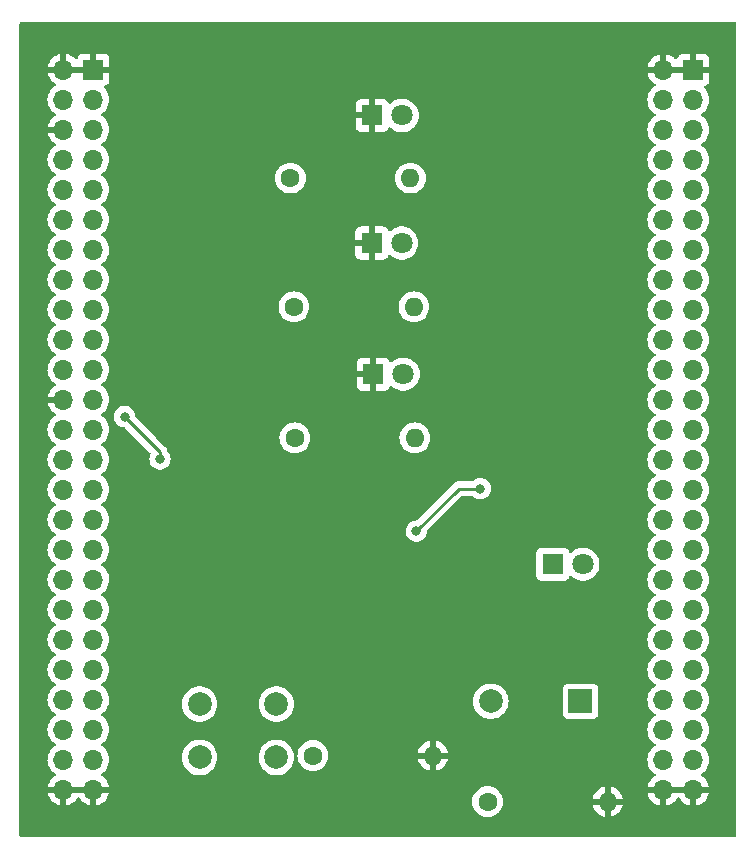
<source format=gbr>
%TF.GenerationSoftware,KiCad,Pcbnew,(7.0.0-0)*%
%TF.CreationDate,2023-05-30T21:51:57-06:00*%
%TF.ProjectId,Phase D PCB,50686173-6520-4442-9050-43422e6b6963,rev?*%
%TF.SameCoordinates,Original*%
%TF.FileFunction,Copper,L2,Bot*%
%TF.FilePolarity,Positive*%
%FSLAX46Y46*%
G04 Gerber Fmt 4.6, Leading zero omitted, Abs format (unit mm)*
G04 Created by KiCad (PCBNEW (7.0.0-0)) date 2023-05-30 21:51:57*
%MOMM*%
%LPD*%
G01*
G04 APERTURE LIST*
%TA.AperFunction,ComponentPad*%
%ADD10R,1.700000X1.700000*%
%TD*%
%TA.AperFunction,ComponentPad*%
%ADD11O,1.700000X1.700000*%
%TD*%
%TA.AperFunction,ComponentPad*%
%ADD12R,1.800000X1.800000*%
%TD*%
%TA.AperFunction,ComponentPad*%
%ADD13C,1.800000*%
%TD*%
%TA.AperFunction,ComponentPad*%
%ADD14C,1.600000*%
%TD*%
%TA.AperFunction,ComponentPad*%
%ADD15O,1.600000X1.600000*%
%TD*%
%TA.AperFunction,ComponentPad*%
%ADD16C,2.000000*%
%TD*%
%TA.AperFunction,ComponentPad*%
%ADD17R,2.000000X2.000000*%
%TD*%
%TA.AperFunction,ViaPad*%
%ADD18C,0.800000*%
%TD*%
%TA.AperFunction,Conductor*%
%ADD19C,0.250000*%
%TD*%
G04 APERTURE END LIST*
D10*
%TO.P,J2,1,Pin_1*%
%TO.N,GND*%
X170152399Y-59136199D03*
D11*
%TO.P,J2,2,Pin_2*%
X167612399Y-59136199D03*
%TO.P,J2,3,Pin_3*%
%TO.N,+5V*%
X170152399Y-61676199D03*
%TO.P,J2,4,Pin_4*%
X167612399Y-61676199D03*
%TO.P,J2,5,Pin_5*%
%TO.N,+3V0*%
X170152399Y-64216199D03*
%TO.P,J2,6,Pin_6*%
X167612399Y-64216199D03*
%TO.P,J2,7,Pin_7*%
%TO.N,unconnected-(J2-Pin_7-Pad7)*%
X170152399Y-66756199D03*
%TO.P,J2,8,Pin_8*%
%TO.N,unconnected-(J2-Pin_8-Pad8)*%
X167612399Y-66756199D03*
%TO.P,J2,9,Pin_9*%
%TO.N,unconnected-(J2-Pin_9-Pad9)*%
X170152399Y-69296199D03*
%TO.P,J2,10,Pin_10*%
%TO.N,unconnected-(J2-Pin_10-Pad10)*%
X167612399Y-69296199D03*
%TO.P,J2,11,Pin_11*%
%TO.N,unconnected-(J2-Pin_11-Pad11)*%
X170152399Y-71836199D03*
%TO.P,J2,12,Pin_12*%
%TO.N,unconnected-(J2-Pin_12-Pad12)*%
X167612399Y-71836199D03*
%TO.P,J2,13,Pin_13*%
%TO.N,unconnected-(J2-Pin_13-Pad13)*%
X170152399Y-74376199D03*
%TO.P,J2,14,Pin_14*%
%TO.N,unconnected-(J2-Pin_14-Pad14)*%
X167612399Y-74376199D03*
%TO.P,J2,15,Pin_15*%
%TO.N,unconnected-(J2-Pin_15-Pad15)*%
X170152399Y-76916199D03*
%TO.P,J2,16,Pin_16*%
%TO.N,unconnected-(J2-Pin_16-Pad16)*%
X167612399Y-76916199D03*
%TO.P,J2,17,Pin_17*%
%TO.N,unconnected-(J2-Pin_17-Pad17)*%
X170152399Y-79456199D03*
%TO.P,J2,18,Pin_18*%
%TO.N,unconnected-(J2-Pin_18-Pad18)*%
X167612399Y-79456199D03*
%TO.P,J2,19,Pin_19*%
%TO.N,unconnected-(J2-Pin_19-Pad19)*%
X170152399Y-81996199D03*
%TO.P,J2,20,Pin_20*%
%TO.N,unconnected-(J2-Pin_20-Pad20)*%
X167612399Y-81996199D03*
%TO.P,J2,21,Pin_21*%
%TO.N,unconnected-(J2-Pin_21-Pad21)*%
X170152399Y-84536199D03*
%TO.P,J2,22,Pin_22*%
%TO.N,unconnected-(J2-Pin_22-Pad22)*%
X167612399Y-84536199D03*
%TO.P,J2,23,Pin_23*%
%TO.N,unconnected-(J2-Pin_23-Pad23)*%
X170152399Y-87076199D03*
%TO.P,J2,24,Pin_24*%
%TO.N,unconnected-(J2-Pin_24-Pad24)*%
X167612399Y-87076199D03*
%TO.P,J2,25,Pin_25*%
%TO.N,unconnected-(J2-Pin_25-Pad25)*%
X170152399Y-89616199D03*
%TO.P,J2,26,Pin_26*%
%TO.N,unconnected-(J2-Pin_26-Pad26)*%
X167612399Y-89616199D03*
%TO.P,J2,27,Pin_27*%
%TO.N,unconnected-(J2-Pin_27-Pad27)*%
X170152399Y-92156199D03*
%TO.P,J2,28,Pin_28*%
%TO.N,unconnected-(J2-Pin_28-Pad28)*%
X167612399Y-92156199D03*
%TO.P,J2,29,Pin_29*%
%TO.N,unconnected-(J2-Pin_29-Pad29)*%
X170152399Y-94696199D03*
%TO.P,J2,30,Pin_30*%
%TO.N,unconnected-(J2-Pin_30-Pad30)*%
X167612399Y-94696199D03*
%TO.P,J2,31,Pin_31*%
%TO.N,unconnected-(J2-Pin_31-Pad31)*%
X170152399Y-97236199D03*
%TO.P,J2,32,Pin_32*%
%TO.N,unconnected-(J2-Pin_32-Pad32)*%
X167612399Y-97236199D03*
%TO.P,J2,33,Pin_33*%
%TO.N,unconnected-(J2-Pin_33-Pad33)*%
X170152399Y-99776199D03*
%TO.P,J2,34,Pin_34*%
%TO.N,unconnected-(J2-Pin_34-Pad34)*%
X167612399Y-99776199D03*
%TO.P,J2,35,Pin_35*%
%TO.N,unconnected-(J2-Pin_35-Pad35)*%
X170152399Y-102316199D03*
%TO.P,J2,36,Pin_36*%
%TO.N,unconnected-(J2-Pin_36-Pad36)*%
X167612399Y-102316199D03*
%TO.P,J2,37,Pin_37*%
%TO.N,unconnected-(J2-Pin_37-Pad37)*%
X170152399Y-104856199D03*
%TO.P,J2,38,Pin_38*%
%TO.N,unconnected-(J2-Pin_38-Pad38)*%
X167612399Y-104856199D03*
%TO.P,J2,39,Pin_39*%
%TO.N,unconnected-(J2-Pin_39-Pad39)*%
X170152399Y-107396199D03*
%TO.P,J2,40,Pin_40*%
%TO.N,unconnected-(J2-Pin_40-Pad40)*%
X167612399Y-107396199D03*
%TO.P,J2,41,Pin_41*%
%TO.N,unconnected-(J2-Pin_41-Pad41)*%
X170152399Y-109936199D03*
%TO.P,J2,42,Pin_42*%
%TO.N,unconnected-(J2-Pin_42-Pad42)*%
X167612399Y-109936199D03*
%TO.P,J2,43,Pin_43*%
%TO.N,unconnected-(J2-Pin_43-Pad43)*%
X170152399Y-112476199D03*
%TO.P,J2,44,Pin_44*%
%TO.N,unconnected-(J2-Pin_44-Pad44)*%
X167612399Y-112476199D03*
%TO.P,J2,45,Pin_45*%
%TO.N,unconnected-(J2-Pin_45-Pad45)*%
X170152399Y-115016199D03*
%TO.P,J2,46,Pin_46*%
%TO.N,unconnected-(J2-Pin_46-Pad46)*%
X167612399Y-115016199D03*
%TO.P,J2,47,Pin_47*%
%TO.N,unconnected-(J2-Pin_47-Pad47)*%
X170152399Y-117556199D03*
%TO.P,J2,48,Pin_48*%
%TO.N,unconnected-(J2-Pin_48-Pad48)*%
X167612399Y-117556199D03*
%TO.P,J2,49,Pin_49*%
%TO.N,GND*%
X170152399Y-120096199D03*
%TO.P,J2,50,Pin_50*%
X167612399Y-120096199D03*
%TD*%
D12*
%TO.P,D1,1,K*%
%TO.N,GND*%
X142959999Y-62999999D03*
D13*
%TO.P,D1,2,A*%
%TO.N,Net-(D1-A)*%
X145500000Y-63000000D03*
%TD*%
D12*
%TO.P,D2,1,K*%
%TO.N,GND*%
X142924999Y-73799999D03*
D13*
%TO.P,D2,2,A*%
%TO.N,Net-(D2-A)*%
X145465000Y-73800000D03*
%TD*%
D12*
%TO.P,D3,1,K*%
%TO.N,GND*%
X143059999Y-84899999D03*
D13*
%TO.P,D3,2,A*%
%TO.N,Net-(D3-A)*%
X145600000Y-84900000D03*
%TD*%
D14*
%TO.P,R3,1*%
%TO.N,Red_LED*%
X136420000Y-90300000D03*
D15*
%TO.P,R3,2*%
%TO.N,Net-(D3-A)*%
X146579999Y-90299999D03*
%TD*%
D16*
%TO.P,SW1,1,1*%
%TO.N,+3V0*%
X128350000Y-112850000D03*
X134850000Y-112850000D03*
%TO.P,SW1,2,2*%
%TO.N,Switch*%
X128350000Y-117350000D03*
X134850000Y-117350000D03*
%TD*%
D17*
%TO.P,LS1,1,1*%
%TO.N,Buzzer{slash}LED*%
X160599999Y-112599999D03*
D16*
%TO.P,LS1,2,2*%
%TO.N,Net-(D4-K)*%
X153000000Y-112600000D03*
%TD*%
D10*
%TO.P,J1,1,Pin_1*%
%TO.N,GND*%
X119362399Y-59116199D03*
D11*
%TO.P,J1,2,Pin_2*%
X116822399Y-59116199D03*
%TO.P,J1,3,Pin_3*%
%TO.N,unconnected-(J1-Pin_3-Pad3)*%
X119362399Y-61656199D03*
%TO.P,J1,4,Pin_4*%
%TO.N,unconnected-(J1-Pin_4-Pad4)*%
X116822399Y-61656199D03*
%TO.P,J1,5,Pin_5*%
%TO.N,unconnected-(J1-Pin_5-Pad5)*%
X119362399Y-64196199D03*
%TO.P,J1,6,Pin_6*%
%TO.N,GND*%
X116822399Y-64196199D03*
%TO.P,J1,7,Pin_7*%
%TO.N,unconnected-(J1-Pin_7-Pad7)*%
X119362399Y-66736199D03*
%TO.P,J1,8,Pin_8*%
%TO.N,unconnected-(J1-Pin_8-Pad8)*%
X116822399Y-66736199D03*
%TO.P,J1,9,Pin_9*%
%TO.N,unconnected-(J1-Pin_9-Pad9)*%
X119362399Y-69276199D03*
%TO.P,J1,10,Pin_10*%
%TO.N,unconnected-(J1-Pin_10-Pad10)*%
X116822399Y-69276199D03*
%TO.P,J1,11,Pin_11*%
%TO.N,unconnected-(J1-Pin_11-Pad11)*%
X119362399Y-71816199D03*
%TO.P,J1,12,Pin_12*%
%TO.N,unconnected-(J1-Pin_12-Pad12)*%
X116822399Y-71816199D03*
%TO.P,J1,13,Pin_13*%
%TO.N,unconnected-(J1-Pin_13-Pad13)*%
X119362399Y-74356199D03*
%TO.P,J1,14,Pin_14*%
%TO.N,unconnected-(J1-Pin_14-Pad14)*%
X116822399Y-74356199D03*
%TO.P,J1,15,Pin_15*%
%TO.N,Green_LED*%
X119362399Y-76896199D03*
%TO.P,J1,16,Pin_16*%
%TO.N,Yellow_LED*%
X116822399Y-76896199D03*
%TO.P,J1,17,Pin_17*%
%TO.N,Red_LED*%
X119362399Y-79436199D03*
%TO.P,J1,18,Pin_18*%
%TO.N,Switch*%
X116822399Y-79436199D03*
%TO.P,J1,19,Pin_19*%
%TO.N,unconnected-(J1-Pin_19-Pad19)*%
X119362399Y-81976199D03*
%TO.P,J1,20,Pin_20*%
%TO.N,Buzzer{slash}LED*%
X116822399Y-81976199D03*
%TO.P,J1,21,Pin_21*%
%TO.N,unconnected-(J1-Pin_21-Pad21)*%
X119362399Y-84516199D03*
%TO.P,J1,22,Pin_22*%
%TO.N,unconnected-(J1-Pin_22-Pad22)*%
X116822399Y-84516199D03*
%TO.P,J1,23,Pin_23*%
%TO.N,unconnected-(J1-Pin_23-Pad23)*%
X119362399Y-87056199D03*
%TO.P,J1,24,Pin_24*%
%TO.N,GND*%
X116822399Y-87056199D03*
%TO.P,J1,25,Pin_25*%
%TO.N,unconnected-(J1-Pin_25-Pad25)*%
X119362399Y-89596199D03*
%TO.P,J1,26,Pin_26*%
%TO.N,unconnected-(J1-Pin_26-Pad26)*%
X116822399Y-89596199D03*
%TO.P,J1,27,Pin_27*%
%TO.N,unconnected-(J1-Pin_27-Pad27)*%
X119362399Y-92136199D03*
%TO.P,J1,28,Pin_28*%
%TO.N,unconnected-(J1-Pin_28-Pad28)*%
X116822399Y-92136199D03*
%TO.P,J1,29,Pin_29*%
%TO.N,unconnected-(J1-Pin_29-Pad29)*%
X119362399Y-94676199D03*
%TO.P,J1,30,Pin_30*%
%TO.N,unconnected-(J1-Pin_30-Pad30)*%
X116822399Y-94676199D03*
%TO.P,J1,31,Pin_31*%
%TO.N,unconnected-(J1-Pin_31-Pad31)*%
X119362399Y-97216199D03*
%TO.P,J1,32,Pin_32*%
%TO.N,unconnected-(J1-Pin_32-Pad32)*%
X116822399Y-97216199D03*
%TO.P,J1,33,Pin_33*%
%TO.N,unconnected-(J1-Pin_33-Pad33)*%
X119362399Y-99756199D03*
%TO.P,J1,34,Pin_34*%
%TO.N,unconnected-(J1-Pin_34-Pad34)*%
X116822399Y-99756199D03*
%TO.P,J1,35,Pin_35*%
%TO.N,unconnected-(J1-Pin_35-Pad35)*%
X119362399Y-102296199D03*
%TO.P,J1,36,Pin_36*%
%TO.N,unconnected-(J1-Pin_36-Pad36)*%
X116822399Y-102296199D03*
%TO.P,J1,37,Pin_37*%
%TO.N,unconnected-(J1-Pin_37-Pad37)*%
X119362399Y-104836199D03*
%TO.P,J1,38,Pin_38*%
%TO.N,unconnected-(J1-Pin_38-Pad38)*%
X116822399Y-104836199D03*
%TO.P,J1,39,Pin_39*%
%TO.N,unconnected-(J1-Pin_39-Pad39)*%
X119362399Y-107376199D03*
%TO.P,J1,40,Pin_40*%
%TO.N,unconnected-(J1-Pin_40-Pad40)*%
X116822399Y-107376199D03*
%TO.P,J1,41,Pin_41*%
%TO.N,unconnected-(J1-Pin_41-Pad41)*%
X119362399Y-109916199D03*
%TO.P,J1,42,Pin_42*%
%TO.N,unconnected-(J1-Pin_42-Pad42)*%
X116822399Y-109916199D03*
%TO.P,J1,43,Pin_43*%
%TO.N,unconnected-(J1-Pin_43-Pad43)*%
X119362399Y-112456199D03*
%TO.P,J1,44,Pin_44*%
%TO.N,unconnected-(J1-Pin_44-Pad44)*%
X116822399Y-112456199D03*
%TO.P,J1,45,Pin_45*%
%TO.N,unconnected-(J1-Pin_45-Pad45)*%
X119362399Y-114996199D03*
%TO.P,J1,46,Pin_46*%
%TO.N,unconnected-(J1-Pin_46-Pad46)*%
X116822399Y-114996199D03*
%TO.P,J1,47,Pin_47*%
%TO.N,unconnected-(J1-Pin_47-Pad47)*%
X119362399Y-117536199D03*
%TO.P,J1,48,Pin_48*%
%TO.N,unconnected-(J1-Pin_48-Pad48)*%
X116822399Y-117536199D03*
%TO.P,J1,49,Pin_49*%
%TO.N,GND*%
X119362399Y-120076199D03*
%TO.P,J1,50,Pin_50*%
X116822399Y-120076199D03*
%TD*%
D14*
%TO.P,R5,1*%
%TO.N,Net-(D4-K)*%
X152740000Y-121100000D03*
D15*
%TO.P,R5,2*%
%TO.N,GND*%
X162899999Y-121099999D03*
%TD*%
D12*
%TO.P,D4,1,K*%
%TO.N,Net-(D4-K)*%
X158259999Y-100999999D03*
D13*
%TO.P,D4,2,A*%
%TO.N,Buzzer{slash}LED*%
X160800000Y-101000000D03*
%TD*%
D14*
%TO.P,R2,1*%
%TO.N,Yellow_LED*%
X136340000Y-79200000D03*
D15*
%TO.P,R2,2*%
%TO.N,Net-(D2-A)*%
X146499999Y-79199999D03*
%TD*%
D14*
%TO.P,R1,1*%
%TO.N,Green_LED*%
X136040000Y-68300000D03*
D15*
%TO.P,R1,2*%
%TO.N,Net-(D1-A)*%
X146199999Y-68299999D03*
%TD*%
D14*
%TO.P,R4,1*%
%TO.N,Switch*%
X137940000Y-117200000D03*
D15*
%TO.P,R4,2*%
%TO.N,GND*%
X148099999Y-117199999D03*
%TD*%
D18*
%TO.N,GND*%
X148100000Y-114500000D03*
X162900000Y-118500000D03*
X140200000Y-63100000D03*
X140200000Y-85000000D03*
X140000000Y-73900000D03*
%TO.N,+3V0*%
X152100000Y-94600000D03*
X146700000Y-98200000D03*
%TO.N,Buzzer{slash}LED*%
X122000000Y-88500000D03*
X125000000Y-92100000D03*
%TD*%
D19*
%TO.N,+3V0*%
X150300000Y-94600000D02*
X152100000Y-94600000D01*
X146700000Y-98200000D02*
X150300000Y-94600000D01*
%TO.N,Buzzer{slash}LED*%
X125000000Y-91500000D02*
X122000000Y-88500000D01*
X125000000Y-92100000D02*
X125000000Y-91500000D01*
%TD*%
%TA.AperFunction,Conductor*%
%TO.N,GND*%
G36*
X173737500Y-55117113D02*
G01*
X173782887Y-55162500D01*
X173799500Y-55224500D01*
X173799500Y-123975500D01*
X173782887Y-124037500D01*
X173737500Y-124082887D01*
X173675500Y-124099500D01*
X113224500Y-124099500D01*
X113162500Y-124082887D01*
X113117113Y-124037500D01*
X113100500Y-123975500D01*
X113100500Y-120328751D01*
X115495088Y-120328751D01*
X115495456Y-120339980D01*
X115547568Y-120534463D01*
X115551256Y-120544597D01*
X115646513Y-120748876D01*
X115651901Y-120758208D01*
X115781184Y-120942843D01*
X115788121Y-120951109D01*
X115947490Y-121110478D01*
X115955756Y-121117415D01*
X116140391Y-121246698D01*
X116149723Y-121252086D01*
X116354002Y-121347343D01*
X116364136Y-121351031D01*
X116558619Y-121403143D01*
X116569848Y-121403511D01*
X116572400Y-121392569D01*
X117072400Y-121392569D01*
X117074951Y-121403511D01*
X117086180Y-121403143D01*
X117280663Y-121351031D01*
X117290797Y-121347343D01*
X117495076Y-121252086D01*
X117504408Y-121246698D01*
X117689043Y-121117415D01*
X117697309Y-121110478D01*
X117856678Y-120951109D01*
X117863619Y-120942838D01*
X117990824Y-120761170D01*
X118035142Y-120722304D01*
X118092399Y-120708293D01*
X118149655Y-120722303D01*
X118193974Y-120761169D01*
X118321184Y-120942843D01*
X118328121Y-120951109D01*
X118487490Y-121110478D01*
X118495756Y-121117415D01*
X118680391Y-121246698D01*
X118689723Y-121252086D01*
X118894002Y-121347343D01*
X118904136Y-121351031D01*
X119098619Y-121403143D01*
X119109848Y-121403511D01*
X119112400Y-121392569D01*
X119612400Y-121392569D01*
X119614951Y-121403511D01*
X119626180Y-121403143D01*
X119820663Y-121351031D01*
X119830797Y-121347343D01*
X120035076Y-121252086D01*
X120044408Y-121246698D01*
X120229043Y-121117415D01*
X120237309Y-121110478D01*
X120247787Y-121100000D01*
X151434532Y-121100000D01*
X151435004Y-121105395D01*
X151449587Y-121272086D01*
X151454365Y-121326692D01*
X151455762Y-121331907D01*
X151455764Y-121331916D01*
X151511858Y-121541263D01*
X151511861Y-121541271D01*
X151513261Y-121546496D01*
X151609432Y-121752734D01*
X151739953Y-121939139D01*
X151900861Y-122100047D01*
X152087266Y-122230568D01*
X152293504Y-122326739D01*
X152298734Y-122328140D01*
X152298736Y-122328141D01*
X152474285Y-122375179D01*
X152513308Y-122385635D01*
X152740000Y-122405468D01*
X152966692Y-122385635D01*
X153186496Y-122326739D01*
X153392734Y-122230568D01*
X153579139Y-122100047D01*
X153740047Y-121939139D01*
X153870568Y-121752734D01*
X153966739Y-121546496D01*
X154018706Y-121352551D01*
X161624452Y-121352551D01*
X161624820Y-121363780D01*
X161672330Y-121541092D01*
X161676022Y-121551234D01*
X161767579Y-121747580D01*
X161772967Y-121756912D01*
X161897232Y-121934381D01*
X161904169Y-121942647D01*
X162057352Y-122095830D01*
X162065618Y-122102767D01*
X162243087Y-122227032D01*
X162252419Y-122232420D01*
X162448765Y-122323977D01*
X162458907Y-122327669D01*
X162636219Y-122375179D01*
X162647448Y-122375547D01*
X162650000Y-122364605D01*
X163150000Y-122364605D01*
X163152551Y-122375547D01*
X163163780Y-122375179D01*
X163341092Y-122327669D01*
X163351234Y-122323977D01*
X163547580Y-122232420D01*
X163556912Y-122227032D01*
X163734381Y-122102767D01*
X163742647Y-122095830D01*
X163895830Y-121942647D01*
X163902767Y-121934381D01*
X164027032Y-121756912D01*
X164032420Y-121747580D01*
X164123977Y-121551234D01*
X164127669Y-121541092D01*
X164175179Y-121363780D01*
X164175547Y-121352551D01*
X164164605Y-121350000D01*
X163166326Y-121350000D01*
X163153450Y-121353450D01*
X163150000Y-121366326D01*
X163150000Y-122364605D01*
X162650000Y-122364605D01*
X162650000Y-121366326D01*
X162646549Y-121353450D01*
X162633674Y-121350000D01*
X161635395Y-121350000D01*
X161624452Y-121352551D01*
X154018706Y-121352551D01*
X154025635Y-121326692D01*
X154045468Y-121100000D01*
X154025635Y-120873308D01*
X154018706Y-120847448D01*
X161624452Y-120847448D01*
X161635395Y-120850000D01*
X162633674Y-120850000D01*
X162646549Y-120846549D01*
X162650000Y-120833674D01*
X163150000Y-120833674D01*
X163153450Y-120846549D01*
X163166326Y-120850000D01*
X164164605Y-120850000D01*
X164175547Y-120847448D01*
X164175179Y-120836219D01*
X164127669Y-120658907D01*
X164123977Y-120648765D01*
X164032420Y-120452419D01*
X164027032Y-120443087D01*
X163960977Y-120348751D01*
X166285088Y-120348751D01*
X166285456Y-120359980D01*
X166337568Y-120554463D01*
X166341256Y-120564597D01*
X166436513Y-120768876D01*
X166441901Y-120778208D01*
X166571184Y-120962843D01*
X166578121Y-120971109D01*
X166737490Y-121130478D01*
X166745756Y-121137415D01*
X166930391Y-121266698D01*
X166939723Y-121272086D01*
X167144002Y-121367343D01*
X167154136Y-121371031D01*
X167348619Y-121423143D01*
X167359848Y-121423511D01*
X167362400Y-121412569D01*
X167862400Y-121412569D01*
X167864951Y-121423511D01*
X167876180Y-121423143D01*
X168070663Y-121371031D01*
X168080797Y-121367343D01*
X168285076Y-121272086D01*
X168294408Y-121266698D01*
X168479043Y-121137415D01*
X168487309Y-121130478D01*
X168646678Y-120971109D01*
X168653615Y-120962843D01*
X168780825Y-120781169D01*
X168825143Y-120742304D01*
X168882400Y-120728293D01*
X168939657Y-120742304D01*
X168983975Y-120781169D01*
X169111184Y-120962843D01*
X169118121Y-120971109D01*
X169277490Y-121130478D01*
X169285756Y-121137415D01*
X169470391Y-121266698D01*
X169479723Y-121272086D01*
X169684002Y-121367343D01*
X169694136Y-121371031D01*
X169888619Y-121423143D01*
X169899848Y-121423511D01*
X169902400Y-121412569D01*
X170402400Y-121412569D01*
X170404951Y-121423511D01*
X170416180Y-121423143D01*
X170610663Y-121371031D01*
X170620797Y-121367343D01*
X170825076Y-121272086D01*
X170834408Y-121266698D01*
X171019043Y-121137415D01*
X171027309Y-121130478D01*
X171186678Y-120971109D01*
X171193615Y-120962843D01*
X171322898Y-120778208D01*
X171328286Y-120768876D01*
X171423543Y-120564597D01*
X171427231Y-120554463D01*
X171479343Y-120359980D01*
X171479711Y-120348751D01*
X171468769Y-120346200D01*
X170418726Y-120346200D01*
X170405850Y-120349650D01*
X170402400Y-120362526D01*
X170402400Y-121412569D01*
X169902400Y-121412569D01*
X169902400Y-120362526D01*
X169898949Y-120349650D01*
X169886074Y-120346200D01*
X167878726Y-120346200D01*
X167865850Y-120349650D01*
X167862400Y-120362526D01*
X167862400Y-121412569D01*
X167362400Y-121412569D01*
X167362400Y-120362526D01*
X167358949Y-120349650D01*
X167346074Y-120346200D01*
X166296031Y-120346200D01*
X166285088Y-120348751D01*
X163960977Y-120348751D01*
X163902767Y-120265618D01*
X163895830Y-120257352D01*
X163742647Y-120104169D01*
X163734381Y-120097232D01*
X163556912Y-119972967D01*
X163547580Y-119967579D01*
X163351234Y-119876022D01*
X163341092Y-119872330D01*
X163163780Y-119824820D01*
X163152551Y-119824452D01*
X163150000Y-119835395D01*
X163150000Y-120833674D01*
X162650000Y-120833674D01*
X162650000Y-119835395D01*
X162647448Y-119824452D01*
X162636219Y-119824820D01*
X162458907Y-119872330D01*
X162448765Y-119876022D01*
X162252419Y-119967579D01*
X162243087Y-119972967D01*
X162065618Y-120097232D01*
X162057352Y-120104169D01*
X161904169Y-120257352D01*
X161897232Y-120265618D01*
X161772967Y-120443087D01*
X161767579Y-120452419D01*
X161676022Y-120648765D01*
X161672330Y-120658907D01*
X161624820Y-120836219D01*
X161624452Y-120847448D01*
X154018706Y-120847448D01*
X153966739Y-120653504D01*
X153870568Y-120447266D01*
X153740047Y-120260861D01*
X153579139Y-120099953D01*
X153392734Y-119969432D01*
X153186496Y-119873261D01*
X153181271Y-119871861D01*
X153181263Y-119871858D01*
X152971916Y-119815764D01*
X152971907Y-119815762D01*
X152966692Y-119814365D01*
X152961304Y-119813893D01*
X152961301Y-119813893D01*
X152745395Y-119795004D01*
X152740000Y-119794532D01*
X152734605Y-119795004D01*
X152518698Y-119813893D01*
X152518693Y-119813893D01*
X152513308Y-119814365D01*
X152508094Y-119815762D01*
X152508083Y-119815764D01*
X152298736Y-119871858D01*
X152298724Y-119871862D01*
X152293504Y-119873261D01*
X152288599Y-119875547D01*
X152288594Y-119875550D01*
X152092176Y-119967142D01*
X152092172Y-119967144D01*
X152087266Y-119969432D01*
X152082833Y-119972535D01*
X152082826Y-119972540D01*
X151905296Y-120096847D01*
X151905291Y-120096850D01*
X151900861Y-120099953D01*
X151897037Y-120103776D01*
X151897031Y-120103782D01*
X151743782Y-120257031D01*
X151743776Y-120257037D01*
X151739953Y-120260861D01*
X151736850Y-120265291D01*
X151736847Y-120265296D01*
X151612540Y-120442826D01*
X151612535Y-120442833D01*
X151609432Y-120447266D01*
X151607144Y-120452172D01*
X151607142Y-120452176D01*
X151515550Y-120648594D01*
X151515547Y-120648599D01*
X151513261Y-120653504D01*
X151511862Y-120658724D01*
X151511858Y-120658736D01*
X151455764Y-120868083D01*
X151455762Y-120868094D01*
X151454365Y-120873308D01*
X151453893Y-120878693D01*
X151453893Y-120878698D01*
X151435004Y-121094605D01*
X151434532Y-121100000D01*
X120247787Y-121100000D01*
X120396678Y-120951109D01*
X120403615Y-120942843D01*
X120532898Y-120758208D01*
X120538286Y-120748876D01*
X120633543Y-120544597D01*
X120637231Y-120534463D01*
X120689343Y-120339980D01*
X120689711Y-120328751D01*
X120678769Y-120326200D01*
X119628726Y-120326200D01*
X119615850Y-120329650D01*
X119612400Y-120342526D01*
X119612400Y-121392569D01*
X119112400Y-121392569D01*
X119112400Y-120342526D01*
X119108949Y-120329650D01*
X119096074Y-120326200D01*
X117088726Y-120326200D01*
X117075850Y-120329650D01*
X117072400Y-120342526D01*
X117072400Y-121392569D01*
X116572400Y-121392569D01*
X116572400Y-120342526D01*
X116568949Y-120329650D01*
X116556074Y-120326200D01*
X115506031Y-120326200D01*
X115495088Y-120328751D01*
X113100500Y-120328751D01*
X113100500Y-117536200D01*
X115466741Y-117536200D01*
X115487337Y-117771608D01*
X115488736Y-117776830D01*
X115488737Y-117776834D01*
X115547094Y-117994630D01*
X115547097Y-117994638D01*
X115548497Y-117999863D01*
X115550785Y-118004770D01*
X115550786Y-118004772D01*
X115646078Y-118209127D01*
X115646081Y-118209133D01*
X115648365Y-118214030D01*
X115651464Y-118218457D01*
X115651466Y-118218459D01*
X115780799Y-118403166D01*
X115780802Y-118403170D01*
X115783905Y-118407601D01*
X115950999Y-118574695D01*
X115955431Y-118577798D01*
X115955433Y-118577800D01*
X116136995Y-118704931D01*
X116175860Y-118749249D01*
X116189871Y-118806506D01*
X116175860Y-118863763D01*
X116136995Y-118908081D01*
X115955752Y-119034988D01*
X115947492Y-119041919D01*
X115788119Y-119201292D01*
X115781184Y-119209557D01*
X115651908Y-119394182D01*
X115646510Y-119403532D01*
X115551256Y-119607802D01*
X115547568Y-119617936D01*
X115495456Y-119812419D01*
X115495088Y-119823648D01*
X115506031Y-119826200D01*
X120678769Y-119826200D01*
X120689711Y-119823648D01*
X120689343Y-119812419D01*
X120637231Y-119617936D01*
X120633543Y-119607802D01*
X120538289Y-119403532D01*
X120532891Y-119394182D01*
X120403615Y-119209557D01*
X120396680Y-119201292D01*
X120237309Y-119041921D01*
X120229043Y-119034984D01*
X120047805Y-118908080D01*
X120008940Y-118863762D01*
X119994929Y-118806505D01*
X120008940Y-118749248D01*
X120047806Y-118704930D01*
X120229361Y-118577804D01*
X120229361Y-118577803D01*
X120233801Y-118574695D01*
X120400895Y-118407601D01*
X120536435Y-118214030D01*
X120636303Y-117999863D01*
X120697463Y-117771608D01*
X120718059Y-117536200D01*
X120701768Y-117350000D01*
X126844357Y-117350000D01*
X126844781Y-117355117D01*
X126864467Y-117592701D01*
X126864468Y-117592709D01*
X126864892Y-117597821D01*
X126866149Y-117602788D01*
X126866151Y-117602795D01*
X126913966Y-117791608D01*
X126925937Y-117838881D01*
X126933846Y-117856912D01*
X127023766Y-118061910D01*
X127023769Y-118061916D01*
X127025827Y-118066607D01*
X127028627Y-118070893D01*
X127028631Y-118070900D01*
X127138103Y-118238459D01*
X127161836Y-118274785D01*
X127165310Y-118278559D01*
X127165311Y-118278560D01*
X127326784Y-118453967D01*
X127326787Y-118453970D01*
X127330256Y-118457738D01*
X127526491Y-118610474D01*
X127745190Y-118728828D01*
X127980386Y-118809571D01*
X128225665Y-118850500D01*
X128469201Y-118850500D01*
X128474335Y-118850500D01*
X128719614Y-118809571D01*
X128954810Y-118728828D01*
X129173509Y-118610474D01*
X129369744Y-118457738D01*
X129538164Y-118274785D01*
X129674173Y-118066607D01*
X129774063Y-117838881D01*
X129835108Y-117597821D01*
X129855643Y-117350000D01*
X133344357Y-117350000D01*
X133344781Y-117355117D01*
X133364467Y-117592701D01*
X133364468Y-117592709D01*
X133364892Y-117597821D01*
X133366149Y-117602788D01*
X133366151Y-117602795D01*
X133413966Y-117791608D01*
X133425937Y-117838881D01*
X133433846Y-117856912D01*
X133523766Y-118061910D01*
X133523769Y-118061916D01*
X133525827Y-118066607D01*
X133528627Y-118070893D01*
X133528631Y-118070900D01*
X133638103Y-118238459D01*
X133661836Y-118274785D01*
X133665310Y-118278559D01*
X133665311Y-118278560D01*
X133826784Y-118453967D01*
X133826787Y-118453970D01*
X133830256Y-118457738D01*
X134026491Y-118610474D01*
X134245190Y-118728828D01*
X134480386Y-118809571D01*
X134725665Y-118850500D01*
X134969201Y-118850500D01*
X134974335Y-118850500D01*
X135219614Y-118809571D01*
X135454810Y-118728828D01*
X135673509Y-118610474D01*
X135869744Y-118457738D01*
X136038164Y-118274785D01*
X136174173Y-118066607D01*
X136274063Y-117838881D01*
X136335108Y-117597821D01*
X136355643Y-117350000D01*
X136343214Y-117200000D01*
X136634532Y-117200000D01*
X136635004Y-117205395D01*
X136647207Y-117344883D01*
X136654365Y-117426692D01*
X136655762Y-117431907D01*
X136655764Y-117431916D01*
X136711858Y-117641263D01*
X136711861Y-117641271D01*
X136713261Y-117646496D01*
X136809432Y-117852734D01*
X136939953Y-118039139D01*
X137100861Y-118200047D01*
X137287266Y-118330568D01*
X137493504Y-118426739D01*
X137498734Y-118428140D01*
X137498736Y-118428141D01*
X137674285Y-118475179D01*
X137713308Y-118485635D01*
X137940000Y-118505468D01*
X138166692Y-118485635D01*
X138386496Y-118426739D01*
X138592734Y-118330568D01*
X138779139Y-118200047D01*
X138940047Y-118039139D01*
X139070568Y-117852734D01*
X139166739Y-117646496D01*
X139218706Y-117452551D01*
X146824452Y-117452551D01*
X146824820Y-117463780D01*
X146872330Y-117641092D01*
X146876022Y-117651234D01*
X146967579Y-117847580D01*
X146972967Y-117856912D01*
X147097232Y-118034381D01*
X147104169Y-118042647D01*
X147257352Y-118195830D01*
X147265618Y-118202767D01*
X147443087Y-118327032D01*
X147452419Y-118332420D01*
X147648765Y-118423977D01*
X147658907Y-118427669D01*
X147836219Y-118475179D01*
X147847448Y-118475547D01*
X147850000Y-118464605D01*
X148350000Y-118464605D01*
X148352551Y-118475547D01*
X148363780Y-118475179D01*
X148541092Y-118427669D01*
X148551234Y-118423977D01*
X148747580Y-118332420D01*
X148756912Y-118327032D01*
X148934381Y-118202767D01*
X148942647Y-118195830D01*
X149095830Y-118042647D01*
X149102767Y-118034381D01*
X149227032Y-117856912D01*
X149232420Y-117847580D01*
X149323977Y-117651234D01*
X149327669Y-117641092D01*
X149350415Y-117556200D01*
X166256741Y-117556200D01*
X166257213Y-117561595D01*
X166275115Y-117766217D01*
X166277337Y-117791608D01*
X166278736Y-117796830D01*
X166278737Y-117796834D01*
X166337094Y-118014630D01*
X166337097Y-118014638D01*
X166338497Y-118019863D01*
X166340785Y-118024770D01*
X166340786Y-118024772D01*
X166436078Y-118229127D01*
X166436081Y-118229133D01*
X166438365Y-118234030D01*
X166441464Y-118238457D01*
X166441466Y-118238459D01*
X166570799Y-118423166D01*
X166570802Y-118423170D01*
X166573905Y-118427601D01*
X166740999Y-118594695D01*
X166745431Y-118597798D01*
X166745433Y-118597800D01*
X166926995Y-118724931D01*
X166965860Y-118769249D01*
X166979871Y-118826506D01*
X166965860Y-118883763D01*
X166926995Y-118928081D01*
X166745752Y-119054988D01*
X166737492Y-119061919D01*
X166578119Y-119221292D01*
X166571184Y-119229557D01*
X166441908Y-119414182D01*
X166436510Y-119423532D01*
X166341256Y-119627802D01*
X166337568Y-119637936D01*
X166285456Y-119832419D01*
X166285088Y-119843648D01*
X166296031Y-119846200D01*
X171468769Y-119846200D01*
X171479711Y-119843648D01*
X171479343Y-119832419D01*
X171427231Y-119637936D01*
X171423543Y-119627802D01*
X171328289Y-119423532D01*
X171322891Y-119414182D01*
X171193615Y-119229557D01*
X171186680Y-119221292D01*
X171027309Y-119061921D01*
X171019043Y-119054984D01*
X170837805Y-118928080D01*
X170798940Y-118883762D01*
X170784929Y-118826505D01*
X170798940Y-118769248D01*
X170837806Y-118724930D01*
X171019361Y-118597804D01*
X171019361Y-118597803D01*
X171023801Y-118594695D01*
X171190895Y-118427601D01*
X171326435Y-118234030D01*
X171426303Y-118019863D01*
X171487463Y-117791608D01*
X171508059Y-117556200D01*
X171487463Y-117320792D01*
X171426303Y-117092537D01*
X171326435Y-116878371D01*
X171190895Y-116684799D01*
X171023801Y-116517705D01*
X171019368Y-116514601D01*
X171019361Y-116514595D01*
X170838242Y-116387775D01*
X170799376Y-116343457D01*
X170785365Y-116286200D01*
X170799376Y-116228943D01*
X170838242Y-116184625D01*
X171019361Y-116057804D01*
X171019361Y-116057803D01*
X171023801Y-116054695D01*
X171190895Y-115887601D01*
X171326435Y-115694030D01*
X171426303Y-115479863D01*
X171487463Y-115251608D01*
X171508059Y-115016200D01*
X171487463Y-114780792D01*
X171426303Y-114552537D01*
X171326435Y-114338371D01*
X171190895Y-114144799D01*
X171023801Y-113977705D01*
X171019368Y-113974601D01*
X171019361Y-113974595D01*
X170838242Y-113847775D01*
X170799376Y-113803457D01*
X170785365Y-113746200D01*
X170799376Y-113688943D01*
X170838242Y-113644625D01*
X171019361Y-113517804D01*
X171019361Y-113517803D01*
X171023801Y-113514695D01*
X171190895Y-113347601D01*
X171326435Y-113154030D01*
X171426303Y-112939863D01*
X171487463Y-112711608D01*
X171508059Y-112476200D01*
X171487463Y-112240792D01*
X171426303Y-112012537D01*
X171326435Y-111798371D01*
X171190895Y-111604799D01*
X171023801Y-111437705D01*
X171019370Y-111434602D01*
X171019366Y-111434599D01*
X170838241Y-111307774D01*
X170799376Y-111263456D01*
X170785365Y-111206199D01*
X170799376Y-111148942D01*
X170838239Y-111104626D01*
X171023801Y-110974695D01*
X171190895Y-110807601D01*
X171326435Y-110614030D01*
X171426303Y-110399863D01*
X171487463Y-110171608D01*
X171508059Y-109936200D01*
X171487463Y-109700792D01*
X171426303Y-109472537D01*
X171326435Y-109258371D01*
X171190895Y-109064799D01*
X171023801Y-108897705D01*
X171019368Y-108894601D01*
X171019361Y-108894595D01*
X170838242Y-108767775D01*
X170799376Y-108723457D01*
X170785365Y-108666200D01*
X170799376Y-108608943D01*
X170838242Y-108564625D01*
X171019361Y-108437804D01*
X171019361Y-108437803D01*
X171023801Y-108434695D01*
X171190895Y-108267601D01*
X171326435Y-108074030D01*
X171426303Y-107859863D01*
X171487463Y-107631608D01*
X171508059Y-107396200D01*
X171487463Y-107160792D01*
X171426303Y-106932537D01*
X171326435Y-106718371D01*
X171190895Y-106524799D01*
X171023801Y-106357705D01*
X171019368Y-106354601D01*
X171019361Y-106354595D01*
X170838242Y-106227775D01*
X170799376Y-106183457D01*
X170785365Y-106126200D01*
X170799376Y-106068943D01*
X170838242Y-106024625D01*
X171019361Y-105897804D01*
X171019361Y-105897803D01*
X171023801Y-105894695D01*
X171190895Y-105727601D01*
X171326435Y-105534030D01*
X171426303Y-105319863D01*
X171487463Y-105091608D01*
X171508059Y-104856200D01*
X171487463Y-104620792D01*
X171426303Y-104392537D01*
X171326435Y-104178371D01*
X171190895Y-103984799D01*
X171023801Y-103817705D01*
X171019368Y-103814601D01*
X171019361Y-103814595D01*
X170838242Y-103687775D01*
X170799376Y-103643457D01*
X170785365Y-103586200D01*
X170799376Y-103528943D01*
X170838242Y-103484625D01*
X171019361Y-103357804D01*
X171019361Y-103357803D01*
X171023801Y-103354695D01*
X171190895Y-103187601D01*
X171326435Y-102994030D01*
X171426303Y-102779863D01*
X171487463Y-102551608D01*
X171508059Y-102316200D01*
X171487463Y-102080792D01*
X171426303Y-101852537D01*
X171326435Y-101638371D01*
X171190895Y-101444799D01*
X171023801Y-101277705D01*
X171019368Y-101274601D01*
X171019361Y-101274595D01*
X170838242Y-101147775D01*
X170799376Y-101103457D01*
X170785365Y-101046200D01*
X170799376Y-100988943D01*
X170838242Y-100944625D01*
X171019361Y-100817804D01*
X171019361Y-100817803D01*
X171023801Y-100814695D01*
X171190895Y-100647601D01*
X171326435Y-100454030D01*
X171426303Y-100239863D01*
X171487463Y-100011608D01*
X171508059Y-99776200D01*
X171487463Y-99540792D01*
X171426303Y-99312537D01*
X171326435Y-99098371D01*
X171190895Y-98904799D01*
X171023801Y-98737705D01*
X171019368Y-98734601D01*
X171019361Y-98734595D01*
X170838242Y-98607775D01*
X170799376Y-98563457D01*
X170785365Y-98506200D01*
X170799376Y-98448943D01*
X170838242Y-98404625D01*
X171019361Y-98277804D01*
X171019361Y-98277803D01*
X171023801Y-98274695D01*
X171190895Y-98107601D01*
X171326435Y-97914030D01*
X171426303Y-97699863D01*
X171487463Y-97471608D01*
X171508059Y-97236200D01*
X171487463Y-97000792D01*
X171426303Y-96772537D01*
X171326435Y-96558371D01*
X171190895Y-96364799D01*
X171023801Y-96197705D01*
X171019368Y-96194601D01*
X171019361Y-96194595D01*
X170838242Y-96067775D01*
X170799376Y-96023457D01*
X170785365Y-95966200D01*
X170799376Y-95908943D01*
X170838242Y-95864625D01*
X171019361Y-95737804D01*
X171019361Y-95737803D01*
X171023801Y-95734695D01*
X171190895Y-95567601D01*
X171326435Y-95374030D01*
X171426303Y-95159863D01*
X171487463Y-94931608D01*
X171508059Y-94696200D01*
X171487463Y-94460792D01*
X171426303Y-94232537D01*
X171326435Y-94018371D01*
X171190895Y-93824799D01*
X171023801Y-93657705D01*
X171019370Y-93654602D01*
X171019366Y-93654599D01*
X170838241Y-93527774D01*
X170799376Y-93483456D01*
X170785365Y-93426199D01*
X170799376Y-93368942D01*
X170838239Y-93324626D01*
X171023801Y-93194695D01*
X171190895Y-93027601D01*
X171326435Y-92834030D01*
X171426303Y-92619863D01*
X171487463Y-92391608D01*
X171508059Y-92156200D01*
X171487463Y-91920792D01*
X171435293Y-91726089D01*
X171427705Y-91697769D01*
X171427704Y-91697767D01*
X171426303Y-91692537D01*
X171326435Y-91478371D01*
X171190895Y-91284799D01*
X171023801Y-91117705D01*
X171019368Y-91114601D01*
X171019361Y-91114595D01*
X170838242Y-90987775D01*
X170799376Y-90943457D01*
X170785365Y-90886200D01*
X170799376Y-90828943D01*
X170838242Y-90784625D01*
X171019361Y-90657804D01*
X171019361Y-90657803D01*
X171023801Y-90654695D01*
X171190895Y-90487601D01*
X171326435Y-90294030D01*
X171426303Y-90079863D01*
X171487463Y-89851608D01*
X171508059Y-89616200D01*
X171487463Y-89380792D01*
X171426303Y-89152537D01*
X171326435Y-88938371D01*
X171190895Y-88744799D01*
X171023801Y-88577705D01*
X171019368Y-88574601D01*
X171019361Y-88574595D01*
X170838242Y-88447775D01*
X170799376Y-88403457D01*
X170785365Y-88346200D01*
X170799376Y-88288943D01*
X170838242Y-88244625D01*
X171019361Y-88117804D01*
X171019361Y-88117803D01*
X171023801Y-88114695D01*
X171190895Y-87947601D01*
X171326435Y-87754030D01*
X171426303Y-87539863D01*
X171487463Y-87311608D01*
X171508059Y-87076200D01*
X171487463Y-86840792D01*
X171426303Y-86612537D01*
X171326435Y-86398371D01*
X171190895Y-86204799D01*
X171023801Y-86037705D01*
X171019370Y-86034602D01*
X171019366Y-86034599D01*
X170838241Y-85907774D01*
X170799376Y-85863456D01*
X170785365Y-85806199D01*
X170799376Y-85748942D01*
X170838239Y-85704626D01*
X171023801Y-85574695D01*
X171190895Y-85407601D01*
X171326435Y-85214030D01*
X171426303Y-84999863D01*
X171487463Y-84771608D01*
X171508059Y-84536200D01*
X171487463Y-84300792D01*
X171426303Y-84072537D01*
X171326435Y-83858371D01*
X171190895Y-83664799D01*
X171023801Y-83497705D01*
X171019368Y-83494601D01*
X171019361Y-83494595D01*
X170838242Y-83367775D01*
X170799376Y-83323457D01*
X170785365Y-83266200D01*
X170799376Y-83208943D01*
X170838242Y-83164625D01*
X171019361Y-83037804D01*
X171019361Y-83037803D01*
X171023801Y-83034695D01*
X171190895Y-82867601D01*
X171326435Y-82674030D01*
X171426303Y-82459863D01*
X171487463Y-82231608D01*
X171508059Y-81996200D01*
X171487463Y-81760792D01*
X171426303Y-81532537D01*
X171326435Y-81318371D01*
X171190895Y-81124799D01*
X171023801Y-80957705D01*
X171019368Y-80954601D01*
X171019361Y-80954595D01*
X170838242Y-80827775D01*
X170799376Y-80783457D01*
X170785365Y-80726200D01*
X170799376Y-80668943D01*
X170838242Y-80624625D01*
X171019361Y-80497804D01*
X171019361Y-80497803D01*
X171023801Y-80494695D01*
X171190895Y-80327601D01*
X171326435Y-80134030D01*
X171426303Y-79919863D01*
X171487463Y-79691608D01*
X171508059Y-79456200D01*
X171487463Y-79220792D01*
X171426303Y-78992537D01*
X171326435Y-78778371D01*
X171190895Y-78584799D01*
X171023801Y-78417705D01*
X171019368Y-78414601D01*
X171019361Y-78414595D01*
X170838242Y-78287775D01*
X170799376Y-78243457D01*
X170785365Y-78186200D01*
X170799376Y-78128943D01*
X170838242Y-78084625D01*
X171019361Y-77957804D01*
X171019361Y-77957803D01*
X171023801Y-77954695D01*
X171190895Y-77787601D01*
X171326435Y-77594030D01*
X171426303Y-77379863D01*
X171487463Y-77151608D01*
X171508059Y-76916200D01*
X171487463Y-76680792D01*
X171426303Y-76452537D01*
X171326435Y-76238371D01*
X171190895Y-76044799D01*
X171023801Y-75877705D01*
X171019368Y-75874601D01*
X171019361Y-75874595D01*
X170838242Y-75747775D01*
X170799376Y-75703457D01*
X170785365Y-75646200D01*
X170799376Y-75588943D01*
X170838242Y-75544625D01*
X171019361Y-75417804D01*
X171019361Y-75417803D01*
X171023801Y-75414695D01*
X171190895Y-75247601D01*
X171326435Y-75054030D01*
X171426303Y-74839863D01*
X171487463Y-74611608D01*
X171508059Y-74376200D01*
X171487463Y-74140792D01*
X171426303Y-73912537D01*
X171326435Y-73698371D01*
X171190895Y-73504799D01*
X171023801Y-73337705D01*
X171019368Y-73334601D01*
X171019361Y-73334595D01*
X170838242Y-73207775D01*
X170799376Y-73163457D01*
X170785365Y-73106200D01*
X170799376Y-73048943D01*
X170838242Y-73004625D01*
X171019361Y-72877804D01*
X171019361Y-72877803D01*
X171023801Y-72874695D01*
X171190895Y-72707601D01*
X171326435Y-72514030D01*
X171426303Y-72299863D01*
X171487463Y-72071608D01*
X171508059Y-71836200D01*
X171487463Y-71600792D01*
X171426303Y-71372537D01*
X171326435Y-71158371D01*
X171190895Y-70964799D01*
X171023801Y-70797705D01*
X171019368Y-70794601D01*
X171019361Y-70794595D01*
X170838242Y-70667775D01*
X170799376Y-70623457D01*
X170785365Y-70566200D01*
X170799376Y-70508943D01*
X170838242Y-70464625D01*
X171019361Y-70337804D01*
X171019361Y-70337803D01*
X171023801Y-70334695D01*
X171190895Y-70167601D01*
X171326435Y-69974030D01*
X171426303Y-69759863D01*
X171487463Y-69531608D01*
X171508059Y-69296200D01*
X171487463Y-69060792D01*
X171426303Y-68832537D01*
X171326435Y-68618371D01*
X171190895Y-68424799D01*
X171023801Y-68257705D01*
X171019368Y-68254601D01*
X171019361Y-68254595D01*
X170838242Y-68127775D01*
X170799376Y-68083457D01*
X170785365Y-68026200D01*
X170799376Y-67968943D01*
X170838242Y-67924625D01*
X171019361Y-67797804D01*
X171019361Y-67797803D01*
X171023801Y-67794695D01*
X171190895Y-67627601D01*
X171326435Y-67434030D01*
X171426303Y-67219863D01*
X171487463Y-66991608D01*
X171508059Y-66756200D01*
X171487463Y-66520792D01*
X171426303Y-66292537D01*
X171326435Y-66078371D01*
X171190895Y-65884799D01*
X171023801Y-65717705D01*
X171019368Y-65714601D01*
X171019361Y-65714595D01*
X170838242Y-65587775D01*
X170799376Y-65543457D01*
X170785365Y-65486200D01*
X170799376Y-65428943D01*
X170838242Y-65384625D01*
X171019361Y-65257804D01*
X171019361Y-65257803D01*
X171023801Y-65254695D01*
X171190895Y-65087601D01*
X171326435Y-64894030D01*
X171426303Y-64679863D01*
X171487463Y-64451608D01*
X171508059Y-64216200D01*
X171487463Y-63980792D01*
X171426303Y-63752537D01*
X171326435Y-63538371D01*
X171190895Y-63344799D01*
X171023801Y-63177705D01*
X171019368Y-63174601D01*
X171019361Y-63174595D01*
X170838242Y-63047775D01*
X170799376Y-63003457D01*
X170785365Y-62946200D01*
X170799376Y-62888943D01*
X170838242Y-62844625D01*
X171019361Y-62717804D01*
X171019361Y-62717803D01*
X171023801Y-62714695D01*
X171190895Y-62547601D01*
X171326435Y-62354030D01*
X171426303Y-62139863D01*
X171487463Y-61911608D01*
X171508059Y-61676200D01*
X171487463Y-61440792D01*
X171426303Y-61212537D01*
X171326435Y-60998371D01*
X171190895Y-60804799D01*
X171068581Y-60682485D01*
X171037285Y-60629739D01*
X171035096Y-60568446D01*
X171062549Y-60513601D01*
X171112929Y-60478622D01*
X171236177Y-60432652D01*
X171251589Y-60424237D01*
X171352492Y-60348701D01*
X171364901Y-60336292D01*
X171440437Y-60235389D01*
X171448852Y-60219977D01*
X171493288Y-60100841D01*
X171496826Y-60085867D01*
X171502046Y-60037314D01*
X171502400Y-60030718D01*
X171502400Y-59402526D01*
X171498949Y-59389650D01*
X171486074Y-59386200D01*
X166296031Y-59386200D01*
X166285088Y-59388751D01*
X166285456Y-59399980D01*
X166337568Y-59594463D01*
X166341256Y-59604597D01*
X166436513Y-59808876D01*
X166441901Y-59818208D01*
X166571184Y-60002843D01*
X166578121Y-60011109D01*
X166737490Y-60170478D01*
X166745756Y-60177415D01*
X166926995Y-60304320D01*
X166965860Y-60348638D01*
X166979871Y-60405895D01*
X166965860Y-60463152D01*
X166926994Y-60507470D01*
X166745434Y-60634599D01*
X166745429Y-60634602D01*
X166740999Y-60637705D01*
X166737175Y-60641528D01*
X166737169Y-60641534D01*
X166577734Y-60800969D01*
X166577728Y-60800975D01*
X166573905Y-60804799D01*
X166570802Y-60809229D01*
X166570799Y-60809234D01*
X166441473Y-60993931D01*
X166441468Y-60993938D01*
X166438365Y-60998371D01*
X166436077Y-61003277D01*
X166436075Y-61003281D01*
X166340786Y-61207627D01*
X166340783Y-61207632D01*
X166338497Y-61212537D01*
X166337098Y-61217757D01*
X166337094Y-61217769D01*
X166278737Y-61435565D01*
X166278735Y-61435571D01*
X166277337Y-61440792D01*
X166276865Y-61446177D01*
X166276865Y-61446182D01*
X166263408Y-61600000D01*
X166256741Y-61676200D01*
X166257213Y-61681595D01*
X166275115Y-61886217D01*
X166277337Y-61911608D01*
X166278736Y-61916830D01*
X166278737Y-61916834D01*
X166337094Y-62134630D01*
X166337097Y-62134638D01*
X166338497Y-62139863D01*
X166340785Y-62144770D01*
X166340786Y-62144772D01*
X166436078Y-62349127D01*
X166436081Y-62349133D01*
X166438365Y-62354030D01*
X166441464Y-62358457D01*
X166441466Y-62358459D01*
X166570799Y-62543166D01*
X166570802Y-62543170D01*
X166573905Y-62547601D01*
X166740999Y-62714695D01*
X166745432Y-62717799D01*
X166745438Y-62717804D01*
X166926558Y-62844625D01*
X166965424Y-62888943D01*
X166979435Y-62946200D01*
X166965424Y-63003457D01*
X166926559Y-63047775D01*
X166745441Y-63174595D01*
X166740999Y-63177705D01*
X166737175Y-63181528D01*
X166737169Y-63181534D01*
X166577734Y-63340969D01*
X166577728Y-63340975D01*
X166573905Y-63344799D01*
X166570802Y-63349229D01*
X166570799Y-63349234D01*
X166441473Y-63533931D01*
X166441468Y-63533938D01*
X166438365Y-63538371D01*
X166436077Y-63543277D01*
X166436075Y-63543281D01*
X166340786Y-63747627D01*
X166340783Y-63747632D01*
X166338497Y-63752537D01*
X166337098Y-63757757D01*
X166337094Y-63757769D01*
X166278737Y-63975565D01*
X166278735Y-63975571D01*
X166277337Y-63980792D01*
X166276865Y-63986177D01*
X166276865Y-63986182D01*
X166263952Y-64133777D01*
X166256741Y-64216200D01*
X166257213Y-64221595D01*
X166275115Y-64426217D01*
X166277337Y-64451608D01*
X166278736Y-64456830D01*
X166278737Y-64456834D01*
X166337094Y-64674630D01*
X166337097Y-64674638D01*
X166338497Y-64679863D01*
X166340785Y-64684770D01*
X166340786Y-64684772D01*
X166436078Y-64889127D01*
X166436081Y-64889133D01*
X166438365Y-64894030D01*
X166441464Y-64898457D01*
X166441466Y-64898459D01*
X166570799Y-65083166D01*
X166570802Y-65083170D01*
X166573905Y-65087601D01*
X166740999Y-65254695D01*
X166745432Y-65257799D01*
X166745438Y-65257804D01*
X166926558Y-65384625D01*
X166965424Y-65428943D01*
X166979435Y-65486200D01*
X166965424Y-65543457D01*
X166926559Y-65587775D01*
X166745441Y-65714595D01*
X166740999Y-65717705D01*
X166737175Y-65721528D01*
X166737169Y-65721534D01*
X166577734Y-65880969D01*
X166577728Y-65880975D01*
X166573905Y-65884799D01*
X166570802Y-65889229D01*
X166570799Y-65889234D01*
X166441473Y-66073931D01*
X166441468Y-66073938D01*
X166438365Y-66078371D01*
X166436077Y-66083277D01*
X166436075Y-66083281D01*
X166340786Y-66287627D01*
X166340783Y-66287632D01*
X166338497Y-66292537D01*
X166337098Y-66297757D01*
X166337094Y-66297769D01*
X166278737Y-66515565D01*
X166278735Y-66515571D01*
X166277337Y-66520792D01*
X166256741Y-66756200D01*
X166257213Y-66761595D01*
X166275115Y-66966217D01*
X166277337Y-66991608D01*
X166278736Y-66996830D01*
X166278737Y-66996834D01*
X166337094Y-67214630D01*
X166337097Y-67214638D01*
X166338497Y-67219863D01*
X166340785Y-67224770D01*
X166340786Y-67224772D01*
X166436078Y-67429127D01*
X166436081Y-67429133D01*
X166438365Y-67434030D01*
X166441464Y-67438457D01*
X166441466Y-67438459D01*
X166570799Y-67623166D01*
X166570802Y-67623170D01*
X166573905Y-67627601D01*
X166740999Y-67794695D01*
X166745432Y-67797799D01*
X166745438Y-67797804D01*
X166926558Y-67924625D01*
X166965424Y-67968943D01*
X166979435Y-68026200D01*
X166965424Y-68083457D01*
X166926559Y-68127775D01*
X166745441Y-68254595D01*
X166740999Y-68257705D01*
X166737175Y-68261528D01*
X166737169Y-68261534D01*
X166577734Y-68420969D01*
X166577728Y-68420975D01*
X166573905Y-68424799D01*
X166570802Y-68429229D01*
X166570799Y-68429234D01*
X166441473Y-68613931D01*
X166441468Y-68613938D01*
X166438365Y-68618371D01*
X166436077Y-68623277D01*
X166436075Y-68623281D01*
X166340786Y-68827627D01*
X166340783Y-68827632D01*
X166338497Y-68832537D01*
X166337098Y-68837757D01*
X166337094Y-68837769D01*
X166278737Y-69055565D01*
X166278735Y-69055571D01*
X166277337Y-69060792D01*
X166256741Y-69296200D01*
X166257213Y-69301595D01*
X166276710Y-69524449D01*
X166277337Y-69531608D01*
X166278736Y-69536830D01*
X166278737Y-69536834D01*
X166337094Y-69754630D01*
X166337097Y-69754638D01*
X166338497Y-69759863D01*
X166340785Y-69764770D01*
X166340786Y-69764772D01*
X166436078Y-69969127D01*
X166436081Y-69969133D01*
X166438365Y-69974030D01*
X166441464Y-69978457D01*
X166441466Y-69978459D01*
X166570799Y-70163166D01*
X166570802Y-70163170D01*
X166573905Y-70167601D01*
X166740999Y-70334695D01*
X166745432Y-70337799D01*
X166745438Y-70337804D01*
X166926558Y-70464625D01*
X166965424Y-70508943D01*
X166979435Y-70566200D01*
X166965424Y-70623457D01*
X166926559Y-70667775D01*
X166745441Y-70794595D01*
X166740999Y-70797705D01*
X166737175Y-70801528D01*
X166737169Y-70801534D01*
X166577734Y-70960969D01*
X166577728Y-70960975D01*
X166573905Y-70964799D01*
X166570802Y-70969229D01*
X166570799Y-70969234D01*
X166441473Y-71153931D01*
X166441468Y-71153938D01*
X166438365Y-71158371D01*
X166436077Y-71163277D01*
X166436075Y-71163281D01*
X166340786Y-71367627D01*
X166340783Y-71367632D01*
X166338497Y-71372537D01*
X166337098Y-71377757D01*
X166337094Y-71377769D01*
X166278737Y-71595565D01*
X166278735Y-71595571D01*
X166277337Y-71600792D01*
X166256741Y-71836200D01*
X166257213Y-71841595D01*
X166275115Y-72046217D01*
X166277337Y-72071608D01*
X166278736Y-72076830D01*
X166278737Y-72076834D01*
X166337094Y-72294630D01*
X166337097Y-72294638D01*
X166338497Y-72299863D01*
X166340785Y-72304770D01*
X166340786Y-72304772D01*
X166436078Y-72509127D01*
X166436081Y-72509133D01*
X166438365Y-72514030D01*
X166441464Y-72518457D01*
X166441466Y-72518459D01*
X166570799Y-72703166D01*
X166570802Y-72703170D01*
X166573905Y-72707601D01*
X166740999Y-72874695D01*
X166745432Y-72877799D01*
X166745438Y-72877804D01*
X166926558Y-73004625D01*
X166965424Y-73048943D01*
X166979435Y-73106200D01*
X166965424Y-73163457D01*
X166926559Y-73207775D01*
X166745441Y-73334595D01*
X166740999Y-73337705D01*
X166737175Y-73341528D01*
X166737169Y-73341534D01*
X166577734Y-73500969D01*
X166577728Y-73500975D01*
X166573905Y-73504799D01*
X166570802Y-73509229D01*
X166570799Y-73509234D01*
X166441473Y-73693931D01*
X166441468Y-73693938D01*
X166438365Y-73698371D01*
X166436077Y-73703277D01*
X166436075Y-73703281D01*
X166340786Y-73907627D01*
X166340783Y-73907632D01*
X166338497Y-73912537D01*
X166337098Y-73917757D01*
X166337094Y-73917769D01*
X166278737Y-74135565D01*
X166278735Y-74135571D01*
X166277337Y-74140792D01*
X166256741Y-74376200D01*
X166257213Y-74381595D01*
X166275115Y-74586217D01*
X166277337Y-74611608D01*
X166278736Y-74616830D01*
X166278737Y-74616834D01*
X166337094Y-74834630D01*
X166337097Y-74834638D01*
X166338497Y-74839863D01*
X166340785Y-74844770D01*
X166340786Y-74844772D01*
X166436078Y-75049127D01*
X166436081Y-75049133D01*
X166438365Y-75054030D01*
X166441464Y-75058457D01*
X166441466Y-75058459D01*
X166570799Y-75243166D01*
X166570802Y-75243170D01*
X166573905Y-75247601D01*
X166740999Y-75414695D01*
X166745432Y-75417799D01*
X166745438Y-75417804D01*
X166926558Y-75544625D01*
X166965424Y-75588943D01*
X166979435Y-75646200D01*
X166965424Y-75703457D01*
X166926559Y-75747775D01*
X166745441Y-75874595D01*
X166740999Y-75877705D01*
X166737175Y-75881528D01*
X166737169Y-75881534D01*
X166577734Y-76040969D01*
X166577728Y-76040975D01*
X166573905Y-76044799D01*
X166570802Y-76049229D01*
X166570799Y-76049234D01*
X166441473Y-76233931D01*
X166441468Y-76233938D01*
X166438365Y-76238371D01*
X166436077Y-76243277D01*
X166436075Y-76243281D01*
X166340786Y-76447627D01*
X166340783Y-76447632D01*
X166338497Y-76452537D01*
X166337098Y-76457757D01*
X166337094Y-76457769D01*
X166278737Y-76675565D01*
X166278735Y-76675571D01*
X166277337Y-76680792D01*
X166256741Y-76916200D01*
X166257213Y-76921595D01*
X166275115Y-77126217D01*
X166277337Y-77151608D01*
X166278736Y-77156830D01*
X166278737Y-77156834D01*
X166337094Y-77374630D01*
X166337097Y-77374638D01*
X166338497Y-77379863D01*
X166340785Y-77384770D01*
X166340786Y-77384772D01*
X166436078Y-77589127D01*
X166436081Y-77589133D01*
X166438365Y-77594030D01*
X166441464Y-77598457D01*
X166441466Y-77598459D01*
X166570799Y-77783166D01*
X166570802Y-77783170D01*
X166573905Y-77787601D01*
X166740999Y-77954695D01*
X166745432Y-77957799D01*
X166745438Y-77957804D01*
X166926558Y-78084625D01*
X166965424Y-78128943D01*
X166979435Y-78186200D01*
X166965424Y-78243457D01*
X166926559Y-78287775D01*
X166745441Y-78414595D01*
X166740999Y-78417705D01*
X166737175Y-78421528D01*
X166737169Y-78421534D01*
X166577734Y-78580969D01*
X166577728Y-78580975D01*
X166573905Y-78584799D01*
X166570802Y-78589229D01*
X166570799Y-78589234D01*
X166441473Y-78773931D01*
X166441468Y-78773938D01*
X166438365Y-78778371D01*
X166436077Y-78783277D01*
X166436075Y-78783281D01*
X166340786Y-78987627D01*
X166340783Y-78987632D01*
X166338497Y-78992537D01*
X166337098Y-78997757D01*
X166337094Y-78997769D01*
X166278737Y-79215565D01*
X166278735Y-79215571D01*
X166277337Y-79220792D01*
X166256741Y-79456200D01*
X166257213Y-79461595D01*
X166275115Y-79666217D01*
X166277337Y-79691608D01*
X166278736Y-79696830D01*
X166278737Y-79696834D01*
X166337094Y-79914630D01*
X166337097Y-79914638D01*
X166338497Y-79919863D01*
X166340785Y-79924770D01*
X166340786Y-79924772D01*
X166436078Y-80129127D01*
X166436081Y-80129133D01*
X166438365Y-80134030D01*
X166441464Y-80138457D01*
X166441466Y-80138459D01*
X166570799Y-80323166D01*
X166570802Y-80323170D01*
X166573905Y-80327601D01*
X166740999Y-80494695D01*
X166745432Y-80497799D01*
X166745438Y-80497804D01*
X166926558Y-80624625D01*
X166965424Y-80668943D01*
X166979435Y-80726200D01*
X166965424Y-80783457D01*
X166926559Y-80827775D01*
X166745441Y-80954595D01*
X166740999Y-80957705D01*
X166737175Y-80961528D01*
X166737169Y-80961534D01*
X166577734Y-81120969D01*
X166577728Y-81120975D01*
X166573905Y-81124799D01*
X166570802Y-81129229D01*
X166570799Y-81129234D01*
X166441473Y-81313931D01*
X166441468Y-81313938D01*
X166438365Y-81318371D01*
X166436077Y-81323277D01*
X166436075Y-81323281D01*
X166340786Y-81527627D01*
X166340783Y-81527632D01*
X166338497Y-81532537D01*
X166337098Y-81537757D01*
X166337094Y-81537769D01*
X166278737Y-81755565D01*
X166278735Y-81755571D01*
X166277337Y-81760792D01*
X166256741Y-81996200D01*
X166257213Y-82001595D01*
X166275115Y-82206217D01*
X166277337Y-82231608D01*
X166278736Y-82236830D01*
X166278737Y-82236834D01*
X166337094Y-82454630D01*
X166337097Y-82454638D01*
X166338497Y-82459863D01*
X166340785Y-82464770D01*
X166340786Y-82464772D01*
X166436078Y-82669127D01*
X166436081Y-82669133D01*
X166438365Y-82674030D01*
X166441464Y-82678457D01*
X166441466Y-82678459D01*
X166570799Y-82863166D01*
X166570802Y-82863170D01*
X166573905Y-82867601D01*
X166740999Y-83034695D01*
X166745432Y-83037799D01*
X166745438Y-83037804D01*
X166926558Y-83164625D01*
X166965424Y-83208943D01*
X166979435Y-83266200D01*
X166965424Y-83323457D01*
X166926559Y-83367775D01*
X166745441Y-83494595D01*
X166740999Y-83497705D01*
X166737175Y-83501528D01*
X166737169Y-83501534D01*
X166577734Y-83660969D01*
X166577728Y-83660975D01*
X166573905Y-83664799D01*
X166570802Y-83669229D01*
X166570799Y-83669234D01*
X166441473Y-83853931D01*
X166441468Y-83853938D01*
X166438365Y-83858371D01*
X166436077Y-83863277D01*
X166436075Y-83863281D01*
X166340786Y-84067627D01*
X166340783Y-84067632D01*
X166338497Y-84072537D01*
X166337098Y-84077757D01*
X166337094Y-84077769D01*
X166278737Y-84295565D01*
X166278735Y-84295571D01*
X166277337Y-84300792D01*
X166256741Y-84536200D01*
X166257213Y-84541595D01*
X166275115Y-84746217D01*
X166277337Y-84771608D01*
X166278736Y-84776830D01*
X166278737Y-84776834D01*
X166337094Y-84994630D01*
X166337097Y-84994638D01*
X166338497Y-84999863D01*
X166340785Y-85004770D01*
X166340786Y-85004772D01*
X166436078Y-85209127D01*
X166436081Y-85209133D01*
X166438365Y-85214030D01*
X166441464Y-85218457D01*
X166441466Y-85218459D01*
X166570799Y-85403166D01*
X166570802Y-85403170D01*
X166573905Y-85407601D01*
X166740999Y-85574695D01*
X166745432Y-85577799D01*
X166745438Y-85577804D01*
X166926558Y-85704625D01*
X166965424Y-85748943D01*
X166979435Y-85806200D01*
X166965424Y-85863457D01*
X166926560Y-85907774D01*
X166740999Y-86037705D01*
X166737175Y-86041528D01*
X166737169Y-86041534D01*
X166577734Y-86200969D01*
X166577728Y-86200975D01*
X166573905Y-86204799D01*
X166570802Y-86209229D01*
X166570799Y-86209234D01*
X166441473Y-86393931D01*
X166441468Y-86393938D01*
X166438365Y-86398371D01*
X166436077Y-86403277D01*
X166436075Y-86403281D01*
X166340786Y-86607627D01*
X166340783Y-86607632D01*
X166338497Y-86612537D01*
X166337098Y-86617757D01*
X166337094Y-86617769D01*
X166278737Y-86835565D01*
X166278735Y-86835571D01*
X166277337Y-86840792D01*
X166276865Y-86846177D01*
X166276865Y-86846182D01*
X166258963Y-87050805D01*
X166256741Y-87076200D01*
X166257213Y-87081595D01*
X166275115Y-87286217D01*
X166277337Y-87311608D01*
X166278736Y-87316830D01*
X166278737Y-87316834D01*
X166337094Y-87534630D01*
X166337097Y-87534638D01*
X166338497Y-87539863D01*
X166340785Y-87544770D01*
X166340786Y-87544772D01*
X166436078Y-87749127D01*
X166436081Y-87749133D01*
X166438365Y-87754030D01*
X166441464Y-87758457D01*
X166441466Y-87758459D01*
X166570799Y-87943166D01*
X166570802Y-87943170D01*
X166573905Y-87947601D01*
X166740999Y-88114695D01*
X166745432Y-88117799D01*
X166745438Y-88117804D01*
X166926558Y-88244625D01*
X166965424Y-88288943D01*
X166979435Y-88346200D01*
X166965424Y-88403457D01*
X166926559Y-88447775D01*
X166745441Y-88574595D01*
X166740999Y-88577705D01*
X166737175Y-88581528D01*
X166737169Y-88581534D01*
X166577734Y-88740969D01*
X166577728Y-88740975D01*
X166573905Y-88744799D01*
X166570802Y-88749229D01*
X166570799Y-88749234D01*
X166441473Y-88933931D01*
X166441468Y-88933938D01*
X166438365Y-88938371D01*
X166436077Y-88943277D01*
X166436075Y-88943281D01*
X166340786Y-89147627D01*
X166340783Y-89147632D01*
X166338497Y-89152537D01*
X166337098Y-89157757D01*
X166337094Y-89157769D01*
X166278737Y-89375565D01*
X166278735Y-89375571D01*
X166277337Y-89380792D01*
X166276865Y-89386177D01*
X166276865Y-89386182D01*
X166258963Y-89590805D01*
X166256741Y-89616200D01*
X166257213Y-89621595D01*
X166275115Y-89826217D01*
X166277337Y-89851608D01*
X166278736Y-89856830D01*
X166278737Y-89856834D01*
X166337094Y-90074630D01*
X166337097Y-90074638D01*
X166338497Y-90079863D01*
X166340785Y-90084770D01*
X166340786Y-90084772D01*
X166436078Y-90289127D01*
X166436081Y-90289133D01*
X166438365Y-90294030D01*
X166441464Y-90298457D01*
X166441466Y-90298459D01*
X166570799Y-90483166D01*
X166570802Y-90483170D01*
X166573905Y-90487601D01*
X166740999Y-90654695D01*
X166745432Y-90657799D01*
X166745438Y-90657804D01*
X166926558Y-90784625D01*
X166965424Y-90828943D01*
X166979435Y-90886200D01*
X166965424Y-90943457D01*
X166926559Y-90987775D01*
X166745441Y-91114595D01*
X166740999Y-91117705D01*
X166737175Y-91121528D01*
X166737169Y-91121534D01*
X166577734Y-91280969D01*
X166577728Y-91280975D01*
X166573905Y-91284799D01*
X166570802Y-91289229D01*
X166570799Y-91289234D01*
X166441473Y-91473931D01*
X166441468Y-91473938D01*
X166438365Y-91478371D01*
X166436077Y-91483277D01*
X166436075Y-91483281D01*
X166340786Y-91687627D01*
X166340783Y-91687632D01*
X166338497Y-91692537D01*
X166337098Y-91697757D01*
X166337094Y-91697769D01*
X166278737Y-91915565D01*
X166278735Y-91915571D01*
X166277337Y-91920792D01*
X166256741Y-92156200D01*
X166257213Y-92161595D01*
X166275115Y-92366217D01*
X166277337Y-92391608D01*
X166278736Y-92396830D01*
X166278737Y-92396834D01*
X166337094Y-92614630D01*
X166337097Y-92614638D01*
X166338497Y-92619863D01*
X166340785Y-92624770D01*
X166340786Y-92624772D01*
X166436078Y-92829127D01*
X166436081Y-92829133D01*
X166438365Y-92834030D01*
X166441464Y-92838457D01*
X166441466Y-92838459D01*
X166570799Y-93023166D01*
X166570802Y-93023170D01*
X166573905Y-93027601D01*
X166740999Y-93194695D01*
X166745432Y-93197799D01*
X166745438Y-93197804D01*
X166926558Y-93324625D01*
X166965424Y-93368943D01*
X166979435Y-93426200D01*
X166965424Y-93483457D01*
X166926560Y-93527774D01*
X166740999Y-93657705D01*
X166737175Y-93661528D01*
X166737169Y-93661534D01*
X166577734Y-93820969D01*
X166577728Y-93820975D01*
X166573905Y-93824799D01*
X166570802Y-93829229D01*
X166570799Y-93829234D01*
X166441473Y-94013931D01*
X166441468Y-94013938D01*
X166438365Y-94018371D01*
X166436077Y-94023277D01*
X166436075Y-94023281D01*
X166340786Y-94227627D01*
X166340783Y-94227632D01*
X166338497Y-94232537D01*
X166337098Y-94237757D01*
X166337094Y-94237769D01*
X166278737Y-94455565D01*
X166278735Y-94455571D01*
X166277337Y-94460792D01*
X166276865Y-94466177D01*
X166276865Y-94466182D01*
X166264592Y-94606460D01*
X166256741Y-94696200D01*
X166257213Y-94701595D01*
X166275115Y-94906217D01*
X166277337Y-94931608D01*
X166278736Y-94936830D01*
X166278737Y-94936834D01*
X166337094Y-95154630D01*
X166337097Y-95154638D01*
X166338497Y-95159863D01*
X166340785Y-95164770D01*
X166340786Y-95164772D01*
X166436078Y-95369127D01*
X166436081Y-95369133D01*
X166438365Y-95374030D01*
X166441464Y-95378457D01*
X166441466Y-95378459D01*
X166570799Y-95563166D01*
X166570802Y-95563170D01*
X166573905Y-95567601D01*
X166740999Y-95734695D01*
X166745432Y-95737799D01*
X166745438Y-95737804D01*
X166926558Y-95864625D01*
X166965424Y-95908943D01*
X166979435Y-95966200D01*
X166965424Y-96023457D01*
X166926559Y-96067775D01*
X166745441Y-96194595D01*
X166740999Y-96197705D01*
X166737175Y-96201528D01*
X166737169Y-96201534D01*
X166577734Y-96360969D01*
X166577728Y-96360975D01*
X166573905Y-96364799D01*
X166570802Y-96369229D01*
X166570799Y-96369234D01*
X166441473Y-96553931D01*
X166441468Y-96553938D01*
X166438365Y-96558371D01*
X166436077Y-96563277D01*
X166436075Y-96563281D01*
X166340786Y-96767627D01*
X166340783Y-96767632D01*
X166338497Y-96772537D01*
X166337098Y-96777757D01*
X166337094Y-96777769D01*
X166278737Y-96995565D01*
X166278735Y-96995571D01*
X166277337Y-97000792D01*
X166256741Y-97236200D01*
X166257213Y-97241595D01*
X166275115Y-97446217D01*
X166277337Y-97471608D01*
X166278736Y-97476830D01*
X166278737Y-97476834D01*
X166337094Y-97694630D01*
X166337097Y-97694638D01*
X166338497Y-97699863D01*
X166340785Y-97704770D01*
X166340786Y-97704772D01*
X166436078Y-97909127D01*
X166436081Y-97909133D01*
X166438365Y-97914030D01*
X166441464Y-97918457D01*
X166441466Y-97918459D01*
X166570799Y-98103166D01*
X166570802Y-98103170D01*
X166573905Y-98107601D01*
X166740999Y-98274695D01*
X166745432Y-98277799D01*
X166745438Y-98277804D01*
X166926558Y-98404625D01*
X166965424Y-98448943D01*
X166979435Y-98506200D01*
X166965424Y-98563457D01*
X166926559Y-98607775D01*
X166745441Y-98734595D01*
X166740999Y-98737705D01*
X166737175Y-98741528D01*
X166737169Y-98741534D01*
X166577734Y-98900969D01*
X166577728Y-98900975D01*
X166573905Y-98904799D01*
X166570802Y-98909229D01*
X166570799Y-98909234D01*
X166441473Y-99093931D01*
X166441468Y-99093938D01*
X166438365Y-99098371D01*
X166436077Y-99103277D01*
X166436075Y-99103281D01*
X166340786Y-99307627D01*
X166340783Y-99307632D01*
X166338497Y-99312537D01*
X166337098Y-99317757D01*
X166337094Y-99317769D01*
X166278737Y-99535565D01*
X166278735Y-99535571D01*
X166277337Y-99540792D01*
X166276865Y-99546177D01*
X166276865Y-99546182D01*
X166260158Y-99737141D01*
X166256741Y-99776200D01*
X166257213Y-99781595D01*
X166276341Y-100000232D01*
X166277337Y-100011608D01*
X166278736Y-100016830D01*
X166278737Y-100016834D01*
X166337094Y-100234630D01*
X166337097Y-100234638D01*
X166338497Y-100239863D01*
X166340785Y-100244770D01*
X166340786Y-100244772D01*
X166436078Y-100449127D01*
X166436081Y-100449133D01*
X166438365Y-100454030D01*
X166441464Y-100458457D01*
X166441466Y-100458459D01*
X166570799Y-100643166D01*
X166570802Y-100643170D01*
X166573905Y-100647601D01*
X166740999Y-100814695D01*
X166745432Y-100817799D01*
X166745438Y-100817804D01*
X166926558Y-100944625D01*
X166965424Y-100988943D01*
X166979435Y-101046200D01*
X166965424Y-101103457D01*
X166926559Y-101147775D01*
X166745441Y-101274595D01*
X166740999Y-101277705D01*
X166737175Y-101281528D01*
X166737169Y-101281534D01*
X166577734Y-101440969D01*
X166577728Y-101440975D01*
X166573905Y-101444799D01*
X166570802Y-101449229D01*
X166570799Y-101449234D01*
X166441473Y-101633931D01*
X166441468Y-101633938D01*
X166438365Y-101638371D01*
X166436077Y-101643277D01*
X166436075Y-101643281D01*
X166340786Y-101847627D01*
X166340783Y-101847632D01*
X166338497Y-101852537D01*
X166337098Y-101857757D01*
X166337094Y-101857769D01*
X166278737Y-102075565D01*
X166278735Y-102075571D01*
X166277337Y-102080792D01*
X166276865Y-102086177D01*
X166276865Y-102086182D01*
X166261873Y-102257546D01*
X166256741Y-102316200D01*
X166257213Y-102321595D01*
X166275115Y-102526217D01*
X166277337Y-102551608D01*
X166278736Y-102556830D01*
X166278737Y-102556834D01*
X166337094Y-102774630D01*
X166337097Y-102774638D01*
X166338497Y-102779863D01*
X166340785Y-102784770D01*
X166340786Y-102784772D01*
X166436078Y-102989127D01*
X166436081Y-102989133D01*
X166438365Y-102994030D01*
X166441464Y-102998457D01*
X166441466Y-102998459D01*
X166570799Y-103183166D01*
X166570802Y-103183170D01*
X166573905Y-103187601D01*
X166740999Y-103354695D01*
X166745432Y-103357799D01*
X166745438Y-103357804D01*
X166926558Y-103484625D01*
X166965424Y-103528943D01*
X166979435Y-103586200D01*
X166965424Y-103643457D01*
X166926559Y-103687775D01*
X166745441Y-103814595D01*
X166740999Y-103817705D01*
X166737175Y-103821528D01*
X166737169Y-103821534D01*
X166577734Y-103980969D01*
X166577728Y-103980975D01*
X166573905Y-103984799D01*
X166570802Y-103989229D01*
X166570799Y-103989234D01*
X166441473Y-104173931D01*
X166441468Y-104173938D01*
X166438365Y-104178371D01*
X166436077Y-104183277D01*
X166436075Y-104183281D01*
X166340786Y-104387627D01*
X166340783Y-104387632D01*
X166338497Y-104392537D01*
X166337098Y-104397757D01*
X166337094Y-104397769D01*
X166278737Y-104615565D01*
X166278735Y-104615571D01*
X166277337Y-104620792D01*
X166256741Y-104856200D01*
X166257213Y-104861595D01*
X166275115Y-105066217D01*
X166277337Y-105091608D01*
X166278736Y-105096830D01*
X166278737Y-105096834D01*
X166337094Y-105314630D01*
X166337097Y-105314638D01*
X166338497Y-105319863D01*
X166340785Y-105324770D01*
X166340786Y-105324772D01*
X166436078Y-105529127D01*
X166436081Y-105529133D01*
X166438365Y-105534030D01*
X166441464Y-105538457D01*
X166441466Y-105538459D01*
X166570799Y-105723166D01*
X166570802Y-105723170D01*
X166573905Y-105727601D01*
X166740999Y-105894695D01*
X166745432Y-105897799D01*
X166745438Y-105897804D01*
X166926558Y-106024625D01*
X166965424Y-106068943D01*
X166979435Y-106126200D01*
X166965424Y-106183457D01*
X166926559Y-106227775D01*
X166745441Y-106354595D01*
X166740999Y-106357705D01*
X166737175Y-106361528D01*
X166737169Y-106361534D01*
X166577734Y-106520969D01*
X166577728Y-106520975D01*
X166573905Y-106524799D01*
X166570802Y-106529229D01*
X166570799Y-106529234D01*
X166441473Y-106713931D01*
X166441468Y-106713938D01*
X166438365Y-106718371D01*
X166436077Y-106723277D01*
X166436075Y-106723281D01*
X166340786Y-106927627D01*
X166340783Y-106927632D01*
X166338497Y-106932537D01*
X166337098Y-106937757D01*
X166337094Y-106937769D01*
X166278737Y-107155565D01*
X166278735Y-107155571D01*
X166277337Y-107160792D01*
X166256741Y-107396200D01*
X166257213Y-107401595D01*
X166275115Y-107606217D01*
X166277337Y-107631608D01*
X166278736Y-107636830D01*
X166278737Y-107636834D01*
X166337094Y-107854630D01*
X166337097Y-107854638D01*
X166338497Y-107859863D01*
X166340785Y-107864770D01*
X166340786Y-107864772D01*
X166436078Y-108069127D01*
X166436081Y-108069133D01*
X166438365Y-108074030D01*
X166441464Y-108078457D01*
X166441466Y-108078459D01*
X166570799Y-108263166D01*
X166570802Y-108263170D01*
X166573905Y-108267601D01*
X166740999Y-108434695D01*
X166745432Y-108437799D01*
X166745438Y-108437804D01*
X166926558Y-108564625D01*
X166965424Y-108608943D01*
X166979435Y-108666200D01*
X166965424Y-108723457D01*
X166926559Y-108767775D01*
X166745441Y-108894595D01*
X166740999Y-108897705D01*
X166737175Y-108901528D01*
X166737169Y-108901534D01*
X166577734Y-109060969D01*
X166577728Y-109060975D01*
X166573905Y-109064799D01*
X166570802Y-109069229D01*
X166570799Y-109069234D01*
X166441473Y-109253931D01*
X166441468Y-109253938D01*
X166438365Y-109258371D01*
X166436077Y-109263277D01*
X166436075Y-109263281D01*
X166340786Y-109467627D01*
X166340783Y-109467632D01*
X166338497Y-109472537D01*
X166337098Y-109477757D01*
X166337094Y-109477769D01*
X166278737Y-109695565D01*
X166278735Y-109695571D01*
X166277337Y-109700792D01*
X166256741Y-109936200D01*
X166257213Y-109941595D01*
X166275115Y-110146217D01*
X166277337Y-110171608D01*
X166278736Y-110176830D01*
X166278737Y-110176834D01*
X166337094Y-110394630D01*
X166337097Y-110394638D01*
X166338497Y-110399863D01*
X166340785Y-110404770D01*
X166340786Y-110404772D01*
X166436078Y-110609127D01*
X166436081Y-110609133D01*
X166438365Y-110614030D01*
X166441464Y-110618457D01*
X166441466Y-110618459D01*
X166570799Y-110803166D01*
X166570802Y-110803170D01*
X166573905Y-110807601D01*
X166740999Y-110974695D01*
X166745432Y-110977799D01*
X166745438Y-110977804D01*
X166926558Y-111104625D01*
X166965424Y-111148943D01*
X166979435Y-111206200D01*
X166965424Y-111263457D01*
X166926559Y-111307775D01*
X166806139Y-111392094D01*
X166740999Y-111437705D01*
X166737175Y-111441528D01*
X166737169Y-111441534D01*
X166577734Y-111600969D01*
X166577728Y-111600975D01*
X166573905Y-111604799D01*
X166570802Y-111609229D01*
X166570799Y-111609234D01*
X166441473Y-111793931D01*
X166441468Y-111793938D01*
X166438365Y-111798371D01*
X166436077Y-111803277D01*
X166436075Y-111803281D01*
X166340786Y-112007627D01*
X166340783Y-112007632D01*
X166338497Y-112012537D01*
X166337098Y-112017757D01*
X166337094Y-112017769D01*
X166278737Y-112235565D01*
X166278735Y-112235571D01*
X166277337Y-112240792D01*
X166276865Y-112246177D01*
X166276865Y-112246182D01*
X166258963Y-112450805D01*
X166256741Y-112476200D01*
X166257213Y-112481595D01*
X166275115Y-112686217D01*
X166277337Y-112711608D01*
X166278736Y-112716830D01*
X166278737Y-112716834D01*
X166337094Y-112934630D01*
X166337097Y-112934638D01*
X166338497Y-112939863D01*
X166340785Y-112944770D01*
X166340786Y-112944772D01*
X166436078Y-113149127D01*
X166436081Y-113149133D01*
X166438365Y-113154030D01*
X166441464Y-113158457D01*
X166441466Y-113158459D01*
X166570799Y-113343166D01*
X166570802Y-113343170D01*
X166573905Y-113347601D01*
X166740999Y-113514695D01*
X166745432Y-113517799D01*
X166745438Y-113517804D01*
X166926558Y-113644625D01*
X166965424Y-113688943D01*
X166979435Y-113746200D01*
X166965424Y-113803457D01*
X166926559Y-113847775D01*
X166745441Y-113974595D01*
X166740999Y-113977705D01*
X166737175Y-113981528D01*
X166737169Y-113981534D01*
X166577734Y-114140969D01*
X166577728Y-114140975D01*
X166573905Y-114144799D01*
X166570802Y-114149229D01*
X166570799Y-114149234D01*
X166441473Y-114333931D01*
X166441468Y-114333938D01*
X166438365Y-114338371D01*
X166436077Y-114343277D01*
X166436075Y-114343281D01*
X166340786Y-114547627D01*
X166340783Y-114547632D01*
X166338497Y-114552537D01*
X166337098Y-114557757D01*
X166337094Y-114557769D01*
X166278737Y-114775565D01*
X166278735Y-114775571D01*
X166277337Y-114780792D01*
X166256741Y-115016200D01*
X166257213Y-115021595D01*
X166275115Y-115226217D01*
X166277337Y-115251608D01*
X166278736Y-115256830D01*
X166278737Y-115256834D01*
X166337094Y-115474630D01*
X166337097Y-115474638D01*
X166338497Y-115479863D01*
X166340785Y-115484770D01*
X166340786Y-115484772D01*
X166436078Y-115689127D01*
X166436081Y-115689133D01*
X166438365Y-115694030D01*
X166441464Y-115698457D01*
X166441466Y-115698459D01*
X166570799Y-115883166D01*
X166570802Y-115883170D01*
X166573905Y-115887601D01*
X166740999Y-116054695D01*
X166745432Y-116057799D01*
X166745438Y-116057804D01*
X166926558Y-116184625D01*
X166965424Y-116228943D01*
X166979435Y-116286200D01*
X166965424Y-116343457D01*
X166926559Y-116387775D01*
X166745441Y-116514595D01*
X166740999Y-116517705D01*
X166737175Y-116521528D01*
X166737169Y-116521534D01*
X166577734Y-116680969D01*
X166577728Y-116680975D01*
X166573905Y-116684799D01*
X166570802Y-116689229D01*
X166570799Y-116689234D01*
X166441473Y-116873931D01*
X166441468Y-116873938D01*
X166438365Y-116878371D01*
X166436077Y-116883277D01*
X166436075Y-116883281D01*
X166340786Y-117087627D01*
X166340783Y-117087632D01*
X166338497Y-117092537D01*
X166337098Y-117097757D01*
X166337094Y-117097769D01*
X166278737Y-117315565D01*
X166278735Y-117315571D01*
X166277337Y-117320792D01*
X166276865Y-117326177D01*
X166276865Y-117326182D01*
X166264827Y-117463780D01*
X166256741Y-117556200D01*
X149350415Y-117556200D01*
X149375179Y-117463780D01*
X149375547Y-117452551D01*
X149364605Y-117450000D01*
X148366326Y-117450000D01*
X148353450Y-117453450D01*
X148350000Y-117466326D01*
X148350000Y-118464605D01*
X147850000Y-118464605D01*
X147850000Y-117466326D01*
X147846549Y-117453450D01*
X147833674Y-117450000D01*
X146835395Y-117450000D01*
X146824452Y-117452551D01*
X139218706Y-117452551D01*
X139225635Y-117426692D01*
X139245468Y-117200000D01*
X139225635Y-116973308D01*
X139218706Y-116947448D01*
X146824452Y-116947448D01*
X146835395Y-116950000D01*
X147833674Y-116950000D01*
X147846549Y-116946549D01*
X147850000Y-116933674D01*
X148350000Y-116933674D01*
X148353450Y-116946549D01*
X148366326Y-116950000D01*
X149364605Y-116950000D01*
X149375547Y-116947448D01*
X149375179Y-116936219D01*
X149327669Y-116758907D01*
X149323977Y-116748765D01*
X149232420Y-116552419D01*
X149227032Y-116543087D01*
X149102767Y-116365618D01*
X149095830Y-116357352D01*
X148942647Y-116204169D01*
X148934381Y-116197232D01*
X148756912Y-116072967D01*
X148747580Y-116067579D01*
X148551234Y-115976022D01*
X148541092Y-115972330D01*
X148363780Y-115924820D01*
X148352551Y-115924452D01*
X148350000Y-115935395D01*
X148350000Y-116933674D01*
X147850000Y-116933674D01*
X147850000Y-115935395D01*
X147847448Y-115924452D01*
X147836219Y-115924820D01*
X147658907Y-115972330D01*
X147648765Y-115976022D01*
X147452419Y-116067579D01*
X147443087Y-116072967D01*
X147265618Y-116197232D01*
X147257352Y-116204169D01*
X147104169Y-116357352D01*
X147097232Y-116365618D01*
X146972967Y-116543087D01*
X146967579Y-116552419D01*
X146876022Y-116748765D01*
X146872330Y-116758907D01*
X146824820Y-116936219D01*
X146824452Y-116947448D01*
X139218706Y-116947448D01*
X139203105Y-116889225D01*
X139168141Y-116758736D01*
X139168140Y-116758734D01*
X139166739Y-116753504D01*
X139070568Y-116547266D01*
X138940047Y-116360861D01*
X138779139Y-116199953D01*
X138625933Y-116092678D01*
X138597173Y-116072540D01*
X138597171Y-116072539D01*
X138592734Y-116069432D01*
X138386496Y-115973261D01*
X138381271Y-115971861D01*
X138381263Y-115971858D01*
X138171916Y-115915764D01*
X138171907Y-115915762D01*
X138166692Y-115914365D01*
X138161304Y-115913893D01*
X138161301Y-115913893D01*
X137945395Y-115895004D01*
X137940000Y-115894532D01*
X137934605Y-115895004D01*
X137718698Y-115913893D01*
X137718693Y-115913893D01*
X137713308Y-115914365D01*
X137708094Y-115915762D01*
X137708083Y-115915764D01*
X137498736Y-115971858D01*
X137498724Y-115971862D01*
X137493504Y-115973261D01*
X137488599Y-115975547D01*
X137488594Y-115975550D01*
X137292176Y-116067142D01*
X137292172Y-116067144D01*
X137287266Y-116069432D01*
X137282833Y-116072535D01*
X137282826Y-116072540D01*
X137105296Y-116196847D01*
X137105291Y-116196850D01*
X137100861Y-116199953D01*
X137097037Y-116203776D01*
X137097031Y-116203782D01*
X136943782Y-116357031D01*
X136943776Y-116357037D01*
X136939953Y-116360861D01*
X136936850Y-116365291D01*
X136936847Y-116365296D01*
X136812540Y-116542826D01*
X136812535Y-116542833D01*
X136809432Y-116547266D01*
X136807144Y-116552172D01*
X136807142Y-116552176D01*
X136715550Y-116748594D01*
X136715547Y-116748599D01*
X136713261Y-116753504D01*
X136711862Y-116758724D01*
X136711858Y-116758736D01*
X136655764Y-116968083D01*
X136655762Y-116968094D01*
X136654365Y-116973308D01*
X136653893Y-116978693D01*
X136653893Y-116978698D01*
X136645226Y-117077769D01*
X136634532Y-117200000D01*
X136343214Y-117200000D01*
X136335108Y-117102179D01*
X136274063Y-116861119D01*
X136174173Y-116633393D01*
X136121111Y-116552176D01*
X136101092Y-116521534D01*
X136038164Y-116425215D01*
X135983005Y-116365296D01*
X135873215Y-116246032D01*
X135873211Y-116246029D01*
X135869744Y-116242262D01*
X135673509Y-116089526D01*
X135632955Y-116067579D01*
X135459316Y-115973610D01*
X135459310Y-115973607D01*
X135454810Y-115971172D01*
X135449969Y-115969510D01*
X135449962Y-115969507D01*
X135224465Y-115892094D01*
X135224461Y-115892093D01*
X135219614Y-115890429D01*
X135210768Y-115888952D01*
X134979398Y-115850344D01*
X134979387Y-115850343D01*
X134974335Y-115849500D01*
X134725665Y-115849500D01*
X134720613Y-115850343D01*
X134720601Y-115850344D01*
X134485443Y-115889585D01*
X134485441Y-115889585D01*
X134480386Y-115890429D01*
X134475541Y-115892092D01*
X134475534Y-115892094D01*
X134250037Y-115969507D01*
X134250026Y-115969511D01*
X134245190Y-115971172D01*
X134240693Y-115973605D01*
X134240683Y-115973610D01*
X134031002Y-116087084D01*
X134030995Y-116087088D01*
X134026491Y-116089526D01*
X134022448Y-116092672D01*
X134022440Y-116092678D01*
X133873065Y-116208942D01*
X133830256Y-116242262D01*
X133826793Y-116246023D01*
X133826784Y-116246032D01*
X133665311Y-116421439D01*
X133665305Y-116421446D01*
X133661836Y-116425215D01*
X133659031Y-116429506D01*
X133659028Y-116429512D01*
X133528631Y-116629099D01*
X133528624Y-116629111D01*
X133525827Y-116633393D01*
X133523772Y-116638077D01*
X133523766Y-116638089D01*
X133429090Y-116853931D01*
X133425937Y-116861119D01*
X133424679Y-116866084D01*
X133424678Y-116866089D01*
X133366151Y-117097204D01*
X133366149Y-117097213D01*
X133364892Y-117102179D01*
X133364468Y-117107288D01*
X133364467Y-117107298D01*
X133348434Y-117300792D01*
X133344357Y-117350000D01*
X129855643Y-117350000D01*
X129835108Y-117102179D01*
X129774063Y-116861119D01*
X129674173Y-116633393D01*
X129621111Y-116552176D01*
X129601092Y-116521534D01*
X129538164Y-116425215D01*
X129483005Y-116365296D01*
X129373215Y-116246032D01*
X129373211Y-116246029D01*
X129369744Y-116242262D01*
X129173509Y-116089526D01*
X129132955Y-116067579D01*
X128959316Y-115973610D01*
X128959310Y-115973607D01*
X128954810Y-115971172D01*
X128949969Y-115969510D01*
X128949962Y-115969507D01*
X128724465Y-115892094D01*
X128724461Y-115892093D01*
X128719614Y-115890429D01*
X128710768Y-115888952D01*
X128479398Y-115850344D01*
X128479387Y-115850343D01*
X128474335Y-115849500D01*
X128225665Y-115849500D01*
X128220613Y-115850343D01*
X128220601Y-115850344D01*
X127985443Y-115889585D01*
X127985441Y-115889585D01*
X127980386Y-115890429D01*
X127975541Y-115892092D01*
X127975534Y-115892094D01*
X127750037Y-115969507D01*
X127750026Y-115969511D01*
X127745190Y-115971172D01*
X127740693Y-115973605D01*
X127740683Y-115973610D01*
X127531002Y-116087084D01*
X127530995Y-116087088D01*
X127526491Y-116089526D01*
X127522448Y-116092672D01*
X127522440Y-116092678D01*
X127373065Y-116208942D01*
X127330256Y-116242262D01*
X127326793Y-116246023D01*
X127326784Y-116246032D01*
X127165311Y-116421439D01*
X127165305Y-116421446D01*
X127161836Y-116425215D01*
X127159031Y-116429506D01*
X127159028Y-116429512D01*
X127028631Y-116629099D01*
X127028624Y-116629111D01*
X127025827Y-116633393D01*
X127023772Y-116638077D01*
X127023766Y-116638089D01*
X126929090Y-116853931D01*
X126925937Y-116861119D01*
X126924679Y-116866084D01*
X126924678Y-116866089D01*
X126866151Y-117097204D01*
X126866149Y-117097213D01*
X126864892Y-117102179D01*
X126864468Y-117107288D01*
X126864467Y-117107298D01*
X126848434Y-117300792D01*
X126844357Y-117350000D01*
X120701768Y-117350000D01*
X120697463Y-117300792D01*
X120636303Y-117072537D01*
X120536435Y-116858371D01*
X120400895Y-116664799D01*
X120233801Y-116497705D01*
X120229370Y-116494602D01*
X120229366Y-116494599D01*
X120048241Y-116367774D01*
X120009376Y-116323456D01*
X119995365Y-116266199D01*
X120009376Y-116208942D01*
X120048239Y-116164626D01*
X120233801Y-116034695D01*
X120400895Y-115867601D01*
X120536435Y-115674030D01*
X120636303Y-115459863D01*
X120697463Y-115231608D01*
X120718059Y-114996200D01*
X120697463Y-114760792D01*
X120636303Y-114532537D01*
X120536435Y-114318371D01*
X120400895Y-114124799D01*
X120233801Y-113957705D01*
X120229368Y-113954601D01*
X120229361Y-113954595D01*
X120048242Y-113827775D01*
X120009376Y-113783457D01*
X119995365Y-113726200D01*
X120009376Y-113668943D01*
X120048242Y-113624625D01*
X120229361Y-113497804D01*
X120229361Y-113497803D01*
X120233801Y-113494695D01*
X120400895Y-113327601D01*
X120536435Y-113134030D01*
X120636303Y-112919863D01*
X120655023Y-112850000D01*
X126844357Y-112850000D01*
X126844781Y-112855117D01*
X126864467Y-113092701D01*
X126864468Y-113092709D01*
X126864892Y-113097821D01*
X126866149Y-113102788D01*
X126866151Y-113102795D01*
X126924678Y-113333910D01*
X126925937Y-113338881D01*
X126927997Y-113343577D01*
X127023766Y-113561910D01*
X127023769Y-113561916D01*
X127025827Y-113566607D01*
X127028627Y-113570893D01*
X127028631Y-113570900D01*
X127156675Y-113766885D01*
X127161836Y-113774785D01*
X127165310Y-113778559D01*
X127165311Y-113778560D01*
X127326784Y-113953967D01*
X127326787Y-113953970D01*
X127330256Y-113957738D01*
X127526491Y-114110474D01*
X127745190Y-114228828D01*
X127980386Y-114309571D01*
X128225665Y-114350500D01*
X128469201Y-114350500D01*
X128474335Y-114350500D01*
X128719614Y-114309571D01*
X128954810Y-114228828D01*
X129173509Y-114110474D01*
X129369744Y-113957738D01*
X129538164Y-113774785D01*
X129674173Y-113566607D01*
X129774063Y-113338881D01*
X129835108Y-113097821D01*
X129855643Y-112850000D01*
X133344357Y-112850000D01*
X133344781Y-112855117D01*
X133364467Y-113092701D01*
X133364468Y-113092709D01*
X133364892Y-113097821D01*
X133366149Y-113102788D01*
X133366151Y-113102795D01*
X133424678Y-113333910D01*
X133425937Y-113338881D01*
X133427997Y-113343577D01*
X133523766Y-113561910D01*
X133523769Y-113561916D01*
X133525827Y-113566607D01*
X133528627Y-113570893D01*
X133528631Y-113570900D01*
X133656675Y-113766885D01*
X133661836Y-113774785D01*
X133665310Y-113778559D01*
X133665311Y-113778560D01*
X133826784Y-113953967D01*
X133826787Y-113953970D01*
X133830256Y-113957738D01*
X134026491Y-114110474D01*
X134245190Y-114228828D01*
X134480386Y-114309571D01*
X134725665Y-114350500D01*
X134969201Y-114350500D01*
X134974335Y-114350500D01*
X135219614Y-114309571D01*
X135454810Y-114228828D01*
X135673509Y-114110474D01*
X135869744Y-113957738D01*
X136038164Y-113774785D01*
X136174173Y-113566607D01*
X136274063Y-113338881D01*
X136335108Y-113097821D01*
X136355643Y-112850000D01*
X136335108Y-112602179D01*
X136334556Y-112600000D01*
X151494357Y-112600000D01*
X151494781Y-112605117D01*
X151514467Y-112842701D01*
X151514468Y-112842709D01*
X151514892Y-112847821D01*
X151516149Y-112852788D01*
X151516151Y-112852795D01*
X151574678Y-113083910D01*
X151575937Y-113088881D01*
X151582040Y-113102795D01*
X151673766Y-113311910D01*
X151673769Y-113311916D01*
X151675827Y-113316607D01*
X151678627Y-113320893D01*
X151678631Y-113320900D01*
X151693447Y-113343577D01*
X151811836Y-113524785D01*
X151815310Y-113528559D01*
X151815311Y-113528560D01*
X151976784Y-113703967D01*
X151976787Y-113703970D01*
X151980256Y-113707738D01*
X152176491Y-113860474D01*
X152395190Y-113978828D01*
X152630386Y-114059571D01*
X152875665Y-114100500D01*
X153119201Y-114100500D01*
X153124335Y-114100500D01*
X153369614Y-114059571D01*
X153604810Y-113978828D01*
X153823509Y-113860474D01*
X154019744Y-113707738D01*
X154077887Y-113644578D01*
X159099500Y-113644578D01*
X159099501Y-113647872D01*
X159099853Y-113651150D01*
X159099854Y-113651161D01*
X159105079Y-113699768D01*
X159105080Y-113699773D01*
X159105909Y-113707483D01*
X159108619Y-113714749D01*
X159108620Y-113714753D01*
X159112890Y-113726200D01*
X159156204Y-113842331D01*
X159161518Y-113849430D01*
X159161519Y-113849431D01*
X159167425Y-113857321D01*
X159242454Y-113957546D01*
X159357669Y-114043796D01*
X159492517Y-114094091D01*
X159552127Y-114100500D01*
X161647872Y-114100499D01*
X161707483Y-114094091D01*
X161842331Y-114043796D01*
X161957546Y-113957546D01*
X162043796Y-113842331D01*
X162094091Y-113707483D01*
X162100500Y-113647873D01*
X162100499Y-111552128D01*
X162094091Y-111492517D01*
X162043796Y-111357669D01*
X161957546Y-111242454D01*
X161882400Y-111186200D01*
X161849431Y-111161519D01*
X161849430Y-111161518D01*
X161842331Y-111156204D01*
X161707483Y-111105909D01*
X161699770Y-111105079D01*
X161699767Y-111105079D01*
X161651180Y-111099855D01*
X161651169Y-111099854D01*
X161647873Y-111099500D01*
X161644550Y-111099500D01*
X159555439Y-111099500D01*
X159555420Y-111099500D01*
X159552128Y-111099501D01*
X159548850Y-111099853D01*
X159548838Y-111099854D01*
X159500231Y-111105079D01*
X159500225Y-111105080D01*
X159492517Y-111105909D01*
X159485252Y-111108618D01*
X159485246Y-111108620D01*
X159365980Y-111153104D01*
X159365978Y-111153104D01*
X159357669Y-111156204D01*
X159350572Y-111161516D01*
X159350568Y-111161519D01*
X159249550Y-111237141D01*
X159249546Y-111237144D01*
X159242454Y-111242454D01*
X159237144Y-111249546D01*
X159237141Y-111249550D01*
X159161519Y-111350568D01*
X159161516Y-111350572D01*
X159156204Y-111357669D01*
X159153104Y-111365978D01*
X159153104Y-111365980D01*
X159108620Y-111485247D01*
X159108619Y-111485250D01*
X159105909Y-111492517D01*
X159105079Y-111500227D01*
X159105079Y-111500232D01*
X159099855Y-111548819D01*
X159099854Y-111548831D01*
X159099500Y-111552127D01*
X159099500Y-111555448D01*
X159099500Y-111555449D01*
X159099500Y-113644560D01*
X159099500Y-113644578D01*
X154077887Y-113644578D01*
X154188164Y-113524785D01*
X154324173Y-113316607D01*
X154424063Y-113088881D01*
X154485108Y-112847821D01*
X154505643Y-112600000D01*
X154485108Y-112352179D01*
X154424063Y-112111119D01*
X154324173Y-111883393D01*
X154288783Y-111829225D01*
X154190971Y-111679512D01*
X154188164Y-111675215D01*
X154119816Y-111600969D01*
X154023215Y-111496032D01*
X154023211Y-111496029D01*
X154019744Y-111492262D01*
X153823509Y-111339526D01*
X153818997Y-111337084D01*
X153609316Y-111223610D01*
X153609310Y-111223607D01*
X153604810Y-111221172D01*
X153599969Y-111219510D01*
X153599962Y-111219507D01*
X153374465Y-111142094D01*
X153374461Y-111142093D01*
X153369614Y-111140429D01*
X153360768Y-111138952D01*
X153129398Y-111100344D01*
X153129387Y-111100343D01*
X153124335Y-111099500D01*
X152875665Y-111099500D01*
X152870613Y-111100343D01*
X152870601Y-111100344D01*
X152635443Y-111139585D01*
X152635441Y-111139585D01*
X152630386Y-111140429D01*
X152625541Y-111142092D01*
X152625534Y-111142094D01*
X152400037Y-111219507D01*
X152400026Y-111219511D01*
X152395190Y-111221172D01*
X152390693Y-111223605D01*
X152390683Y-111223610D01*
X152181002Y-111337084D01*
X152180995Y-111337088D01*
X152176491Y-111339526D01*
X152172448Y-111342672D01*
X152172440Y-111342678D01*
X151984304Y-111489111D01*
X151980256Y-111492262D01*
X151976793Y-111496023D01*
X151976784Y-111496032D01*
X151815311Y-111671439D01*
X151815305Y-111671446D01*
X151811836Y-111675215D01*
X151809031Y-111679506D01*
X151809028Y-111679512D01*
X151678631Y-111879099D01*
X151678624Y-111879111D01*
X151675827Y-111883393D01*
X151673772Y-111888077D01*
X151673766Y-111888089D01*
X151616884Y-112017769D01*
X151575937Y-112111119D01*
X151574679Y-112116084D01*
X151574678Y-112116089D01*
X151516151Y-112347204D01*
X151516149Y-112347213D01*
X151514892Y-112352179D01*
X151514468Y-112357288D01*
X151514467Y-112357298D01*
X151505062Y-112470805D01*
X151494357Y-112600000D01*
X136334556Y-112600000D01*
X136274063Y-112361119D01*
X136174173Y-112133393D01*
X136038164Y-111925215D01*
X135917309Y-111793931D01*
X135873215Y-111746032D01*
X135873211Y-111746029D01*
X135869744Y-111742262D01*
X135673509Y-111589526D01*
X135668997Y-111587084D01*
X135459316Y-111473610D01*
X135459310Y-111473607D01*
X135454810Y-111471172D01*
X135449969Y-111469510D01*
X135449962Y-111469507D01*
X135224465Y-111392094D01*
X135224461Y-111392093D01*
X135219614Y-111390429D01*
X135210768Y-111388952D01*
X134979398Y-111350344D01*
X134979387Y-111350343D01*
X134974335Y-111349500D01*
X134725665Y-111349500D01*
X134720613Y-111350343D01*
X134720601Y-111350344D01*
X134485443Y-111389585D01*
X134485441Y-111389585D01*
X134480386Y-111390429D01*
X134475541Y-111392092D01*
X134475534Y-111392094D01*
X134250037Y-111469507D01*
X134250026Y-111469511D01*
X134245190Y-111471172D01*
X134240693Y-111473605D01*
X134240683Y-111473610D01*
X134031002Y-111587084D01*
X134030995Y-111587088D01*
X134026491Y-111589526D01*
X134022448Y-111592672D01*
X134022440Y-111592678D01*
X133834304Y-111739111D01*
X133830256Y-111742262D01*
X133826793Y-111746023D01*
X133826784Y-111746032D01*
X133665311Y-111921439D01*
X133665305Y-111921446D01*
X133661836Y-111925215D01*
X133659031Y-111929506D01*
X133659028Y-111929512D01*
X133528631Y-112129099D01*
X133528624Y-112129111D01*
X133525827Y-112133393D01*
X133523772Y-112138077D01*
X133523766Y-112138089D01*
X133429858Y-112352179D01*
X133425937Y-112361119D01*
X133424679Y-112366084D01*
X133424678Y-112366089D01*
X133366151Y-112597204D01*
X133366149Y-112597213D01*
X133364892Y-112602179D01*
X133364468Y-112607288D01*
X133364467Y-112607298D01*
X133356271Y-112706217D01*
X133344357Y-112850000D01*
X129855643Y-112850000D01*
X129835108Y-112602179D01*
X129774063Y-112361119D01*
X129674173Y-112133393D01*
X129538164Y-111925215D01*
X129417309Y-111793931D01*
X129373215Y-111746032D01*
X129373211Y-111746029D01*
X129369744Y-111742262D01*
X129173509Y-111589526D01*
X129168997Y-111587084D01*
X128959316Y-111473610D01*
X128959310Y-111473607D01*
X128954810Y-111471172D01*
X128949969Y-111469510D01*
X128949962Y-111469507D01*
X128724465Y-111392094D01*
X128724461Y-111392093D01*
X128719614Y-111390429D01*
X128710768Y-111388952D01*
X128479398Y-111350344D01*
X128479387Y-111350343D01*
X128474335Y-111349500D01*
X128225665Y-111349500D01*
X128220613Y-111350343D01*
X128220601Y-111350344D01*
X127985443Y-111389585D01*
X127985441Y-111389585D01*
X127980386Y-111390429D01*
X127975541Y-111392092D01*
X127975534Y-111392094D01*
X127750037Y-111469507D01*
X127750026Y-111469511D01*
X127745190Y-111471172D01*
X127740693Y-111473605D01*
X127740683Y-111473610D01*
X127531002Y-111587084D01*
X127530995Y-111587088D01*
X127526491Y-111589526D01*
X127522448Y-111592672D01*
X127522440Y-111592678D01*
X127334304Y-111739111D01*
X127330256Y-111742262D01*
X127326793Y-111746023D01*
X127326784Y-111746032D01*
X127165311Y-111921439D01*
X127165305Y-111921446D01*
X127161836Y-111925215D01*
X127159031Y-111929506D01*
X127159028Y-111929512D01*
X127028631Y-112129099D01*
X127028624Y-112129111D01*
X127025827Y-112133393D01*
X127023772Y-112138077D01*
X127023766Y-112138089D01*
X126929858Y-112352179D01*
X126925937Y-112361119D01*
X126924679Y-112366084D01*
X126924678Y-112366089D01*
X126866151Y-112597204D01*
X126866149Y-112597213D01*
X126864892Y-112602179D01*
X126864468Y-112607288D01*
X126864467Y-112607298D01*
X126856271Y-112706217D01*
X126844357Y-112850000D01*
X120655023Y-112850000D01*
X120697463Y-112691608D01*
X120718059Y-112456200D01*
X120697463Y-112220792D01*
X120636303Y-111992537D01*
X120536435Y-111778371D01*
X120400895Y-111584799D01*
X120233801Y-111417705D01*
X120229368Y-111414601D01*
X120229361Y-111414595D01*
X120048242Y-111287775D01*
X120009376Y-111243457D01*
X119995365Y-111186200D01*
X120009376Y-111128943D01*
X120048242Y-111084625D01*
X120229361Y-110957804D01*
X120229361Y-110957803D01*
X120233801Y-110954695D01*
X120400895Y-110787601D01*
X120536435Y-110594030D01*
X120636303Y-110379863D01*
X120697463Y-110151608D01*
X120718059Y-109916200D01*
X120697463Y-109680792D01*
X120636303Y-109452537D01*
X120536435Y-109238371D01*
X120400895Y-109044799D01*
X120233801Y-108877705D01*
X120229370Y-108874602D01*
X120229366Y-108874599D01*
X120048241Y-108747774D01*
X120009376Y-108703456D01*
X119995365Y-108646199D01*
X120009376Y-108588942D01*
X120048239Y-108544626D01*
X120233801Y-108414695D01*
X120400895Y-108247601D01*
X120536435Y-108054030D01*
X120636303Y-107839863D01*
X120697463Y-107611608D01*
X120718059Y-107376200D01*
X120697463Y-107140792D01*
X120636303Y-106912537D01*
X120536435Y-106698371D01*
X120400895Y-106504799D01*
X120233801Y-106337705D01*
X120229368Y-106334601D01*
X120229361Y-106334595D01*
X120048242Y-106207775D01*
X120009376Y-106163457D01*
X119995365Y-106106200D01*
X120009376Y-106048943D01*
X120048242Y-106004625D01*
X120229361Y-105877804D01*
X120229361Y-105877803D01*
X120233801Y-105874695D01*
X120400895Y-105707601D01*
X120536435Y-105514030D01*
X120636303Y-105299863D01*
X120697463Y-105071608D01*
X120718059Y-104836200D01*
X120697463Y-104600792D01*
X120636303Y-104372537D01*
X120536435Y-104158371D01*
X120400895Y-103964799D01*
X120233801Y-103797705D01*
X120229370Y-103794602D01*
X120229366Y-103794599D01*
X120048241Y-103667774D01*
X120009376Y-103623456D01*
X119995365Y-103566199D01*
X120009376Y-103508942D01*
X120048239Y-103464626D01*
X120233801Y-103334695D01*
X120400895Y-103167601D01*
X120536435Y-102974030D01*
X120636303Y-102759863D01*
X120697463Y-102531608D01*
X120718059Y-102296200D01*
X120697463Y-102060792D01*
X120666324Y-101944578D01*
X156859500Y-101944578D01*
X156859501Y-101947872D01*
X156859853Y-101951150D01*
X156859854Y-101951161D01*
X156865079Y-101999768D01*
X156865080Y-101999773D01*
X156865909Y-102007483D01*
X156868619Y-102014749D01*
X156868620Y-102014753D01*
X156887802Y-102066182D01*
X156916204Y-102142331D01*
X157002454Y-102257546D01*
X157117669Y-102343796D01*
X157252517Y-102394091D01*
X157312127Y-102400500D01*
X159207872Y-102400499D01*
X159267483Y-102394091D01*
X159402331Y-102343796D01*
X159517546Y-102257546D01*
X159603796Y-102142331D01*
X159632454Y-102065493D01*
X159668404Y-102014280D01*
X159724785Y-101987141D01*
X159787239Y-101990988D01*
X159839863Y-102024840D01*
X159844739Y-102030136D01*
X159848216Y-102033913D01*
X160031374Y-102176470D01*
X160235497Y-102286936D01*
X160455019Y-102362298D01*
X160683951Y-102400500D01*
X160910916Y-102400500D01*
X160916049Y-102400500D01*
X161144981Y-102362298D01*
X161364503Y-102286936D01*
X161568626Y-102176470D01*
X161751784Y-102033913D01*
X161908979Y-101863153D01*
X162035924Y-101668849D01*
X162129157Y-101456300D01*
X162186134Y-101231305D01*
X162205300Y-101000000D01*
X162186134Y-100768695D01*
X162129157Y-100543700D01*
X162035924Y-100331151D01*
X161908979Y-100136847D01*
X161751784Y-99966087D01*
X161568626Y-99823530D01*
X161471199Y-99770805D01*
X161369007Y-99715501D01*
X161369002Y-99715499D01*
X161364503Y-99713064D01*
X161359657Y-99711400D01*
X161359654Y-99711399D01*
X161149834Y-99639368D01*
X161149833Y-99639367D01*
X161144981Y-99637702D01*
X161139931Y-99636859D01*
X161139922Y-99636857D01*
X160921111Y-99600344D01*
X160921102Y-99600343D01*
X160916049Y-99599500D01*
X160683951Y-99599500D01*
X160678898Y-99600343D01*
X160678888Y-99600344D01*
X160460077Y-99636857D01*
X160460065Y-99636859D01*
X160455019Y-99637702D01*
X160450169Y-99639366D01*
X160450165Y-99639368D01*
X160240345Y-99711399D01*
X160240337Y-99711402D01*
X160235497Y-99713064D01*
X160231001Y-99715496D01*
X160230992Y-99715501D01*
X160035882Y-99821090D01*
X160035878Y-99821092D01*
X160031374Y-99823530D01*
X160027334Y-99826674D01*
X160027327Y-99826679D01*
X159852263Y-99962936D01*
X159852255Y-99962943D01*
X159848216Y-99966087D01*
X159844751Y-99969850D01*
X159844740Y-99969861D01*
X159839859Y-99975164D01*
X159787234Y-100009013D01*
X159724782Y-100012857D01*
X159668403Y-99985718D01*
X159632454Y-99934506D01*
X159603796Y-99857669D01*
X159517546Y-99742454D01*
X159481541Y-99715501D01*
X159409431Y-99661519D01*
X159409430Y-99661518D01*
X159402331Y-99656204D01*
X159267483Y-99605909D01*
X159259770Y-99605079D01*
X159259767Y-99605079D01*
X159211180Y-99599855D01*
X159211169Y-99599854D01*
X159207873Y-99599500D01*
X159204550Y-99599500D01*
X157315439Y-99599500D01*
X157315420Y-99599500D01*
X157312128Y-99599501D01*
X157308850Y-99599853D01*
X157308838Y-99599854D01*
X157260231Y-99605079D01*
X157260225Y-99605080D01*
X157252517Y-99605909D01*
X157245252Y-99608618D01*
X157245246Y-99608620D01*
X157125980Y-99653104D01*
X157125978Y-99653104D01*
X157117669Y-99656204D01*
X157110572Y-99661516D01*
X157110568Y-99661519D01*
X157009550Y-99737141D01*
X157009546Y-99737144D01*
X157002454Y-99742454D01*
X156997144Y-99749546D01*
X156997141Y-99749550D01*
X156921519Y-99850568D01*
X156921516Y-99850572D01*
X156916204Y-99857669D01*
X156913104Y-99865978D01*
X156913104Y-99865980D01*
X156868620Y-99985247D01*
X156868619Y-99985250D01*
X156865909Y-99992517D01*
X156865079Y-100000227D01*
X156865079Y-100000232D01*
X156859855Y-100048819D01*
X156859854Y-100048831D01*
X156859500Y-100052127D01*
X156859500Y-100055448D01*
X156859500Y-100055449D01*
X156859500Y-101944560D01*
X156859500Y-101944578D01*
X120666324Y-101944578D01*
X120644506Y-101863153D01*
X120637705Y-101837769D01*
X120637704Y-101837767D01*
X120636303Y-101832537D01*
X120536435Y-101618371D01*
X120400895Y-101424799D01*
X120233801Y-101257705D01*
X120229368Y-101254601D01*
X120229361Y-101254595D01*
X120048242Y-101127775D01*
X120009376Y-101083457D01*
X119995365Y-101026200D01*
X120009376Y-100968943D01*
X120048242Y-100924625D01*
X120229361Y-100797804D01*
X120229361Y-100797803D01*
X120233801Y-100794695D01*
X120400895Y-100627601D01*
X120536435Y-100434030D01*
X120636303Y-100219863D01*
X120697463Y-99991608D01*
X120718059Y-99756200D01*
X120697463Y-99520792D01*
X120636303Y-99292537D01*
X120536435Y-99078371D01*
X120400895Y-98884799D01*
X120233801Y-98717705D01*
X120229368Y-98714601D01*
X120229361Y-98714595D01*
X120048242Y-98587775D01*
X120009376Y-98543457D01*
X119995365Y-98486200D01*
X120009376Y-98428943D01*
X120048242Y-98384625D01*
X120229361Y-98257804D01*
X120229361Y-98257803D01*
X120233801Y-98254695D01*
X120288496Y-98200000D01*
X145794540Y-98200000D01*
X145795219Y-98206460D01*
X145813646Y-98381795D01*
X145813647Y-98381803D01*
X145814326Y-98388256D01*
X145816331Y-98394428D01*
X145816333Y-98394435D01*
X145864754Y-98543457D01*
X145872821Y-98568284D01*
X145876068Y-98573908D01*
X145876069Y-98573910D01*
X145957293Y-98714595D01*
X145967467Y-98732216D01*
X146094129Y-98872888D01*
X146099387Y-98876708D01*
X146099388Y-98876709D01*
X146110523Y-98884799D01*
X146247270Y-98984151D01*
X146420197Y-99061144D01*
X146605354Y-99100500D01*
X146788143Y-99100500D01*
X146794646Y-99100500D01*
X146979803Y-99061144D01*
X147152730Y-98984151D01*
X147305871Y-98872888D01*
X147432533Y-98732216D01*
X147527179Y-98568284D01*
X147585674Y-98388256D01*
X147603321Y-98220344D01*
X147614721Y-98179925D01*
X147638958Y-98145630D01*
X150522771Y-95261819D01*
X150563000Y-95234939D01*
X150610453Y-95225500D01*
X151396252Y-95225500D01*
X151446685Y-95236219D01*
X151484781Y-95263895D01*
X151484950Y-95263709D01*
X151486728Y-95265310D01*
X151488398Y-95266523D01*
X151494129Y-95272888D01*
X151647270Y-95384151D01*
X151820197Y-95461144D01*
X152005354Y-95500500D01*
X152188143Y-95500500D01*
X152194646Y-95500500D01*
X152379803Y-95461144D01*
X152552730Y-95384151D01*
X152705871Y-95272888D01*
X152832533Y-95132216D01*
X152927179Y-94968284D01*
X152985674Y-94788256D01*
X153005460Y-94600000D01*
X152990280Y-94455565D01*
X152986353Y-94418204D01*
X152986352Y-94418203D01*
X152985674Y-94411744D01*
X152927179Y-94231716D01*
X152832533Y-94067784D01*
X152815822Y-94049225D01*
X152710220Y-93931942D01*
X152710219Y-93931941D01*
X152705871Y-93927112D01*
X152700613Y-93923292D01*
X152700611Y-93923290D01*
X152557988Y-93819669D01*
X152557987Y-93819668D01*
X152552730Y-93815849D01*
X152527912Y-93804799D01*
X152385745Y-93741501D01*
X152385740Y-93741499D01*
X152379803Y-93738856D01*
X152373444Y-93737504D01*
X152373440Y-93737503D01*
X152201008Y-93700852D01*
X152201005Y-93700851D01*
X152194646Y-93699500D01*
X152005354Y-93699500D01*
X151998995Y-93700851D01*
X151998991Y-93700852D01*
X151826559Y-93737503D01*
X151826552Y-93737505D01*
X151820197Y-93738856D01*
X151814262Y-93741498D01*
X151814254Y-93741501D01*
X151653207Y-93813205D01*
X151653202Y-93813207D01*
X151647270Y-93815849D01*
X151642016Y-93819665D01*
X151642011Y-93819669D01*
X151499388Y-93923290D01*
X151499381Y-93923295D01*
X151494129Y-93927112D01*
X151489780Y-93931941D01*
X151489781Y-93931941D01*
X151488399Y-93933476D01*
X151486728Y-93934689D01*
X151484950Y-93936291D01*
X151484781Y-93936104D01*
X151446685Y-93963781D01*
X151396252Y-93974500D01*
X150377775Y-93974500D01*
X150366719Y-93973978D01*
X150359333Y-93972327D01*
X150351545Y-93972571D01*
X150351538Y-93972571D01*
X150292127Y-93974439D01*
X150288232Y-93974500D01*
X150260650Y-93974500D01*
X150256805Y-93974985D01*
X150256780Y-93974987D01*
X150256653Y-93975004D01*
X150245034Y-93975918D01*
X150209172Y-93977045D01*
X150209165Y-93977046D01*
X150201373Y-93977291D01*
X150193888Y-93979465D01*
X150193872Y-93979468D01*
X150182126Y-93982881D01*
X150163083Y-93986825D01*
X150150949Y-93988358D01*
X150150948Y-93988358D01*
X150143208Y-93989336D01*
X150135958Y-93992205D01*
X150135951Y-93992208D01*
X150102598Y-94005413D01*
X150091554Y-94009194D01*
X150057101Y-94019204D01*
X150057090Y-94019208D01*
X150049610Y-94021382D01*
X150042898Y-94025351D01*
X150042896Y-94025352D01*
X150032364Y-94031580D01*
X150014904Y-94040134D01*
X150003519Y-94044642D01*
X150003513Y-94044644D01*
X149996268Y-94047514D01*
X149989963Y-94052094D01*
X149989955Y-94052099D01*
X149960932Y-94073185D01*
X149951174Y-94079595D01*
X149920296Y-94097857D01*
X149920290Y-94097861D01*
X149913580Y-94101830D01*
X149908067Y-94107341D01*
X149908060Y-94107348D01*
X149899410Y-94115998D01*
X149884627Y-94128624D01*
X149874726Y-94135817D01*
X149874716Y-94135826D01*
X149868413Y-94140406D01*
X149863444Y-94146411D01*
X149863441Y-94146415D01*
X149840572Y-94174059D01*
X149832711Y-94182697D01*
X146752228Y-97263181D01*
X146712000Y-97290061D01*
X146664547Y-97299500D01*
X146605354Y-97299500D01*
X146598995Y-97300851D01*
X146598991Y-97300852D01*
X146426559Y-97337503D01*
X146426552Y-97337505D01*
X146420197Y-97338856D01*
X146414262Y-97341498D01*
X146414254Y-97341501D01*
X146253207Y-97413205D01*
X146253202Y-97413207D01*
X146247270Y-97415849D01*
X146242016Y-97419665D01*
X146242011Y-97419669D01*
X146099388Y-97523290D01*
X146099381Y-97523295D01*
X146094129Y-97527112D01*
X146089784Y-97531937D01*
X146089779Y-97531942D01*
X145971813Y-97662956D01*
X145971808Y-97662962D01*
X145967467Y-97667784D01*
X145964222Y-97673404D01*
X145964218Y-97673410D01*
X145876069Y-97826089D01*
X145876066Y-97826094D01*
X145872821Y-97831716D01*
X145870815Y-97837888D01*
X145870813Y-97837894D01*
X145816333Y-98005564D01*
X145816331Y-98005573D01*
X145814326Y-98011744D01*
X145813648Y-98018194D01*
X145813646Y-98018204D01*
X145796650Y-98179925D01*
X145794540Y-98200000D01*
X120288496Y-98200000D01*
X120400895Y-98087601D01*
X120536435Y-97894030D01*
X120636303Y-97679863D01*
X120697463Y-97451608D01*
X120718059Y-97216200D01*
X120697463Y-96980792D01*
X120636303Y-96752537D01*
X120536435Y-96538371D01*
X120400895Y-96344799D01*
X120233801Y-96177705D01*
X120229368Y-96174601D01*
X120229361Y-96174595D01*
X120048242Y-96047775D01*
X120009376Y-96003457D01*
X119995365Y-95946200D01*
X120009376Y-95888943D01*
X120048242Y-95844625D01*
X120229361Y-95717804D01*
X120229361Y-95717803D01*
X120233801Y-95714695D01*
X120400895Y-95547601D01*
X120536435Y-95354030D01*
X120636303Y-95139863D01*
X120697463Y-94911608D01*
X120718059Y-94676200D01*
X120697463Y-94440792D01*
X120636303Y-94212537D01*
X120536435Y-93998371D01*
X120400895Y-93804799D01*
X120233801Y-93637705D01*
X120229368Y-93634601D01*
X120229361Y-93634595D01*
X120048242Y-93507775D01*
X120009376Y-93463457D01*
X119995365Y-93406200D01*
X120009376Y-93348943D01*
X120048242Y-93304625D01*
X120229361Y-93177804D01*
X120229361Y-93177803D01*
X120233801Y-93174695D01*
X120400895Y-93007601D01*
X120536435Y-92814030D01*
X120636303Y-92599863D01*
X120697463Y-92371608D01*
X120718059Y-92136200D01*
X120697463Y-91900792D01*
X120636303Y-91672537D01*
X120536435Y-91458371D01*
X120400895Y-91264799D01*
X120233801Y-91097705D01*
X120229368Y-91094601D01*
X120229361Y-91094595D01*
X120048242Y-90967775D01*
X120009376Y-90923457D01*
X119995365Y-90866200D01*
X120009376Y-90808943D01*
X120048242Y-90764625D01*
X120229361Y-90637804D01*
X120229361Y-90637803D01*
X120233801Y-90634695D01*
X120400895Y-90467601D01*
X120536435Y-90274030D01*
X120636303Y-90059863D01*
X120697463Y-89831608D01*
X120718059Y-89596200D01*
X120697463Y-89360792D01*
X120636303Y-89132537D01*
X120536435Y-88918371D01*
X120400895Y-88724799D01*
X120233801Y-88557705D01*
X120229368Y-88554601D01*
X120229361Y-88554595D01*
X120151391Y-88500000D01*
X121094540Y-88500000D01*
X121095219Y-88506460D01*
X121113646Y-88681795D01*
X121113647Y-88681803D01*
X121114326Y-88688256D01*
X121116331Y-88694428D01*
X121116333Y-88694435D01*
X121134139Y-88749234D01*
X121172821Y-88868284D01*
X121176068Y-88873908D01*
X121176069Y-88873910D01*
X121257160Y-89014365D01*
X121267467Y-89032216D01*
X121271811Y-89037041D01*
X121271813Y-89037043D01*
X121368268Y-89144167D01*
X121394129Y-89172888D01*
X121547270Y-89284151D01*
X121703123Y-89353542D01*
X121707666Y-89355565D01*
X121720197Y-89361144D01*
X121905354Y-89400500D01*
X121964548Y-89400500D01*
X122012001Y-89409939D01*
X122052229Y-89436819D01*
X124169340Y-91553930D01*
X124198181Y-91599199D01*
X124205187Y-91652416D01*
X124189048Y-91703608D01*
X124176069Y-91726089D01*
X124176066Y-91726094D01*
X124172821Y-91731716D01*
X124170815Y-91737888D01*
X124170813Y-91737894D01*
X124116333Y-91905564D01*
X124116331Y-91905573D01*
X124114326Y-91911744D01*
X124113648Y-91918194D01*
X124113646Y-91918204D01*
X124095962Y-92086464D01*
X124094540Y-92100000D01*
X124095219Y-92106460D01*
X124113646Y-92281795D01*
X124113647Y-92281803D01*
X124114326Y-92288256D01*
X124116331Y-92294428D01*
X124116333Y-92294435D01*
X124147907Y-92391608D01*
X124172821Y-92468284D01*
X124176068Y-92473908D01*
X124176069Y-92473910D01*
X124257313Y-92614630D01*
X124267467Y-92632216D01*
X124394129Y-92772888D01*
X124547270Y-92884151D01*
X124720197Y-92961144D01*
X124905354Y-93000500D01*
X125088143Y-93000500D01*
X125094646Y-93000500D01*
X125279803Y-92961144D01*
X125452730Y-92884151D01*
X125605871Y-92772888D01*
X125732533Y-92632216D01*
X125827179Y-92468284D01*
X125885674Y-92288256D01*
X125905460Y-92100000D01*
X125885674Y-91911744D01*
X125827179Y-91731716D01*
X125732533Y-91567784D01*
X125728188Y-91562959D01*
X125728182Y-91562950D01*
X125654521Y-91481143D01*
X125631597Y-91444366D01*
X125625796Y-91416621D01*
X125624176Y-91416878D01*
X125622954Y-91409168D01*
X125622710Y-91401373D01*
X125617118Y-91382128D01*
X125613174Y-91363083D01*
X125610664Y-91343208D01*
X125594579Y-91302583D01*
X125590806Y-91291562D01*
X125578618Y-91249610D01*
X125568417Y-91232360D01*
X125559863Y-91214901D01*
X125552486Y-91196268D01*
X125526808Y-91160925D01*
X125520401Y-91151171D01*
X125502142Y-91120296D01*
X125502141Y-91120294D01*
X125498170Y-91113580D01*
X125484005Y-91099415D01*
X125471370Y-91084622D01*
X125459594Y-91068413D01*
X125453583Y-91063440D01*
X125453581Y-91063438D01*
X125425941Y-91040573D01*
X125417300Y-91032710D01*
X124684590Y-90300000D01*
X135114532Y-90300000D01*
X135115004Y-90305395D01*
X135130556Y-90483161D01*
X135134365Y-90526692D01*
X135135762Y-90531907D01*
X135135764Y-90531916D01*
X135191858Y-90741263D01*
X135191861Y-90741271D01*
X135193261Y-90746496D01*
X135289432Y-90952734D01*
X135292539Y-90957171D01*
X135292540Y-90957173D01*
X135313968Y-90987775D01*
X135419953Y-91139139D01*
X135580861Y-91300047D01*
X135767266Y-91430568D01*
X135973504Y-91526739D01*
X135978734Y-91528140D01*
X135978736Y-91528141D01*
X136108646Y-91562950D01*
X136193308Y-91585635D01*
X136420000Y-91605468D01*
X136646692Y-91585635D01*
X136866496Y-91526739D01*
X137072734Y-91430568D01*
X137259139Y-91300047D01*
X137420047Y-91139139D01*
X137550568Y-90952734D01*
X137646739Y-90746496D01*
X137705635Y-90526692D01*
X137725468Y-90300000D01*
X145274532Y-90300000D01*
X145275004Y-90305395D01*
X145290556Y-90483161D01*
X145294365Y-90526692D01*
X145295762Y-90531907D01*
X145295764Y-90531916D01*
X145351858Y-90741263D01*
X145351861Y-90741271D01*
X145353261Y-90746496D01*
X145449432Y-90952734D01*
X145452539Y-90957171D01*
X145452540Y-90957173D01*
X145473968Y-90987775D01*
X145579953Y-91139139D01*
X145740861Y-91300047D01*
X145927266Y-91430568D01*
X146133504Y-91526739D01*
X146138734Y-91528140D01*
X146138736Y-91528141D01*
X146268646Y-91562950D01*
X146353308Y-91585635D01*
X146580000Y-91605468D01*
X146806692Y-91585635D01*
X147026496Y-91526739D01*
X147232734Y-91430568D01*
X147419139Y-91300047D01*
X147580047Y-91139139D01*
X147710568Y-90952734D01*
X147806739Y-90746496D01*
X147865635Y-90526692D01*
X147885468Y-90300000D01*
X147865635Y-90073308D01*
X147806739Y-89853504D01*
X147710568Y-89647266D01*
X147580047Y-89460861D01*
X147419139Y-89299953D01*
X147232734Y-89169432D01*
X147153613Y-89132537D01*
X147031405Y-89075550D01*
X147031403Y-89075549D01*
X147026496Y-89073261D01*
X147021271Y-89071861D01*
X147021263Y-89071858D01*
X146811916Y-89015764D01*
X146811907Y-89015762D01*
X146806692Y-89014365D01*
X146801304Y-89013893D01*
X146801301Y-89013893D01*
X146585395Y-88995004D01*
X146580000Y-88994532D01*
X146574605Y-88995004D01*
X146358698Y-89013893D01*
X146358693Y-89013893D01*
X146353308Y-89014365D01*
X146348094Y-89015762D01*
X146348083Y-89015764D01*
X146138736Y-89071858D01*
X146138724Y-89071862D01*
X146133504Y-89073261D01*
X146128599Y-89075547D01*
X146128594Y-89075550D01*
X145932176Y-89167142D01*
X145932172Y-89167144D01*
X145927266Y-89169432D01*
X145922833Y-89172535D01*
X145922826Y-89172540D01*
X145745296Y-89296847D01*
X145745291Y-89296850D01*
X145740861Y-89299953D01*
X145737037Y-89303776D01*
X145737031Y-89303782D01*
X145583782Y-89457031D01*
X145583776Y-89457037D01*
X145579953Y-89460861D01*
X145576850Y-89465291D01*
X145576847Y-89465296D01*
X145452540Y-89642826D01*
X145452535Y-89642833D01*
X145449432Y-89647266D01*
X145447144Y-89652172D01*
X145447142Y-89652176D01*
X145355550Y-89848594D01*
X145355547Y-89848599D01*
X145353261Y-89853504D01*
X145351862Y-89858724D01*
X145351858Y-89858736D01*
X145295764Y-90068083D01*
X145295762Y-90068094D01*
X145294365Y-90073308D01*
X145293893Y-90078693D01*
X145293893Y-90078698D01*
X145293362Y-90084772D01*
X145274532Y-90300000D01*
X137725468Y-90300000D01*
X137705635Y-90073308D01*
X137646739Y-89853504D01*
X137550568Y-89647266D01*
X137420047Y-89460861D01*
X137259139Y-89299953D01*
X137072734Y-89169432D01*
X136993613Y-89132537D01*
X136871405Y-89075550D01*
X136871403Y-89075549D01*
X136866496Y-89073261D01*
X136861271Y-89071861D01*
X136861263Y-89071858D01*
X136651916Y-89015764D01*
X136651907Y-89015762D01*
X136646692Y-89014365D01*
X136641304Y-89013893D01*
X136641301Y-89013893D01*
X136425395Y-88995004D01*
X136420000Y-88994532D01*
X136414605Y-88995004D01*
X136198698Y-89013893D01*
X136198693Y-89013893D01*
X136193308Y-89014365D01*
X136188094Y-89015762D01*
X136188083Y-89015764D01*
X135978736Y-89071858D01*
X135978724Y-89071862D01*
X135973504Y-89073261D01*
X135968599Y-89075547D01*
X135968594Y-89075550D01*
X135772176Y-89167142D01*
X135772172Y-89167144D01*
X135767266Y-89169432D01*
X135762833Y-89172535D01*
X135762826Y-89172540D01*
X135585296Y-89296847D01*
X135585291Y-89296850D01*
X135580861Y-89299953D01*
X135577037Y-89303776D01*
X135577031Y-89303782D01*
X135423782Y-89457031D01*
X135423776Y-89457037D01*
X135419953Y-89460861D01*
X135416850Y-89465291D01*
X135416847Y-89465296D01*
X135292540Y-89642826D01*
X135292535Y-89642833D01*
X135289432Y-89647266D01*
X135287144Y-89652172D01*
X135287142Y-89652176D01*
X135195550Y-89848594D01*
X135195547Y-89848599D01*
X135193261Y-89853504D01*
X135191862Y-89858724D01*
X135191858Y-89858736D01*
X135135764Y-90068083D01*
X135135762Y-90068094D01*
X135134365Y-90073308D01*
X135133893Y-90078693D01*
X135133893Y-90078698D01*
X135133362Y-90084772D01*
X135114532Y-90300000D01*
X124684590Y-90300000D01*
X122938961Y-88554370D01*
X122914721Y-88520072D01*
X122903321Y-88479650D01*
X122886353Y-88318204D01*
X122886352Y-88318203D01*
X122885674Y-88311744D01*
X122827179Y-88131716D01*
X122732533Y-87967784D01*
X122699801Y-87931432D01*
X122610220Y-87831942D01*
X122610219Y-87831941D01*
X122605871Y-87827112D01*
X122600613Y-87823292D01*
X122600611Y-87823290D01*
X122457988Y-87719669D01*
X122457987Y-87719668D01*
X122452730Y-87715849D01*
X122437718Y-87709165D01*
X122285745Y-87641501D01*
X122285740Y-87641499D01*
X122279803Y-87638856D01*
X122273444Y-87637504D01*
X122273440Y-87637503D01*
X122101008Y-87600852D01*
X122101005Y-87600851D01*
X122094646Y-87599500D01*
X121905354Y-87599500D01*
X121898995Y-87600851D01*
X121898991Y-87600852D01*
X121726559Y-87637503D01*
X121726552Y-87637505D01*
X121720197Y-87638856D01*
X121714262Y-87641498D01*
X121714254Y-87641501D01*
X121553207Y-87713205D01*
X121553202Y-87713207D01*
X121547270Y-87715849D01*
X121542016Y-87719665D01*
X121542011Y-87719669D01*
X121399388Y-87823290D01*
X121399381Y-87823295D01*
X121394129Y-87827112D01*
X121389784Y-87831937D01*
X121389779Y-87831942D01*
X121271813Y-87962956D01*
X121271808Y-87962962D01*
X121267467Y-87967784D01*
X121264222Y-87973404D01*
X121264218Y-87973410D01*
X121176069Y-88126089D01*
X121176066Y-88126094D01*
X121172821Y-88131716D01*
X121170815Y-88137888D01*
X121170813Y-88137894D01*
X121116333Y-88305564D01*
X121116331Y-88305573D01*
X121114326Y-88311744D01*
X121113648Y-88318194D01*
X121113646Y-88318204D01*
X121100029Y-88447775D01*
X121094540Y-88500000D01*
X120151391Y-88500000D01*
X120048242Y-88427775D01*
X120009376Y-88383457D01*
X119995365Y-88326200D01*
X120009376Y-88268943D01*
X120048242Y-88224625D01*
X120229361Y-88097804D01*
X120229361Y-88097803D01*
X120233801Y-88094695D01*
X120400895Y-87927601D01*
X120536435Y-87734030D01*
X120636303Y-87519863D01*
X120697463Y-87291608D01*
X120718059Y-87056200D01*
X120697463Y-86820792D01*
X120636303Y-86592537D01*
X120536435Y-86378371D01*
X120400895Y-86184799D01*
X120233801Y-86017705D01*
X120229368Y-86014601D01*
X120229361Y-86014595D01*
X120048242Y-85887775D01*
X120010306Y-85844518D01*
X141660000Y-85844518D01*
X141660353Y-85851114D01*
X141665573Y-85899667D01*
X141669111Y-85914641D01*
X141713547Y-86033777D01*
X141721962Y-86049189D01*
X141797498Y-86150092D01*
X141809907Y-86162501D01*
X141910810Y-86238037D01*
X141926222Y-86246452D01*
X142045358Y-86290888D01*
X142060332Y-86294426D01*
X142108885Y-86299646D01*
X142115482Y-86300000D01*
X142793674Y-86300000D01*
X142806549Y-86296549D01*
X142810000Y-86283674D01*
X143310000Y-86283674D01*
X143313450Y-86296549D01*
X143326326Y-86300000D01*
X144004518Y-86300000D01*
X144011114Y-86299646D01*
X144059667Y-86294426D01*
X144074641Y-86290888D01*
X144193777Y-86246452D01*
X144209189Y-86238037D01*
X144310092Y-86162501D01*
X144322501Y-86150092D01*
X144398037Y-86049189D01*
X144406452Y-86033777D01*
X144432075Y-85965081D01*
X144468026Y-85913867D01*
X144524408Y-85886729D01*
X144586862Y-85890577D01*
X144639486Y-85924430D01*
X144648216Y-85933913D01*
X144831374Y-86076470D01*
X145035497Y-86186936D01*
X145255019Y-86262298D01*
X145483951Y-86300500D01*
X145710916Y-86300500D01*
X145716049Y-86300500D01*
X145944981Y-86262298D01*
X146164503Y-86186936D01*
X146368626Y-86076470D01*
X146551784Y-85933913D01*
X146708979Y-85763153D01*
X146835924Y-85568849D01*
X146929157Y-85356300D01*
X146986134Y-85131305D01*
X147005300Y-84900000D01*
X146986134Y-84668695D01*
X146929157Y-84443700D01*
X146835924Y-84231151D01*
X146716022Y-84047627D01*
X146711780Y-84041134D01*
X146711778Y-84041132D01*
X146708979Y-84036847D01*
X146551784Y-83866087D01*
X146541870Y-83858371D01*
X146372672Y-83726679D01*
X146372671Y-83726678D01*
X146368626Y-83723530D01*
X146232583Y-83649907D01*
X146169007Y-83615501D01*
X146169002Y-83615499D01*
X146164503Y-83613064D01*
X146159657Y-83611400D01*
X146159654Y-83611399D01*
X145949834Y-83539368D01*
X145949833Y-83539367D01*
X145944981Y-83537702D01*
X145939931Y-83536859D01*
X145939922Y-83536857D01*
X145721111Y-83500344D01*
X145721102Y-83500343D01*
X145716049Y-83499500D01*
X145483951Y-83499500D01*
X145478898Y-83500343D01*
X145478888Y-83500344D01*
X145260077Y-83536857D01*
X145260065Y-83536859D01*
X145255019Y-83537702D01*
X145250169Y-83539366D01*
X145250165Y-83539368D01*
X145040345Y-83611399D01*
X145040337Y-83611402D01*
X145035497Y-83613064D01*
X145031001Y-83615496D01*
X145030992Y-83615501D01*
X144835882Y-83721090D01*
X144835878Y-83721092D01*
X144831374Y-83723530D01*
X144827334Y-83726674D01*
X144827327Y-83726679D01*
X144652263Y-83862936D01*
X144652255Y-83862943D01*
X144648216Y-83866087D01*
X144644743Y-83869858D01*
X144644736Y-83869866D01*
X144639481Y-83875574D01*
X144586857Y-83909424D01*
X144524405Y-83913269D01*
X144468025Y-83886131D01*
X144432075Y-83834918D01*
X144406452Y-83766222D01*
X144398037Y-83750810D01*
X144322501Y-83649907D01*
X144310092Y-83637498D01*
X144209189Y-83561962D01*
X144193777Y-83553547D01*
X144074641Y-83509111D01*
X144059667Y-83505573D01*
X144011114Y-83500353D01*
X144004518Y-83500000D01*
X143326326Y-83500000D01*
X143313450Y-83503450D01*
X143310000Y-83516326D01*
X143310000Y-86283674D01*
X142810000Y-86283674D01*
X142810000Y-85166326D01*
X142806549Y-85153450D01*
X142793674Y-85150000D01*
X141676326Y-85150000D01*
X141663450Y-85153450D01*
X141660000Y-85166326D01*
X141660000Y-85844518D01*
X120010306Y-85844518D01*
X120009376Y-85843457D01*
X119995365Y-85786200D01*
X120009376Y-85728943D01*
X120048242Y-85684625D01*
X120229361Y-85557804D01*
X120229361Y-85557803D01*
X120233801Y-85554695D01*
X120400895Y-85387601D01*
X120536435Y-85194030D01*
X120636303Y-84979863D01*
X120697463Y-84751608D01*
X120707781Y-84633674D01*
X141660000Y-84633674D01*
X141663450Y-84646549D01*
X141676326Y-84650000D01*
X142793674Y-84650000D01*
X142806549Y-84646549D01*
X142810000Y-84633674D01*
X142810000Y-83516326D01*
X142806549Y-83503450D01*
X142793674Y-83500000D01*
X142115482Y-83500000D01*
X142108885Y-83500353D01*
X142060332Y-83505573D01*
X142045358Y-83509111D01*
X141926222Y-83553547D01*
X141910810Y-83561962D01*
X141809907Y-83637498D01*
X141797498Y-83649907D01*
X141721962Y-83750810D01*
X141713547Y-83766222D01*
X141669111Y-83885358D01*
X141665573Y-83900332D01*
X141660353Y-83948885D01*
X141660000Y-83955482D01*
X141660000Y-84633674D01*
X120707781Y-84633674D01*
X120718059Y-84516200D01*
X120697463Y-84280792D01*
X120636303Y-84052537D01*
X120536435Y-83838371D01*
X120400895Y-83644799D01*
X120233801Y-83477705D01*
X120229368Y-83474601D01*
X120229361Y-83474595D01*
X120048242Y-83347775D01*
X120009376Y-83303457D01*
X119995365Y-83246200D01*
X120009376Y-83188943D01*
X120048242Y-83144625D01*
X120229361Y-83017804D01*
X120229361Y-83017803D01*
X120233801Y-83014695D01*
X120400895Y-82847601D01*
X120536435Y-82654030D01*
X120636303Y-82439863D01*
X120697463Y-82211608D01*
X120718059Y-81976200D01*
X120697463Y-81740792D01*
X120636303Y-81512537D01*
X120536435Y-81298371D01*
X120400895Y-81104799D01*
X120233801Y-80937705D01*
X120229368Y-80934601D01*
X120229361Y-80934595D01*
X120048242Y-80807775D01*
X120009376Y-80763457D01*
X119995365Y-80706200D01*
X120009376Y-80648943D01*
X120048242Y-80604625D01*
X120229361Y-80477804D01*
X120229361Y-80477803D01*
X120233801Y-80474695D01*
X120400895Y-80307601D01*
X120536435Y-80114030D01*
X120636303Y-79899863D01*
X120697463Y-79671608D01*
X120718059Y-79436200D01*
X120697463Y-79200792D01*
X120697251Y-79200000D01*
X135034532Y-79200000D01*
X135054365Y-79426692D01*
X135055762Y-79431907D01*
X135055764Y-79431916D01*
X135111858Y-79641263D01*
X135111861Y-79641271D01*
X135113261Y-79646496D01*
X135209432Y-79852734D01*
X135212539Y-79857171D01*
X135212540Y-79857173D01*
X135242432Y-79899863D01*
X135339953Y-80039139D01*
X135500861Y-80200047D01*
X135687266Y-80330568D01*
X135893504Y-80426739D01*
X136113308Y-80485635D01*
X136340000Y-80505468D01*
X136566692Y-80485635D01*
X136786496Y-80426739D01*
X136992734Y-80330568D01*
X137179139Y-80200047D01*
X137340047Y-80039139D01*
X137470568Y-79852734D01*
X137566739Y-79646496D01*
X137625635Y-79426692D01*
X137645468Y-79200000D01*
X145194532Y-79200000D01*
X145214365Y-79426692D01*
X145215762Y-79431907D01*
X145215764Y-79431916D01*
X145271858Y-79641263D01*
X145271861Y-79641271D01*
X145273261Y-79646496D01*
X145369432Y-79852734D01*
X145372539Y-79857171D01*
X145372540Y-79857173D01*
X145402432Y-79899863D01*
X145499953Y-80039139D01*
X145660861Y-80200047D01*
X145847266Y-80330568D01*
X146053504Y-80426739D01*
X146273308Y-80485635D01*
X146500000Y-80505468D01*
X146726692Y-80485635D01*
X146946496Y-80426739D01*
X147152734Y-80330568D01*
X147339139Y-80200047D01*
X147500047Y-80039139D01*
X147630568Y-79852734D01*
X147726739Y-79646496D01*
X147785635Y-79426692D01*
X147805468Y-79200000D01*
X147785635Y-78973308D01*
X147726739Y-78753504D01*
X147630568Y-78547266D01*
X147500047Y-78360861D01*
X147339139Y-78199953D01*
X147152734Y-78069432D01*
X146946496Y-77973261D01*
X146941271Y-77971861D01*
X146941263Y-77971858D01*
X146731916Y-77915764D01*
X146731907Y-77915762D01*
X146726692Y-77914365D01*
X146721304Y-77913893D01*
X146721301Y-77913893D01*
X146505395Y-77895004D01*
X146500000Y-77894532D01*
X146494605Y-77895004D01*
X146278698Y-77913893D01*
X146278693Y-77913893D01*
X146273308Y-77914365D01*
X146268094Y-77915762D01*
X146268083Y-77915764D01*
X146058736Y-77971858D01*
X146058724Y-77971862D01*
X146053504Y-77973261D01*
X146048599Y-77975547D01*
X146048594Y-77975550D01*
X145852176Y-78067142D01*
X145852172Y-78067144D01*
X145847266Y-78069432D01*
X145842833Y-78072535D01*
X145842826Y-78072540D01*
X145665296Y-78196847D01*
X145665291Y-78196850D01*
X145660861Y-78199953D01*
X145657037Y-78203776D01*
X145657031Y-78203782D01*
X145503782Y-78357031D01*
X145503776Y-78357037D01*
X145499953Y-78360861D01*
X145496850Y-78365291D01*
X145496847Y-78365296D01*
X145372540Y-78542826D01*
X145372535Y-78542833D01*
X145369432Y-78547266D01*
X145367144Y-78552172D01*
X145367142Y-78552176D01*
X145275550Y-78748594D01*
X145275547Y-78748599D01*
X145273261Y-78753504D01*
X145271862Y-78758724D01*
X145271858Y-78758736D01*
X145215764Y-78968083D01*
X145215762Y-78968094D01*
X145214365Y-78973308D01*
X145213893Y-78978693D01*
X145213893Y-78978698D01*
X145212225Y-78997769D01*
X145194532Y-79200000D01*
X137645468Y-79200000D01*
X137625635Y-78973308D01*
X137566739Y-78753504D01*
X137470568Y-78547266D01*
X137340047Y-78360861D01*
X137179139Y-78199953D01*
X136992734Y-78069432D01*
X136786496Y-77973261D01*
X136781271Y-77971861D01*
X136781263Y-77971858D01*
X136571916Y-77915764D01*
X136571907Y-77915762D01*
X136566692Y-77914365D01*
X136561304Y-77913893D01*
X136561301Y-77913893D01*
X136345395Y-77895004D01*
X136340000Y-77894532D01*
X136334605Y-77895004D01*
X136118698Y-77913893D01*
X136118693Y-77913893D01*
X136113308Y-77914365D01*
X136108094Y-77915762D01*
X136108083Y-77915764D01*
X135898736Y-77971858D01*
X135898724Y-77971862D01*
X135893504Y-77973261D01*
X135888599Y-77975547D01*
X135888594Y-77975550D01*
X135692176Y-78067142D01*
X135692172Y-78067144D01*
X135687266Y-78069432D01*
X135682833Y-78072535D01*
X135682826Y-78072540D01*
X135505296Y-78196847D01*
X135505291Y-78196850D01*
X135500861Y-78199953D01*
X135497037Y-78203776D01*
X135497031Y-78203782D01*
X135343782Y-78357031D01*
X135343776Y-78357037D01*
X135339953Y-78360861D01*
X135336850Y-78365291D01*
X135336847Y-78365296D01*
X135212540Y-78542826D01*
X135212535Y-78542833D01*
X135209432Y-78547266D01*
X135207144Y-78552172D01*
X135207142Y-78552176D01*
X135115550Y-78748594D01*
X135115547Y-78748599D01*
X135113261Y-78753504D01*
X135111862Y-78758724D01*
X135111858Y-78758736D01*
X135055764Y-78968083D01*
X135055762Y-78968094D01*
X135054365Y-78973308D01*
X135053893Y-78978693D01*
X135053893Y-78978698D01*
X135052225Y-78997769D01*
X135034532Y-79200000D01*
X120697251Y-79200000D01*
X120636303Y-78972537D01*
X120536435Y-78758371D01*
X120400895Y-78564799D01*
X120233801Y-78397705D01*
X120229368Y-78394601D01*
X120229361Y-78394595D01*
X120048242Y-78267775D01*
X120009376Y-78223457D01*
X119995365Y-78166200D01*
X120009376Y-78108943D01*
X120048242Y-78064625D01*
X120229361Y-77937804D01*
X120229361Y-77937803D01*
X120233801Y-77934695D01*
X120400895Y-77767601D01*
X120536435Y-77574030D01*
X120636303Y-77359863D01*
X120697463Y-77131608D01*
X120718059Y-76896200D01*
X120697463Y-76660792D01*
X120636303Y-76432537D01*
X120536435Y-76218371D01*
X120400895Y-76024799D01*
X120233801Y-75857705D01*
X120229368Y-75854601D01*
X120229361Y-75854595D01*
X120048242Y-75727775D01*
X120009376Y-75683457D01*
X119995365Y-75626200D01*
X120009376Y-75568943D01*
X120048242Y-75524625D01*
X120229361Y-75397804D01*
X120229361Y-75397803D01*
X120233801Y-75394695D01*
X120400895Y-75227601D01*
X120536435Y-75034030D01*
X120636303Y-74819863D01*
X120656491Y-74744518D01*
X141525000Y-74744518D01*
X141525353Y-74751114D01*
X141530573Y-74799667D01*
X141534111Y-74814641D01*
X141578547Y-74933777D01*
X141586962Y-74949189D01*
X141662498Y-75050092D01*
X141674907Y-75062501D01*
X141775810Y-75138037D01*
X141791222Y-75146452D01*
X141910358Y-75190888D01*
X141925332Y-75194426D01*
X141973885Y-75199646D01*
X141980482Y-75200000D01*
X142658674Y-75200000D01*
X142671549Y-75196549D01*
X142675000Y-75183674D01*
X143175000Y-75183674D01*
X143178450Y-75196549D01*
X143191326Y-75200000D01*
X143869518Y-75200000D01*
X143876114Y-75199646D01*
X143924667Y-75194426D01*
X143939641Y-75190888D01*
X144058777Y-75146452D01*
X144074189Y-75138037D01*
X144175092Y-75062501D01*
X144187501Y-75050092D01*
X144263037Y-74949189D01*
X144271452Y-74933777D01*
X144297075Y-74865081D01*
X144333026Y-74813867D01*
X144389408Y-74786729D01*
X144451862Y-74790577D01*
X144504486Y-74824430D01*
X144513216Y-74833913D01*
X144517262Y-74837062D01*
X144517263Y-74837063D01*
X144527168Y-74844772D01*
X144696374Y-74976470D01*
X144900497Y-75086936D01*
X145120019Y-75162298D01*
X145348951Y-75200500D01*
X145575916Y-75200500D01*
X145581049Y-75200500D01*
X145809981Y-75162298D01*
X146029503Y-75086936D01*
X146233626Y-74976470D01*
X146416784Y-74833913D01*
X146573979Y-74663153D01*
X146700924Y-74468849D01*
X146794157Y-74256300D01*
X146851134Y-74031305D01*
X146870300Y-73800000D01*
X146851134Y-73568695D01*
X146794157Y-73343700D01*
X146700924Y-73131151D01*
X146573979Y-72936847D01*
X146416784Y-72766087D01*
X146335936Y-72703161D01*
X146237672Y-72626679D01*
X146237671Y-72626678D01*
X146233626Y-72623530D01*
X146097583Y-72549907D01*
X146034007Y-72515501D01*
X146034002Y-72515499D01*
X146029503Y-72513064D01*
X146024657Y-72511400D01*
X146024654Y-72511399D01*
X145814834Y-72439368D01*
X145814833Y-72439367D01*
X145809981Y-72437702D01*
X145804931Y-72436859D01*
X145804922Y-72436857D01*
X145586111Y-72400344D01*
X145586102Y-72400343D01*
X145581049Y-72399500D01*
X145348951Y-72399500D01*
X145343898Y-72400343D01*
X145343888Y-72400344D01*
X145125077Y-72436857D01*
X145125065Y-72436859D01*
X145120019Y-72437702D01*
X145115169Y-72439366D01*
X145115165Y-72439368D01*
X144905345Y-72511399D01*
X144905337Y-72511402D01*
X144900497Y-72513064D01*
X144896001Y-72515496D01*
X144895992Y-72515501D01*
X144700882Y-72621090D01*
X144700878Y-72621092D01*
X144696374Y-72623530D01*
X144692334Y-72626674D01*
X144692327Y-72626679D01*
X144517263Y-72762936D01*
X144517255Y-72762943D01*
X144513216Y-72766087D01*
X144509743Y-72769858D01*
X144509736Y-72769866D01*
X144504481Y-72775574D01*
X144451857Y-72809424D01*
X144389405Y-72813269D01*
X144333025Y-72786131D01*
X144297075Y-72734918D01*
X144271452Y-72666222D01*
X144263037Y-72650810D01*
X144187501Y-72549907D01*
X144175092Y-72537498D01*
X144074189Y-72461962D01*
X144058777Y-72453547D01*
X143939641Y-72409111D01*
X143924667Y-72405573D01*
X143876114Y-72400353D01*
X143869518Y-72400000D01*
X143191326Y-72400000D01*
X143178450Y-72403450D01*
X143175000Y-72416326D01*
X143175000Y-75183674D01*
X142675000Y-75183674D01*
X142675000Y-74066326D01*
X142671549Y-74053450D01*
X142658674Y-74050000D01*
X141541326Y-74050000D01*
X141528450Y-74053450D01*
X141525000Y-74066326D01*
X141525000Y-74744518D01*
X120656491Y-74744518D01*
X120697463Y-74591608D01*
X120718059Y-74356200D01*
X120697463Y-74120792D01*
X120636303Y-73892537D01*
X120536435Y-73678371D01*
X120435117Y-73533674D01*
X141525000Y-73533674D01*
X141528450Y-73546549D01*
X141541326Y-73550000D01*
X142658674Y-73550000D01*
X142671549Y-73546549D01*
X142675000Y-73533674D01*
X142675000Y-72416326D01*
X142671549Y-72403450D01*
X142658674Y-72400000D01*
X141980482Y-72400000D01*
X141973885Y-72400353D01*
X141925332Y-72405573D01*
X141910358Y-72409111D01*
X141791222Y-72453547D01*
X141775810Y-72461962D01*
X141674907Y-72537498D01*
X141662498Y-72549907D01*
X141586962Y-72650810D01*
X141578547Y-72666222D01*
X141534111Y-72785358D01*
X141530573Y-72800332D01*
X141525353Y-72848885D01*
X141525000Y-72855482D01*
X141525000Y-73533674D01*
X120435117Y-73533674D01*
X120400895Y-73484799D01*
X120233801Y-73317705D01*
X120229368Y-73314601D01*
X120229361Y-73314595D01*
X120048242Y-73187775D01*
X120009376Y-73143457D01*
X119995365Y-73086200D01*
X120009376Y-73028943D01*
X120048242Y-72984625D01*
X120229361Y-72857804D01*
X120229361Y-72857803D01*
X120233801Y-72854695D01*
X120400895Y-72687601D01*
X120536435Y-72494030D01*
X120636303Y-72279863D01*
X120697463Y-72051608D01*
X120718059Y-71816200D01*
X120697463Y-71580792D01*
X120636303Y-71352537D01*
X120536435Y-71138371D01*
X120400895Y-70944799D01*
X120233801Y-70777705D01*
X120229368Y-70774601D01*
X120229361Y-70774595D01*
X120048242Y-70647775D01*
X120009376Y-70603457D01*
X119995365Y-70546200D01*
X120009376Y-70488943D01*
X120048242Y-70444625D01*
X120229361Y-70317804D01*
X120229361Y-70317803D01*
X120233801Y-70314695D01*
X120400895Y-70147601D01*
X120536435Y-69954030D01*
X120636303Y-69739863D01*
X120697463Y-69511608D01*
X120718059Y-69276200D01*
X120697463Y-69040792D01*
X120636303Y-68812537D01*
X120536435Y-68598371D01*
X120400895Y-68404799D01*
X120296096Y-68300000D01*
X134734532Y-68300000D01*
X134735004Y-68305395D01*
X134745838Y-68429234D01*
X134754365Y-68526692D01*
X134755762Y-68531907D01*
X134755764Y-68531916D01*
X134811858Y-68741263D01*
X134811861Y-68741271D01*
X134813261Y-68746496D01*
X134909432Y-68952734D01*
X135039953Y-69139139D01*
X135200861Y-69300047D01*
X135387266Y-69430568D01*
X135593504Y-69526739D01*
X135813308Y-69585635D01*
X136040000Y-69605468D01*
X136266692Y-69585635D01*
X136486496Y-69526739D01*
X136692734Y-69430568D01*
X136879139Y-69300047D01*
X137040047Y-69139139D01*
X137170568Y-68952734D01*
X137266739Y-68746496D01*
X137325635Y-68526692D01*
X137345468Y-68300000D01*
X144894532Y-68300000D01*
X144895004Y-68305395D01*
X144905838Y-68429234D01*
X144914365Y-68526692D01*
X144915762Y-68531907D01*
X144915764Y-68531916D01*
X144971858Y-68741263D01*
X144971861Y-68741271D01*
X144973261Y-68746496D01*
X145069432Y-68952734D01*
X145199953Y-69139139D01*
X145360861Y-69300047D01*
X145547266Y-69430568D01*
X145753504Y-69526739D01*
X145973308Y-69585635D01*
X146200000Y-69605468D01*
X146426692Y-69585635D01*
X146646496Y-69526739D01*
X146852734Y-69430568D01*
X147039139Y-69300047D01*
X147200047Y-69139139D01*
X147330568Y-68952734D01*
X147426739Y-68746496D01*
X147485635Y-68526692D01*
X147505468Y-68300000D01*
X147485635Y-68073308D01*
X147426739Y-67853504D01*
X147330568Y-67647266D01*
X147200047Y-67460861D01*
X147039139Y-67299953D01*
X146936710Y-67228232D01*
X146857173Y-67172540D01*
X146857171Y-67172539D01*
X146852734Y-67169432D01*
X146646496Y-67073261D01*
X146641271Y-67071861D01*
X146641263Y-67071858D01*
X146431916Y-67015764D01*
X146431907Y-67015762D01*
X146426692Y-67014365D01*
X146421304Y-67013893D01*
X146421301Y-67013893D01*
X146205395Y-66995004D01*
X146200000Y-66994532D01*
X146194605Y-66995004D01*
X145978698Y-67013893D01*
X145978693Y-67013893D01*
X145973308Y-67014365D01*
X145968094Y-67015762D01*
X145968083Y-67015764D01*
X145758736Y-67071858D01*
X145758724Y-67071862D01*
X145753504Y-67073261D01*
X145748599Y-67075547D01*
X145748594Y-67075550D01*
X145552176Y-67167142D01*
X145552172Y-67167144D01*
X145547266Y-67169432D01*
X145542833Y-67172535D01*
X145542826Y-67172540D01*
X145365296Y-67296847D01*
X145365291Y-67296850D01*
X145360861Y-67299953D01*
X145357037Y-67303776D01*
X145357031Y-67303782D01*
X145203782Y-67457031D01*
X145203776Y-67457037D01*
X145199953Y-67460861D01*
X145196850Y-67465291D01*
X145196847Y-67465296D01*
X145072540Y-67642826D01*
X145072535Y-67642833D01*
X145069432Y-67647266D01*
X145067144Y-67652172D01*
X145067142Y-67652176D01*
X144975550Y-67848594D01*
X144975547Y-67848599D01*
X144973261Y-67853504D01*
X144971862Y-67858724D01*
X144971858Y-67858736D01*
X144915764Y-68068083D01*
X144915762Y-68068094D01*
X144914365Y-68073308D01*
X144913893Y-68078693D01*
X144913893Y-68078698D01*
X144899982Y-68237705D01*
X144894532Y-68300000D01*
X137345468Y-68300000D01*
X137325635Y-68073308D01*
X137266739Y-67853504D01*
X137170568Y-67647266D01*
X137040047Y-67460861D01*
X136879139Y-67299953D01*
X136776710Y-67228232D01*
X136697173Y-67172540D01*
X136697171Y-67172539D01*
X136692734Y-67169432D01*
X136486496Y-67073261D01*
X136481271Y-67071861D01*
X136481263Y-67071858D01*
X136271916Y-67015764D01*
X136271907Y-67015762D01*
X136266692Y-67014365D01*
X136261304Y-67013893D01*
X136261301Y-67013893D01*
X136045395Y-66995004D01*
X136040000Y-66994532D01*
X136034605Y-66995004D01*
X135818698Y-67013893D01*
X135818693Y-67013893D01*
X135813308Y-67014365D01*
X135808094Y-67015762D01*
X135808083Y-67015764D01*
X135598736Y-67071858D01*
X135598724Y-67071862D01*
X135593504Y-67073261D01*
X135588599Y-67075547D01*
X135588594Y-67075550D01*
X135392176Y-67167142D01*
X135392172Y-67167144D01*
X135387266Y-67169432D01*
X135382833Y-67172535D01*
X135382826Y-67172540D01*
X135205296Y-67296847D01*
X135205291Y-67296850D01*
X135200861Y-67299953D01*
X135197037Y-67303776D01*
X135197031Y-67303782D01*
X135043782Y-67457031D01*
X135043776Y-67457037D01*
X135039953Y-67460861D01*
X135036850Y-67465291D01*
X135036847Y-67465296D01*
X134912540Y-67642826D01*
X134912535Y-67642833D01*
X134909432Y-67647266D01*
X134907144Y-67652172D01*
X134907142Y-67652176D01*
X134815550Y-67848594D01*
X134815547Y-67848599D01*
X134813261Y-67853504D01*
X134811862Y-67858724D01*
X134811858Y-67858736D01*
X134755764Y-68068083D01*
X134755762Y-68068094D01*
X134754365Y-68073308D01*
X134753893Y-68078693D01*
X134753893Y-68078698D01*
X134739982Y-68237705D01*
X134734532Y-68300000D01*
X120296096Y-68300000D01*
X120233801Y-68237705D01*
X120229368Y-68234601D01*
X120229361Y-68234595D01*
X120048242Y-68107775D01*
X120009376Y-68063457D01*
X119995365Y-68006200D01*
X120009376Y-67948943D01*
X120048242Y-67904625D01*
X120229361Y-67777804D01*
X120229361Y-67777803D01*
X120233801Y-67774695D01*
X120400895Y-67607601D01*
X120536435Y-67414030D01*
X120636303Y-67199863D01*
X120697463Y-66971608D01*
X120718059Y-66736200D01*
X120697463Y-66500792D01*
X120636303Y-66272537D01*
X120536435Y-66058371D01*
X120400895Y-65864799D01*
X120233801Y-65697705D01*
X120229368Y-65694601D01*
X120229361Y-65694595D01*
X120048242Y-65567775D01*
X120009376Y-65523457D01*
X119995365Y-65466200D01*
X120009376Y-65408943D01*
X120048242Y-65364625D01*
X120229361Y-65237804D01*
X120229361Y-65237803D01*
X120233801Y-65234695D01*
X120400895Y-65067601D01*
X120536435Y-64874030D01*
X120636303Y-64659863D01*
X120697463Y-64431608D01*
X120718059Y-64196200D01*
X120697463Y-63960792D01*
X120693102Y-63944518D01*
X141560000Y-63944518D01*
X141560353Y-63951114D01*
X141565573Y-63999667D01*
X141569111Y-64014641D01*
X141613547Y-64133777D01*
X141621962Y-64149189D01*
X141697498Y-64250092D01*
X141709907Y-64262501D01*
X141810810Y-64338037D01*
X141826222Y-64346452D01*
X141945358Y-64390888D01*
X141960332Y-64394426D01*
X142008885Y-64399646D01*
X142015482Y-64400000D01*
X142693674Y-64400000D01*
X142706549Y-64396549D01*
X142710000Y-64383674D01*
X143210000Y-64383674D01*
X143213450Y-64396549D01*
X143226326Y-64400000D01*
X143904518Y-64400000D01*
X143911114Y-64399646D01*
X143959667Y-64394426D01*
X143974641Y-64390888D01*
X144093777Y-64346452D01*
X144109189Y-64338037D01*
X144210092Y-64262501D01*
X144222501Y-64250092D01*
X144298037Y-64149189D01*
X144306452Y-64133777D01*
X144332075Y-64065081D01*
X144368026Y-64013867D01*
X144424408Y-63986729D01*
X144486862Y-63990577D01*
X144539486Y-64024430D01*
X144548216Y-64033913D01*
X144731374Y-64176470D01*
X144935497Y-64286936D01*
X145155019Y-64362298D01*
X145383951Y-64400500D01*
X145610916Y-64400500D01*
X145616049Y-64400500D01*
X145844981Y-64362298D01*
X146064503Y-64286936D01*
X146268626Y-64176470D01*
X146451784Y-64033913D01*
X146608979Y-63863153D01*
X146735924Y-63668849D01*
X146829157Y-63456300D01*
X146886134Y-63231305D01*
X146905300Y-63000000D01*
X146886134Y-62768695D01*
X146829157Y-62543700D01*
X146735924Y-62331151D01*
X146608979Y-62136847D01*
X146451784Y-61966087D01*
X146388503Y-61916834D01*
X146272672Y-61826679D01*
X146272671Y-61826678D01*
X146268626Y-61823530D01*
X146132583Y-61749907D01*
X146069007Y-61715501D01*
X146069002Y-61715499D01*
X146064503Y-61713064D01*
X146059657Y-61711400D01*
X146059654Y-61711399D01*
X145849834Y-61639368D01*
X145849833Y-61639367D01*
X145844981Y-61637702D01*
X145839931Y-61636859D01*
X145839922Y-61636857D01*
X145621111Y-61600344D01*
X145621102Y-61600343D01*
X145616049Y-61599500D01*
X145383951Y-61599500D01*
X145378898Y-61600343D01*
X145378888Y-61600344D01*
X145160077Y-61636857D01*
X145160065Y-61636859D01*
X145155019Y-61637702D01*
X145150169Y-61639366D01*
X145150165Y-61639368D01*
X144940345Y-61711399D01*
X144940337Y-61711402D01*
X144935497Y-61713064D01*
X144931001Y-61715496D01*
X144930992Y-61715501D01*
X144735882Y-61821090D01*
X144735878Y-61821092D01*
X144731374Y-61823530D01*
X144727334Y-61826674D01*
X144727327Y-61826679D01*
X144552263Y-61962936D01*
X144552255Y-61962943D01*
X144548216Y-61966087D01*
X144544743Y-61969858D01*
X144544736Y-61969866D01*
X144539481Y-61975574D01*
X144486857Y-62009424D01*
X144424405Y-62013269D01*
X144368025Y-61986131D01*
X144332075Y-61934918D01*
X144306452Y-61866222D01*
X144298037Y-61850810D01*
X144222501Y-61749907D01*
X144210092Y-61737498D01*
X144109189Y-61661962D01*
X144093777Y-61653547D01*
X143974641Y-61609111D01*
X143959667Y-61605573D01*
X143911114Y-61600353D01*
X143904518Y-61600000D01*
X143226326Y-61600000D01*
X143213450Y-61603450D01*
X143210000Y-61616326D01*
X143210000Y-64383674D01*
X142710000Y-64383674D01*
X142710000Y-63266326D01*
X142706549Y-63253450D01*
X142693674Y-63250000D01*
X141576326Y-63250000D01*
X141563450Y-63253450D01*
X141560000Y-63266326D01*
X141560000Y-63944518D01*
X120693102Y-63944518D01*
X120636303Y-63732537D01*
X120536435Y-63518371D01*
X120400895Y-63324799D01*
X120233801Y-63157705D01*
X120229368Y-63154601D01*
X120229361Y-63154595D01*
X120048242Y-63027775D01*
X120009376Y-62983457D01*
X119995365Y-62926200D01*
X120009376Y-62868943D01*
X120048242Y-62824625D01*
X120178133Y-62733674D01*
X141560000Y-62733674D01*
X141563450Y-62746549D01*
X141576326Y-62750000D01*
X142693674Y-62750000D01*
X142706549Y-62746549D01*
X142710000Y-62733674D01*
X142710000Y-61616326D01*
X142706549Y-61603450D01*
X142693674Y-61600000D01*
X142015482Y-61600000D01*
X142008885Y-61600353D01*
X141960332Y-61605573D01*
X141945358Y-61609111D01*
X141826222Y-61653547D01*
X141810810Y-61661962D01*
X141709907Y-61737498D01*
X141697498Y-61749907D01*
X141621962Y-61850810D01*
X141613547Y-61866222D01*
X141569111Y-61985358D01*
X141565573Y-62000332D01*
X141560353Y-62048885D01*
X141560000Y-62055482D01*
X141560000Y-62733674D01*
X120178133Y-62733674D01*
X120229361Y-62697804D01*
X120229361Y-62697803D01*
X120233801Y-62694695D01*
X120400895Y-62527601D01*
X120536435Y-62334030D01*
X120636303Y-62119863D01*
X120697463Y-61891608D01*
X120718059Y-61656200D01*
X120697463Y-61420792D01*
X120636303Y-61192537D01*
X120536435Y-60978371D01*
X120400895Y-60784799D01*
X120278581Y-60662485D01*
X120247285Y-60609739D01*
X120245096Y-60548446D01*
X120272549Y-60493601D01*
X120322929Y-60458622D01*
X120446177Y-60412652D01*
X120461589Y-60404237D01*
X120562492Y-60328701D01*
X120574901Y-60316292D01*
X120650437Y-60215389D01*
X120658852Y-60199977D01*
X120703288Y-60080841D01*
X120706826Y-60065867D01*
X120712046Y-60017314D01*
X120712400Y-60010718D01*
X120712400Y-59382526D01*
X120708949Y-59369650D01*
X120696074Y-59366200D01*
X115506031Y-59366200D01*
X115495088Y-59368751D01*
X115495456Y-59379980D01*
X115547568Y-59574463D01*
X115551256Y-59584597D01*
X115646513Y-59788876D01*
X115651901Y-59798208D01*
X115781184Y-59982843D01*
X115788121Y-59991109D01*
X115947490Y-60150478D01*
X115955756Y-60157415D01*
X116136995Y-60284320D01*
X116175860Y-60328638D01*
X116189871Y-60385895D01*
X116175860Y-60443152D01*
X116136994Y-60487470D01*
X115955434Y-60614599D01*
X115955429Y-60614602D01*
X115950999Y-60617705D01*
X115947175Y-60621528D01*
X115947169Y-60621534D01*
X115787734Y-60780969D01*
X115787728Y-60780975D01*
X115783905Y-60784799D01*
X115780802Y-60789229D01*
X115780799Y-60789234D01*
X115651473Y-60973931D01*
X115651468Y-60973938D01*
X115648365Y-60978371D01*
X115646077Y-60983277D01*
X115646075Y-60983281D01*
X115550786Y-61187627D01*
X115550783Y-61187632D01*
X115548497Y-61192537D01*
X115547098Y-61197757D01*
X115547094Y-61197769D01*
X115488737Y-61415565D01*
X115488735Y-61415571D01*
X115487337Y-61420792D01*
X115486865Y-61426177D01*
X115486865Y-61426182D01*
X115471702Y-61599500D01*
X115466741Y-61656200D01*
X115467213Y-61661595D01*
X115483767Y-61850810D01*
X115487337Y-61891608D01*
X115488736Y-61896830D01*
X115488737Y-61896834D01*
X115547094Y-62114630D01*
X115547097Y-62114638D01*
X115548497Y-62119863D01*
X115550785Y-62124770D01*
X115550786Y-62124772D01*
X115646078Y-62329127D01*
X115646081Y-62329133D01*
X115648365Y-62334030D01*
X115651464Y-62338457D01*
X115651466Y-62338459D01*
X115780799Y-62523166D01*
X115780802Y-62523170D01*
X115783905Y-62527601D01*
X115950999Y-62694695D01*
X115955431Y-62697798D01*
X115955433Y-62697800D01*
X116136995Y-62824931D01*
X116175860Y-62869249D01*
X116189871Y-62926506D01*
X116175860Y-62983763D01*
X116136995Y-63028081D01*
X115955752Y-63154988D01*
X115947492Y-63161919D01*
X115788119Y-63321292D01*
X115781184Y-63329557D01*
X115651908Y-63514182D01*
X115646510Y-63523532D01*
X115551256Y-63727802D01*
X115547568Y-63737936D01*
X115495456Y-63932419D01*
X115495088Y-63943648D01*
X115506031Y-63946200D01*
X116948400Y-63946200D01*
X117010400Y-63962813D01*
X117055787Y-64008200D01*
X117072400Y-64070200D01*
X117072400Y-64322200D01*
X117055787Y-64384200D01*
X117010400Y-64429587D01*
X116948400Y-64446200D01*
X115506031Y-64446200D01*
X115495088Y-64448751D01*
X115495456Y-64459980D01*
X115547568Y-64654463D01*
X115551256Y-64664597D01*
X115646513Y-64868876D01*
X115651901Y-64878208D01*
X115781184Y-65062843D01*
X115788121Y-65071109D01*
X115947490Y-65230478D01*
X115955756Y-65237415D01*
X116136995Y-65364320D01*
X116175860Y-65408638D01*
X116189871Y-65465895D01*
X116175860Y-65523152D01*
X116136994Y-65567470D01*
X115955434Y-65694599D01*
X115955429Y-65694602D01*
X115950999Y-65697705D01*
X115947175Y-65701528D01*
X115947169Y-65701534D01*
X115787734Y-65860969D01*
X115787728Y-65860975D01*
X115783905Y-65864799D01*
X115780802Y-65869229D01*
X115780799Y-65869234D01*
X115651473Y-66053931D01*
X115651468Y-66053938D01*
X115648365Y-66058371D01*
X115646077Y-66063277D01*
X115646075Y-66063281D01*
X115550786Y-66267627D01*
X115550783Y-66267632D01*
X115548497Y-66272537D01*
X115547098Y-66277757D01*
X115547094Y-66277769D01*
X115488737Y-66495565D01*
X115488735Y-66495571D01*
X115487337Y-66500792D01*
X115486865Y-66506177D01*
X115486865Y-66506182D01*
X115467213Y-66730805D01*
X115466741Y-66736200D01*
X115487337Y-66971608D01*
X115488736Y-66976830D01*
X115488737Y-66976834D01*
X115547094Y-67194630D01*
X115547097Y-67194638D01*
X115548497Y-67199863D01*
X115550785Y-67204770D01*
X115550786Y-67204772D01*
X115646078Y-67409127D01*
X115646081Y-67409133D01*
X115648365Y-67414030D01*
X115651464Y-67418457D01*
X115651466Y-67418459D01*
X115780799Y-67603166D01*
X115780802Y-67603170D01*
X115783905Y-67607601D01*
X115950999Y-67774695D01*
X115955432Y-67777799D01*
X115955438Y-67777804D01*
X116136558Y-67904625D01*
X116175424Y-67948943D01*
X116189435Y-68006200D01*
X116175424Y-68063457D01*
X116136559Y-68107775D01*
X115955441Y-68234595D01*
X115950999Y-68237705D01*
X115947175Y-68241528D01*
X115947169Y-68241534D01*
X115787734Y-68400969D01*
X115787728Y-68400975D01*
X115783905Y-68404799D01*
X115780802Y-68409229D01*
X115780799Y-68409234D01*
X115651473Y-68593931D01*
X115651468Y-68593938D01*
X115648365Y-68598371D01*
X115646077Y-68603277D01*
X115646075Y-68603281D01*
X115550786Y-68807627D01*
X115550783Y-68807632D01*
X115548497Y-68812537D01*
X115547098Y-68817757D01*
X115547094Y-68817769D01*
X115488737Y-69035565D01*
X115488735Y-69035571D01*
X115487337Y-69040792D01*
X115486865Y-69046177D01*
X115486865Y-69046182D01*
X115467213Y-69270805D01*
X115466741Y-69276200D01*
X115487337Y-69511608D01*
X115488736Y-69516830D01*
X115488737Y-69516834D01*
X115547094Y-69734630D01*
X115547097Y-69734638D01*
X115548497Y-69739863D01*
X115550785Y-69744770D01*
X115550786Y-69744772D01*
X115646078Y-69949127D01*
X115646081Y-69949133D01*
X115648365Y-69954030D01*
X115651464Y-69958457D01*
X115651466Y-69958459D01*
X115780799Y-70143166D01*
X115780802Y-70143170D01*
X115783905Y-70147601D01*
X115950999Y-70314695D01*
X115955432Y-70317799D01*
X115955438Y-70317804D01*
X116136558Y-70444625D01*
X116175424Y-70488943D01*
X116189435Y-70546200D01*
X116175424Y-70603457D01*
X116136559Y-70647775D01*
X115955441Y-70774595D01*
X115950999Y-70777705D01*
X115947175Y-70781528D01*
X115947169Y-70781534D01*
X115787734Y-70940969D01*
X115787728Y-70940975D01*
X115783905Y-70944799D01*
X115780802Y-70949229D01*
X115780799Y-70949234D01*
X115651473Y-71133931D01*
X115651468Y-71133938D01*
X115648365Y-71138371D01*
X115646077Y-71143277D01*
X115646075Y-71143281D01*
X115550786Y-71347627D01*
X115550783Y-71347632D01*
X115548497Y-71352537D01*
X115547098Y-71357757D01*
X115547094Y-71357769D01*
X115488737Y-71575565D01*
X115488735Y-71575571D01*
X115487337Y-71580792D01*
X115486865Y-71586177D01*
X115486865Y-71586182D01*
X115467213Y-71810805D01*
X115466741Y-71816200D01*
X115487337Y-72051608D01*
X115488736Y-72056830D01*
X115488737Y-72056834D01*
X115547094Y-72274630D01*
X115547097Y-72274638D01*
X115548497Y-72279863D01*
X115550785Y-72284770D01*
X115550786Y-72284772D01*
X115646078Y-72489127D01*
X115646081Y-72489133D01*
X115648365Y-72494030D01*
X115651464Y-72498457D01*
X115651466Y-72498459D01*
X115780799Y-72683166D01*
X115780802Y-72683170D01*
X115783905Y-72687601D01*
X115950999Y-72854695D01*
X115955432Y-72857799D01*
X115955438Y-72857804D01*
X116136558Y-72984625D01*
X116175424Y-73028943D01*
X116189435Y-73086200D01*
X116175424Y-73143457D01*
X116136559Y-73187775D01*
X115955441Y-73314595D01*
X115950999Y-73317705D01*
X115947175Y-73321528D01*
X115947169Y-73321534D01*
X115787734Y-73480969D01*
X115787728Y-73480975D01*
X115783905Y-73484799D01*
X115780802Y-73489229D01*
X115780799Y-73489234D01*
X115651473Y-73673931D01*
X115651468Y-73673938D01*
X115648365Y-73678371D01*
X115646077Y-73683277D01*
X115646075Y-73683281D01*
X115550786Y-73887627D01*
X115550783Y-73887632D01*
X115548497Y-73892537D01*
X115547098Y-73897757D01*
X115547094Y-73897769D01*
X115488737Y-74115565D01*
X115488735Y-74115571D01*
X115487337Y-74120792D01*
X115486865Y-74126177D01*
X115486865Y-74126182D01*
X115475916Y-74251329D01*
X115466741Y-74356200D01*
X115487337Y-74591608D01*
X115488736Y-74596830D01*
X115488737Y-74596834D01*
X115547094Y-74814630D01*
X115547097Y-74814638D01*
X115548497Y-74819863D01*
X115550785Y-74824770D01*
X115550786Y-74824772D01*
X115646078Y-75029127D01*
X115646081Y-75029133D01*
X115648365Y-75034030D01*
X115651464Y-75038457D01*
X115651466Y-75038459D01*
X115780799Y-75223166D01*
X115780802Y-75223170D01*
X115783905Y-75227601D01*
X115950999Y-75394695D01*
X115955432Y-75397799D01*
X115955438Y-75397804D01*
X116136558Y-75524625D01*
X116175424Y-75568943D01*
X116189435Y-75626200D01*
X116175424Y-75683457D01*
X116136559Y-75727775D01*
X115955441Y-75854595D01*
X115950999Y-75857705D01*
X115947175Y-75861528D01*
X115947169Y-75861534D01*
X115787734Y-76020969D01*
X115787728Y-76020975D01*
X115783905Y-76024799D01*
X115780802Y-76029229D01*
X115780799Y-76029234D01*
X115651473Y-76213931D01*
X115651468Y-76213938D01*
X115648365Y-76218371D01*
X115646077Y-76223277D01*
X115646075Y-76223281D01*
X115550786Y-76427627D01*
X115550783Y-76427632D01*
X115548497Y-76432537D01*
X115547098Y-76437757D01*
X115547094Y-76437769D01*
X115488737Y-76655565D01*
X115488735Y-76655571D01*
X115487337Y-76660792D01*
X115486865Y-76666177D01*
X115486865Y-76666182D01*
X115467213Y-76890805D01*
X115466741Y-76896200D01*
X115487337Y-77131608D01*
X115488736Y-77136830D01*
X115488737Y-77136834D01*
X115547094Y-77354630D01*
X115547097Y-77354638D01*
X115548497Y-77359863D01*
X115550785Y-77364770D01*
X115550786Y-77364772D01*
X115646078Y-77569127D01*
X115646081Y-77569133D01*
X115648365Y-77574030D01*
X115651464Y-77578457D01*
X115651466Y-77578459D01*
X115780799Y-77763166D01*
X115780802Y-77763170D01*
X115783905Y-77767601D01*
X115950999Y-77934695D01*
X115955432Y-77937799D01*
X115955438Y-77937804D01*
X116136558Y-78064625D01*
X116175424Y-78108943D01*
X116189435Y-78166200D01*
X116175424Y-78223457D01*
X116136559Y-78267775D01*
X115955441Y-78394595D01*
X115950999Y-78397705D01*
X115947175Y-78401528D01*
X115947169Y-78401534D01*
X115787734Y-78560969D01*
X115787728Y-78560975D01*
X115783905Y-78564799D01*
X115780802Y-78569229D01*
X115780799Y-78569234D01*
X115651473Y-78753931D01*
X115651468Y-78753938D01*
X115648365Y-78758371D01*
X115646077Y-78763277D01*
X115646075Y-78763281D01*
X115550786Y-78967627D01*
X115550783Y-78967632D01*
X115548497Y-78972537D01*
X115547098Y-78977757D01*
X115547094Y-78977769D01*
X115488737Y-79195565D01*
X115488735Y-79195571D01*
X115487337Y-79200792D01*
X115486865Y-79206177D01*
X115486865Y-79206182D01*
X115467573Y-79426692D01*
X115466741Y-79436200D01*
X115487337Y-79671608D01*
X115488736Y-79676830D01*
X115488737Y-79676834D01*
X115547094Y-79894630D01*
X115547097Y-79894638D01*
X115548497Y-79899863D01*
X115550785Y-79904770D01*
X115550786Y-79904772D01*
X115646078Y-80109127D01*
X115646081Y-80109133D01*
X115648365Y-80114030D01*
X115651464Y-80118457D01*
X115651466Y-80118459D01*
X115780799Y-80303166D01*
X115780802Y-80303170D01*
X115783905Y-80307601D01*
X115950999Y-80474695D01*
X115955432Y-80477799D01*
X115955438Y-80477804D01*
X116136558Y-80604625D01*
X116175424Y-80648943D01*
X116189435Y-80706200D01*
X116175424Y-80763457D01*
X116136559Y-80807775D01*
X115955441Y-80934595D01*
X115950999Y-80937705D01*
X115947175Y-80941528D01*
X115947169Y-80941534D01*
X115787734Y-81100969D01*
X115787728Y-81100975D01*
X115783905Y-81104799D01*
X115780802Y-81109229D01*
X115780799Y-81109234D01*
X115651473Y-81293931D01*
X115651468Y-81293938D01*
X115648365Y-81298371D01*
X115646077Y-81303277D01*
X115646075Y-81303281D01*
X115550786Y-81507627D01*
X115550783Y-81507632D01*
X115548497Y-81512537D01*
X115547098Y-81517757D01*
X115547094Y-81517769D01*
X115488737Y-81735565D01*
X115488735Y-81735571D01*
X115487337Y-81740792D01*
X115486865Y-81746177D01*
X115486865Y-81746182D01*
X115467213Y-81970805D01*
X115466741Y-81976200D01*
X115487337Y-82211608D01*
X115488736Y-82216830D01*
X115488737Y-82216834D01*
X115547094Y-82434630D01*
X115547097Y-82434638D01*
X115548497Y-82439863D01*
X115550785Y-82444770D01*
X115550786Y-82444772D01*
X115646078Y-82649127D01*
X115646081Y-82649133D01*
X115648365Y-82654030D01*
X115651464Y-82658457D01*
X115651466Y-82658459D01*
X115780799Y-82843166D01*
X115780802Y-82843170D01*
X115783905Y-82847601D01*
X115950999Y-83014695D01*
X115955432Y-83017799D01*
X115955438Y-83017804D01*
X116136558Y-83144625D01*
X116175424Y-83188943D01*
X116189435Y-83246200D01*
X116175424Y-83303457D01*
X116136559Y-83347775D01*
X115955441Y-83474595D01*
X115950999Y-83477705D01*
X115947175Y-83481528D01*
X115947169Y-83481534D01*
X115787734Y-83640969D01*
X115787728Y-83640975D01*
X115783905Y-83644799D01*
X115780802Y-83649229D01*
X115780799Y-83649234D01*
X115651473Y-83833931D01*
X115651468Y-83833938D01*
X115648365Y-83838371D01*
X115646077Y-83843277D01*
X115646075Y-83843281D01*
X115550786Y-84047627D01*
X115550783Y-84047632D01*
X115548497Y-84052537D01*
X115547098Y-84057757D01*
X115547094Y-84057769D01*
X115488737Y-84275565D01*
X115488735Y-84275571D01*
X115487337Y-84280792D01*
X115486865Y-84286177D01*
X115486865Y-84286182D01*
X115473495Y-84439003D01*
X115466741Y-84516200D01*
X115467213Y-84521595D01*
X115480530Y-84673813D01*
X115487337Y-84751608D01*
X115488736Y-84756830D01*
X115488737Y-84756834D01*
X115547094Y-84974630D01*
X115547097Y-84974638D01*
X115548497Y-84979863D01*
X115550785Y-84984770D01*
X115550786Y-84984772D01*
X115646078Y-85189127D01*
X115646081Y-85189133D01*
X115648365Y-85194030D01*
X115651464Y-85198457D01*
X115651466Y-85198459D01*
X115780799Y-85383166D01*
X115780802Y-85383170D01*
X115783905Y-85387601D01*
X115950999Y-85554695D01*
X115955431Y-85557798D01*
X115955433Y-85557800D01*
X116136995Y-85684931D01*
X116175860Y-85729249D01*
X116189871Y-85786506D01*
X116175860Y-85843763D01*
X116136995Y-85888081D01*
X115955752Y-86014988D01*
X115947492Y-86021919D01*
X115788119Y-86181292D01*
X115781184Y-86189557D01*
X115651908Y-86374182D01*
X115646510Y-86383532D01*
X115551256Y-86587802D01*
X115547568Y-86597936D01*
X115495456Y-86792419D01*
X115495088Y-86803648D01*
X115506031Y-86806200D01*
X116948400Y-86806200D01*
X117010400Y-86822813D01*
X117055787Y-86868200D01*
X117072400Y-86930200D01*
X117072400Y-87182200D01*
X117055787Y-87244200D01*
X117010400Y-87289587D01*
X116948400Y-87306200D01*
X115506031Y-87306200D01*
X115495088Y-87308751D01*
X115495456Y-87319980D01*
X115547568Y-87514463D01*
X115551256Y-87524597D01*
X115646513Y-87728876D01*
X115651901Y-87738208D01*
X115781184Y-87922843D01*
X115788121Y-87931109D01*
X115947490Y-88090478D01*
X115955756Y-88097415D01*
X116136995Y-88224320D01*
X116175860Y-88268638D01*
X116189871Y-88325895D01*
X116175860Y-88383152D01*
X116136994Y-88427470D01*
X115955434Y-88554599D01*
X115955429Y-88554602D01*
X115950999Y-88557705D01*
X115947175Y-88561528D01*
X115947169Y-88561534D01*
X115787734Y-88720969D01*
X115787728Y-88720975D01*
X115783905Y-88724799D01*
X115780802Y-88729229D01*
X115780799Y-88729234D01*
X115651473Y-88913931D01*
X115651468Y-88913938D01*
X115648365Y-88918371D01*
X115646077Y-88923277D01*
X115646075Y-88923281D01*
X115550786Y-89127627D01*
X115550783Y-89127632D01*
X115548497Y-89132537D01*
X115547098Y-89137757D01*
X115547094Y-89137769D01*
X115488737Y-89355565D01*
X115488735Y-89355571D01*
X115487337Y-89360792D01*
X115486865Y-89366177D01*
X115486865Y-89366182D01*
X115483981Y-89399147D01*
X115466741Y-89596200D01*
X115487337Y-89831608D01*
X115488736Y-89836830D01*
X115488737Y-89836834D01*
X115547094Y-90054630D01*
X115547097Y-90054638D01*
X115548497Y-90059863D01*
X115550785Y-90064770D01*
X115550786Y-90064772D01*
X115646078Y-90269127D01*
X115646081Y-90269133D01*
X115648365Y-90274030D01*
X115651464Y-90278457D01*
X115651466Y-90278459D01*
X115780799Y-90463166D01*
X115780802Y-90463170D01*
X115783905Y-90467601D01*
X115950999Y-90634695D01*
X115955432Y-90637799D01*
X115955438Y-90637804D01*
X116136558Y-90764625D01*
X116175424Y-90808943D01*
X116189435Y-90866200D01*
X116175424Y-90923457D01*
X116136559Y-90967775D01*
X115955441Y-91094595D01*
X115950999Y-91097705D01*
X115947175Y-91101528D01*
X115947169Y-91101534D01*
X115787734Y-91260969D01*
X115787728Y-91260975D01*
X115783905Y-91264799D01*
X115780802Y-91269229D01*
X115780799Y-91269234D01*
X115651473Y-91453931D01*
X115651468Y-91453938D01*
X115648365Y-91458371D01*
X115646077Y-91463277D01*
X115646075Y-91463281D01*
X115550786Y-91667627D01*
X115550783Y-91667632D01*
X115548497Y-91672537D01*
X115547098Y-91677757D01*
X115547094Y-91677769D01*
X115488737Y-91895565D01*
X115488735Y-91895571D01*
X115487337Y-91900792D01*
X115486865Y-91906177D01*
X115486865Y-91906182D01*
X115470473Y-92093540D01*
X115466741Y-92136200D01*
X115487337Y-92371608D01*
X115488736Y-92376830D01*
X115488737Y-92376834D01*
X115547094Y-92594630D01*
X115547097Y-92594638D01*
X115548497Y-92599863D01*
X115550785Y-92604770D01*
X115550786Y-92604772D01*
X115646078Y-92809127D01*
X115646081Y-92809133D01*
X115648365Y-92814030D01*
X115651464Y-92818457D01*
X115651466Y-92818459D01*
X115780799Y-93003166D01*
X115780802Y-93003170D01*
X115783905Y-93007601D01*
X115950999Y-93174695D01*
X115955432Y-93177799D01*
X115955438Y-93177804D01*
X116136558Y-93304625D01*
X116175424Y-93348943D01*
X116189435Y-93406200D01*
X116175424Y-93463457D01*
X116136559Y-93507775D01*
X115955441Y-93634595D01*
X115950999Y-93637705D01*
X115947175Y-93641528D01*
X115947169Y-93641534D01*
X115787734Y-93800969D01*
X115787728Y-93800975D01*
X115783905Y-93804799D01*
X115780802Y-93809229D01*
X115780799Y-93809234D01*
X115651473Y-93993931D01*
X115651468Y-93993938D01*
X115648365Y-93998371D01*
X115646077Y-94003277D01*
X115646075Y-94003281D01*
X115550786Y-94207627D01*
X115550783Y-94207632D01*
X115548497Y-94212537D01*
X115547098Y-94217757D01*
X115547094Y-94217769D01*
X115488737Y-94435565D01*
X115488735Y-94435571D01*
X115487337Y-94440792D01*
X115486865Y-94446177D01*
X115486865Y-94446182D01*
X115467213Y-94670805D01*
X115466741Y-94676200D01*
X115467213Y-94681595D01*
X115475979Y-94781795D01*
X115487337Y-94911608D01*
X115488736Y-94916830D01*
X115488737Y-94916834D01*
X115547094Y-95134630D01*
X115547097Y-95134638D01*
X115548497Y-95139863D01*
X115550785Y-95144770D01*
X115550786Y-95144772D01*
X115646078Y-95349127D01*
X115646081Y-95349133D01*
X115648365Y-95354030D01*
X115651464Y-95358457D01*
X115651466Y-95358459D01*
X115780799Y-95543166D01*
X115780802Y-95543170D01*
X115783905Y-95547601D01*
X115950999Y-95714695D01*
X115955432Y-95717799D01*
X115955438Y-95717804D01*
X116136558Y-95844625D01*
X116175424Y-95888943D01*
X116189435Y-95946200D01*
X116175424Y-96003457D01*
X116136559Y-96047775D01*
X115955441Y-96174595D01*
X115950999Y-96177705D01*
X115947175Y-96181528D01*
X115947169Y-96181534D01*
X115787734Y-96340969D01*
X115787728Y-96340975D01*
X115783905Y-96344799D01*
X115780802Y-96349229D01*
X115780799Y-96349234D01*
X115651473Y-96533931D01*
X115651468Y-96533938D01*
X115648365Y-96538371D01*
X115646077Y-96543277D01*
X115646075Y-96543281D01*
X115550786Y-96747627D01*
X115550783Y-96747632D01*
X115548497Y-96752537D01*
X115547098Y-96757757D01*
X115547094Y-96757769D01*
X115488737Y-96975565D01*
X115488735Y-96975571D01*
X115487337Y-96980792D01*
X115486865Y-96986177D01*
X115486865Y-96986182D01*
X115467213Y-97210805D01*
X115466741Y-97216200D01*
X115467213Y-97221595D01*
X115484542Y-97419669D01*
X115487337Y-97451608D01*
X115488736Y-97456830D01*
X115488737Y-97456834D01*
X115547094Y-97674630D01*
X115547097Y-97674638D01*
X115548497Y-97679863D01*
X115550785Y-97684770D01*
X115550786Y-97684772D01*
X115646078Y-97889127D01*
X115646081Y-97889133D01*
X115648365Y-97894030D01*
X115651464Y-97898457D01*
X115651466Y-97898459D01*
X115780799Y-98083166D01*
X115780802Y-98083170D01*
X115783905Y-98087601D01*
X115950999Y-98254695D01*
X115955432Y-98257799D01*
X115955438Y-98257804D01*
X116136558Y-98384625D01*
X116175424Y-98428943D01*
X116189435Y-98486200D01*
X116175424Y-98543457D01*
X116136559Y-98587775D01*
X115955441Y-98714595D01*
X115950999Y-98717705D01*
X115947175Y-98721528D01*
X115947169Y-98721534D01*
X115787734Y-98880969D01*
X115787728Y-98880975D01*
X115783905Y-98884799D01*
X115780802Y-98889229D01*
X115780799Y-98889234D01*
X115651473Y-99073931D01*
X115651468Y-99073938D01*
X115648365Y-99078371D01*
X115646077Y-99083277D01*
X115646075Y-99083281D01*
X115550786Y-99287627D01*
X115550783Y-99287632D01*
X115548497Y-99292537D01*
X115547098Y-99297757D01*
X115547094Y-99297769D01*
X115488737Y-99515565D01*
X115488735Y-99515571D01*
X115487337Y-99520792D01*
X115486865Y-99526177D01*
X115486865Y-99526182D01*
X115475761Y-99653104D01*
X115466741Y-99756200D01*
X115467213Y-99761595D01*
X115486821Y-99985718D01*
X115487337Y-99991608D01*
X115488736Y-99996830D01*
X115488737Y-99996834D01*
X115547094Y-100214630D01*
X115547097Y-100214638D01*
X115548497Y-100219863D01*
X115550785Y-100224770D01*
X115550786Y-100224772D01*
X115646078Y-100429127D01*
X115646081Y-100429133D01*
X115648365Y-100434030D01*
X115651464Y-100438457D01*
X115651466Y-100438459D01*
X115780799Y-100623166D01*
X115780802Y-100623170D01*
X115783905Y-100627601D01*
X115950999Y-100794695D01*
X115955432Y-100797799D01*
X115955438Y-100797804D01*
X116136558Y-100924625D01*
X116175424Y-100968943D01*
X116189435Y-101026200D01*
X116175424Y-101083457D01*
X116136559Y-101127775D01*
X115955441Y-101254595D01*
X115950999Y-101257705D01*
X115947175Y-101261528D01*
X115947169Y-101261534D01*
X115787734Y-101420969D01*
X115787728Y-101420975D01*
X115783905Y-101424799D01*
X115780802Y-101429229D01*
X115780799Y-101429234D01*
X115651473Y-101613931D01*
X115651468Y-101613938D01*
X115648365Y-101618371D01*
X115646077Y-101623277D01*
X115646075Y-101623281D01*
X115550786Y-101827627D01*
X115550783Y-101827632D01*
X115548497Y-101832537D01*
X115547098Y-101837757D01*
X115547094Y-101837769D01*
X115488737Y-102055565D01*
X115488735Y-102055571D01*
X115487337Y-102060792D01*
X115486865Y-102066177D01*
X115486865Y-102066182D01*
X115467406Y-102288600D01*
X115466741Y-102296200D01*
X115467213Y-102301595D01*
X115475305Y-102394091D01*
X115487337Y-102531608D01*
X115488736Y-102536830D01*
X115488737Y-102536834D01*
X115547094Y-102754630D01*
X115547097Y-102754638D01*
X115548497Y-102759863D01*
X115550785Y-102764770D01*
X115550786Y-102764772D01*
X115646078Y-102969127D01*
X115646081Y-102969133D01*
X115648365Y-102974030D01*
X115651464Y-102978457D01*
X115651466Y-102978459D01*
X115780799Y-103163166D01*
X115780802Y-103163170D01*
X115783905Y-103167601D01*
X115950999Y-103334695D01*
X115955432Y-103337799D01*
X115955438Y-103337804D01*
X116136558Y-103464625D01*
X116175424Y-103508943D01*
X116189435Y-103566200D01*
X116175424Y-103623457D01*
X116136560Y-103667774D01*
X115950999Y-103797705D01*
X115947175Y-103801528D01*
X115947169Y-103801534D01*
X115787734Y-103960969D01*
X115787728Y-103960975D01*
X115783905Y-103964799D01*
X115780802Y-103969229D01*
X115780799Y-103969234D01*
X115651473Y-104153931D01*
X115651468Y-104153938D01*
X115648365Y-104158371D01*
X115646077Y-104163277D01*
X115646075Y-104163281D01*
X115550786Y-104367627D01*
X115550783Y-104367632D01*
X115548497Y-104372537D01*
X115547098Y-104377757D01*
X115547094Y-104377769D01*
X115488737Y-104595565D01*
X115488735Y-104595571D01*
X115487337Y-104600792D01*
X115486865Y-104606177D01*
X115486865Y-104606182D01*
X115467213Y-104830805D01*
X115466741Y-104836200D01*
X115487337Y-105071608D01*
X115488736Y-105076830D01*
X115488737Y-105076834D01*
X115547094Y-105294630D01*
X115547097Y-105294638D01*
X115548497Y-105299863D01*
X115550785Y-105304770D01*
X115550786Y-105304772D01*
X115646078Y-105509127D01*
X115646081Y-105509133D01*
X115648365Y-105514030D01*
X115651464Y-105518457D01*
X115651466Y-105518459D01*
X115780799Y-105703166D01*
X115780802Y-105703170D01*
X115783905Y-105707601D01*
X115950999Y-105874695D01*
X115955432Y-105877799D01*
X115955438Y-105877804D01*
X116136558Y-106004625D01*
X116175424Y-106048943D01*
X116189435Y-106106200D01*
X116175424Y-106163457D01*
X116136559Y-106207775D01*
X115955441Y-106334595D01*
X115950999Y-106337705D01*
X115947175Y-106341528D01*
X115947169Y-106341534D01*
X115787734Y-106500969D01*
X115787728Y-106500975D01*
X115783905Y-106504799D01*
X115780802Y-106509229D01*
X115780799Y-106509234D01*
X115651473Y-106693931D01*
X115651468Y-106693938D01*
X115648365Y-106698371D01*
X115646077Y-106703277D01*
X115646075Y-106703281D01*
X115550786Y-106907627D01*
X115550783Y-106907632D01*
X115548497Y-106912537D01*
X115547098Y-106917757D01*
X115547094Y-106917769D01*
X115488737Y-107135565D01*
X115488735Y-107135571D01*
X115487337Y-107140792D01*
X115486865Y-107146177D01*
X115486865Y-107146182D01*
X115467213Y-107370805D01*
X115466741Y-107376200D01*
X115487337Y-107611608D01*
X115488736Y-107616830D01*
X115488737Y-107616834D01*
X115547094Y-107834630D01*
X115547097Y-107834638D01*
X115548497Y-107839863D01*
X115550785Y-107844770D01*
X115550786Y-107844772D01*
X115646078Y-108049127D01*
X115646081Y-108049133D01*
X115648365Y-108054030D01*
X115651464Y-108058457D01*
X115651466Y-108058459D01*
X115780799Y-108243166D01*
X115780802Y-108243170D01*
X115783905Y-108247601D01*
X115950999Y-108414695D01*
X115955432Y-108417799D01*
X115955438Y-108417804D01*
X116136558Y-108544625D01*
X116175424Y-108588943D01*
X116189435Y-108646200D01*
X116175424Y-108703457D01*
X116136560Y-108747774D01*
X115950999Y-108877705D01*
X115947175Y-108881528D01*
X115947169Y-108881534D01*
X115787734Y-109040969D01*
X115787728Y-109040975D01*
X115783905Y-109044799D01*
X115780802Y-109049229D01*
X115780799Y-109049234D01*
X115651473Y-109233931D01*
X115651468Y-109233938D01*
X115648365Y-109238371D01*
X115646077Y-109243277D01*
X115646075Y-109243281D01*
X115550786Y-109447627D01*
X115550783Y-109447632D01*
X115548497Y-109452537D01*
X115547098Y-109457757D01*
X115547094Y-109457769D01*
X115488737Y-109675565D01*
X115488735Y-109675571D01*
X115487337Y-109680792D01*
X115486865Y-109686177D01*
X115486865Y-109686182D01*
X115467213Y-109910805D01*
X115466741Y-109916200D01*
X115487337Y-110151608D01*
X115488736Y-110156830D01*
X115488737Y-110156834D01*
X115547094Y-110374630D01*
X115547097Y-110374638D01*
X115548497Y-110379863D01*
X115550785Y-110384770D01*
X115550786Y-110384772D01*
X115646078Y-110589127D01*
X115646081Y-110589133D01*
X115648365Y-110594030D01*
X115651464Y-110598457D01*
X115651466Y-110598459D01*
X115780799Y-110783166D01*
X115780802Y-110783170D01*
X115783905Y-110787601D01*
X115950999Y-110954695D01*
X115955432Y-110957799D01*
X115955438Y-110957804D01*
X116136558Y-111084625D01*
X116175424Y-111128943D01*
X116189435Y-111186200D01*
X116175424Y-111243457D01*
X116136559Y-111287775D01*
X115955441Y-111414595D01*
X115950999Y-111417705D01*
X115947175Y-111421528D01*
X115947169Y-111421534D01*
X115787734Y-111580969D01*
X115787728Y-111580975D01*
X115783905Y-111584799D01*
X115780802Y-111589229D01*
X115780799Y-111589234D01*
X115651473Y-111773931D01*
X115651468Y-111773938D01*
X115648365Y-111778371D01*
X115646077Y-111783277D01*
X115646075Y-111783281D01*
X115550786Y-111987627D01*
X115550783Y-111987632D01*
X115548497Y-111992537D01*
X115547098Y-111997757D01*
X115547094Y-111997769D01*
X115488737Y-112215565D01*
X115488735Y-112215571D01*
X115487337Y-112220792D01*
X115486865Y-112226177D01*
X115486865Y-112226182D01*
X115475394Y-112357298D01*
X115466741Y-112456200D01*
X115467213Y-112461595D01*
X115479960Y-112607298D01*
X115487337Y-112691608D01*
X115488736Y-112696830D01*
X115488737Y-112696834D01*
X115547094Y-112914630D01*
X115547097Y-112914638D01*
X115548497Y-112919863D01*
X115550785Y-112924770D01*
X115550786Y-112924772D01*
X115646078Y-113129127D01*
X115646081Y-113129133D01*
X115648365Y-113134030D01*
X115651464Y-113138457D01*
X115651466Y-113138459D01*
X115780799Y-113323166D01*
X115780802Y-113323170D01*
X115783905Y-113327601D01*
X115950999Y-113494695D01*
X115955432Y-113497799D01*
X115955438Y-113497804D01*
X116136558Y-113624625D01*
X116175424Y-113668943D01*
X116189435Y-113726200D01*
X116175424Y-113783457D01*
X116136559Y-113827775D01*
X115955441Y-113954595D01*
X115950999Y-113957705D01*
X115947175Y-113961528D01*
X115947169Y-113961534D01*
X115787734Y-114120969D01*
X115787728Y-114120975D01*
X115783905Y-114124799D01*
X115780802Y-114129229D01*
X115780799Y-114129234D01*
X115651473Y-114313931D01*
X115651468Y-114313938D01*
X115648365Y-114318371D01*
X115646077Y-114323277D01*
X115646075Y-114323281D01*
X115550786Y-114527627D01*
X115550783Y-114527632D01*
X115548497Y-114532537D01*
X115547098Y-114537757D01*
X115547094Y-114537769D01*
X115488737Y-114755565D01*
X115488735Y-114755571D01*
X115487337Y-114760792D01*
X115486865Y-114766177D01*
X115486865Y-114766182D01*
X115467213Y-114990805D01*
X115466741Y-114996200D01*
X115487337Y-115231608D01*
X115488736Y-115236830D01*
X115488737Y-115236834D01*
X115547094Y-115454630D01*
X115547097Y-115454638D01*
X115548497Y-115459863D01*
X115550785Y-115464770D01*
X115550786Y-115464772D01*
X115646078Y-115669127D01*
X115646081Y-115669133D01*
X115648365Y-115674030D01*
X115651464Y-115678457D01*
X115651466Y-115678459D01*
X115780799Y-115863166D01*
X115780802Y-115863170D01*
X115783905Y-115867601D01*
X115950999Y-116034695D01*
X115955432Y-116037799D01*
X115955438Y-116037804D01*
X116136558Y-116164625D01*
X116175424Y-116208943D01*
X116189435Y-116266200D01*
X116175424Y-116323457D01*
X116136560Y-116367774D01*
X115950999Y-116497705D01*
X115947175Y-116501528D01*
X115947169Y-116501534D01*
X115787734Y-116660969D01*
X115787728Y-116660975D01*
X115783905Y-116664799D01*
X115780802Y-116669229D01*
X115780799Y-116669234D01*
X115651473Y-116853931D01*
X115651468Y-116853938D01*
X115648365Y-116858371D01*
X115646077Y-116863277D01*
X115646075Y-116863281D01*
X115550786Y-117067627D01*
X115550783Y-117067632D01*
X115548497Y-117072537D01*
X115547098Y-117077757D01*
X115547094Y-117077769D01*
X115488737Y-117295565D01*
X115488735Y-117295571D01*
X115487337Y-117300792D01*
X115486865Y-117306177D01*
X115486865Y-117306182D01*
X115473981Y-117453450D01*
X115466741Y-117536200D01*
X113100500Y-117536200D01*
X113100500Y-58883648D01*
X166285088Y-58883648D01*
X166296031Y-58886200D01*
X167346074Y-58886200D01*
X167358949Y-58882749D01*
X167362400Y-58869874D01*
X167862400Y-58869874D01*
X167865850Y-58882749D01*
X167878726Y-58886200D01*
X169886074Y-58886200D01*
X169898949Y-58882749D01*
X169902400Y-58869874D01*
X170402400Y-58869874D01*
X170405850Y-58882749D01*
X170418726Y-58886200D01*
X171486074Y-58886200D01*
X171498949Y-58882749D01*
X171502400Y-58869874D01*
X171502400Y-58241682D01*
X171502046Y-58235085D01*
X171496826Y-58186532D01*
X171493288Y-58171558D01*
X171448852Y-58052422D01*
X171440437Y-58037010D01*
X171364901Y-57936107D01*
X171352492Y-57923698D01*
X171251589Y-57848162D01*
X171236177Y-57839747D01*
X171117041Y-57795311D01*
X171102067Y-57791773D01*
X171053514Y-57786553D01*
X171046918Y-57786200D01*
X170418726Y-57786200D01*
X170405850Y-57789650D01*
X170402400Y-57802526D01*
X170402400Y-58869874D01*
X169902400Y-58869874D01*
X169902400Y-57802526D01*
X169898949Y-57789650D01*
X169886074Y-57786200D01*
X169257882Y-57786200D01*
X169251285Y-57786553D01*
X169202732Y-57791773D01*
X169187758Y-57795311D01*
X169068622Y-57839747D01*
X169053210Y-57848162D01*
X168952307Y-57923698D01*
X168939898Y-57936107D01*
X168864362Y-58037010D01*
X168855948Y-58052420D01*
X168809785Y-58176187D01*
X168774805Y-58226566D01*
X168719961Y-58254019D01*
X168658668Y-58251830D01*
X168605922Y-58220534D01*
X168487309Y-58101921D01*
X168479043Y-58094984D01*
X168294408Y-57965701D01*
X168285076Y-57960313D01*
X168080797Y-57865056D01*
X168070663Y-57861368D01*
X167876180Y-57809256D01*
X167864951Y-57808888D01*
X167862400Y-57819831D01*
X167862400Y-58869874D01*
X167362400Y-58869874D01*
X167362400Y-57819831D01*
X167359848Y-57808888D01*
X167348619Y-57809256D01*
X167154136Y-57861368D01*
X167144002Y-57865056D01*
X166939732Y-57960310D01*
X166930382Y-57965708D01*
X166745757Y-58094984D01*
X166737492Y-58101919D01*
X166578119Y-58261292D01*
X166571184Y-58269557D01*
X166441908Y-58454182D01*
X166436510Y-58463532D01*
X166341256Y-58667802D01*
X166337568Y-58677936D01*
X166285456Y-58872419D01*
X166285088Y-58883648D01*
X113100500Y-58883648D01*
X113100500Y-58863648D01*
X115495088Y-58863648D01*
X115506031Y-58866200D01*
X116556074Y-58866200D01*
X116568949Y-58862749D01*
X116572400Y-58849874D01*
X117072400Y-58849874D01*
X117075850Y-58862749D01*
X117088726Y-58866200D01*
X119096074Y-58866200D01*
X119108949Y-58862749D01*
X119112400Y-58849874D01*
X119612400Y-58849874D01*
X119615850Y-58862749D01*
X119628726Y-58866200D01*
X120696074Y-58866200D01*
X120708949Y-58862749D01*
X120712400Y-58849874D01*
X120712400Y-58221682D01*
X120712046Y-58215085D01*
X120706826Y-58166532D01*
X120703288Y-58151558D01*
X120658852Y-58032422D01*
X120650437Y-58017010D01*
X120574901Y-57916107D01*
X120562492Y-57903698D01*
X120461589Y-57828162D01*
X120446177Y-57819747D01*
X120327041Y-57775311D01*
X120312067Y-57771773D01*
X120263514Y-57766553D01*
X120256918Y-57766200D01*
X119628726Y-57766200D01*
X119615850Y-57769650D01*
X119612400Y-57782526D01*
X119612400Y-58849874D01*
X119112400Y-58849874D01*
X119112400Y-57782526D01*
X119108949Y-57769650D01*
X119096074Y-57766200D01*
X118467882Y-57766200D01*
X118461285Y-57766553D01*
X118412732Y-57771773D01*
X118397758Y-57775311D01*
X118278622Y-57819747D01*
X118263210Y-57828162D01*
X118162307Y-57903698D01*
X118149898Y-57916107D01*
X118074362Y-58017010D01*
X118065948Y-58032420D01*
X118019785Y-58156187D01*
X117984805Y-58206566D01*
X117929961Y-58234019D01*
X117868668Y-58231830D01*
X117815922Y-58200534D01*
X117697309Y-58081921D01*
X117689043Y-58074984D01*
X117504408Y-57945701D01*
X117495076Y-57940313D01*
X117290797Y-57845056D01*
X117280663Y-57841368D01*
X117086180Y-57789256D01*
X117074951Y-57788888D01*
X117072400Y-57799831D01*
X117072400Y-58849874D01*
X116572400Y-58849874D01*
X116572400Y-57799831D01*
X116569848Y-57788888D01*
X116558619Y-57789256D01*
X116364136Y-57841368D01*
X116354002Y-57845056D01*
X116149732Y-57940310D01*
X116140382Y-57945708D01*
X115955757Y-58074984D01*
X115947492Y-58081919D01*
X115788119Y-58241292D01*
X115781184Y-58249557D01*
X115651908Y-58434182D01*
X115646510Y-58443532D01*
X115551256Y-58647802D01*
X115547568Y-58657936D01*
X115495456Y-58852419D01*
X115495088Y-58863648D01*
X113100500Y-58863648D01*
X113100500Y-55224500D01*
X113117113Y-55162500D01*
X113162500Y-55117113D01*
X113224500Y-55100500D01*
X173675500Y-55100500D01*
X173737500Y-55117113D01*
G37*
%TD.AperFunction*%
%TD*%
M02*

</source>
